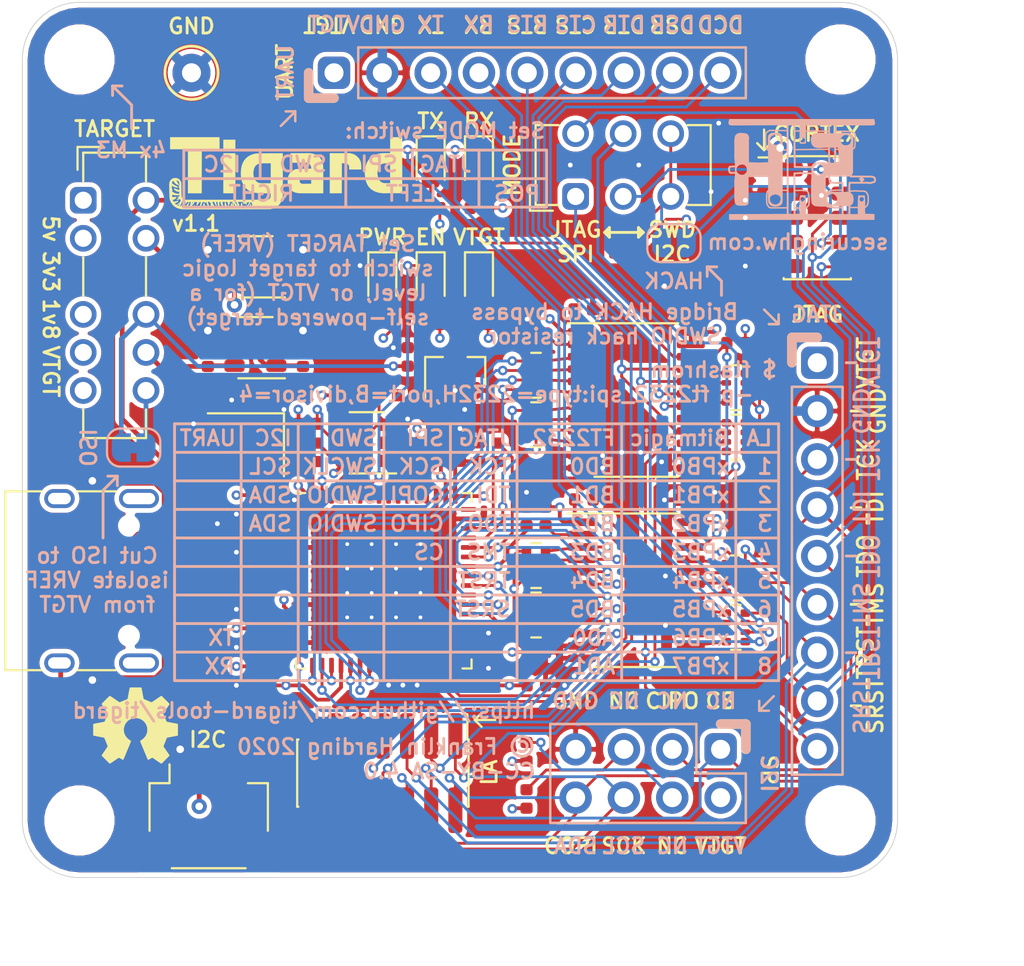
<source format=kicad_pcb>
(kicad_pcb (version 20171130) (host pcbnew 5.1.10-1.fc34)
  (title_block (title Tigard) (date 2020-10-27) (rev v1.1) (comment 1 "Copyright Franklin Harding 2020") (comment 2 "Licensed under CC-BY-SA 4.0"))
  (layers (0 F.Cu signal) (1 GND power) (2 PWR power) (31 B.Cu signal) (34 B.Paste user) (35 F.Paste user) (36 B.SilkS user) (37 F.SilkS user) (38 B.Mask user) (39 F.Mask user) (44 Edge.Cuts user))
  (net 0 "")
  (net 1 GND)
  (net 2 +5V)
  (net 3 +1V8)
  (net 4 +3V3)
  (net 5 /VPHY)
  (net 6 /VPLL)
  (net 7 "Net-(C23-Pad1)")
  (net 8 "Net-(C24-Pad1)")
  (net 9 "Net-(D1-Pad2)")
  (net 10 "Net-(D2-Pad1)")
  (net 11 "Net-(D2-Pad2)")
  (net 12 "Net-(D3-Pad2)")
  (net 13 /RXLED)
  (net 14 /TXLED)
  (net 15 "Net-(D4-Pad2)")
  (net 16 /~ENABLE)
  (net 17 "Net-(D5-Pad2)")
  (net 18 /CLK)
  (net 19 /DI)
  (net 20 /USB_DP)
  (net 21 "Net-(J1-PadB5)")
  (net 22 /USB_DN)
  (net 23 "Net-(J1-PadA5)")
  (net 24 /CS)
  (net 25 /UART_TX)
  (net 26 /~UART_RTS)
  (net 27 /~UART_CTS)
  (net 28 /~UART_DTR)
  (net 29 /~UART_DSR)
  (net 30 /~UART_DCD)
  (net 31 "Net-(J4-Pad4)")
  (net 32 "Net-(J4-Pad5)")
  (net 33 "Net-(R6-Pad2)")
  (net 34 "Net-(R7-Pad2)")
  (net 35 /EECS)
  (net 36 "Net-(R13-Pad2)")
  (net 37 /EECLK)
  (net 38 /EEDATA)
  (net 39 "Net-(R18-Pad2)")
  (net 40 "Net-(R19-Pad1)")
  (net 41 /BD0)
  (net 42 /AD4)
  (net 43 /AD0)
  (net 44 /AD2)
  (net 45 /BD3)
  (net 46 /BD1)
  (net 47 /BD4)
  (net 48 /BD5)
  (net 49 "Net-(RN3-Pad1)")
  (net 50 "Net-(RN3-Pad3)")
  (net 51 "Net-(RN3-Pad2)")
  (net 52 "Net-(RN3-Pad4)")
  (net 53 "Net-(RN4-Pad4)")
  (net 54 "Net-(RN4-Pad2)")
  (net 55 "Net-(RN4-Pad3)")
  (net 56 "Net-(RN4-Pad1)")
  (net 57 /AD1)
  (net 58 /AD5)
  (net 59 /AD3)
  (net 60 /AD6)
  (net 61 "Net-(RN5-Pad7)")
  (net 62 "Net-(RN5-Pad8)")
  (net 63 "Net-(RN5-Pad6)")
  (net 64 "Net-(RN5-Pad5)")
  (net 65 "Net-(RN6-Pad5)")
  (net 66 "Net-(RN6-Pad6)")
  (net 67 "Net-(RN6-Pad8)")
  (net 68 "Net-(RN6-Pad7)")
  (net 69 /BD2)
  (net 70 "Net-(RN8-Pad4)")
  (net 71 "Net-(RN8-Pad3)")
  (net 72 "Net-(C25-Pad2)")
  (net 73 /VBUS)
  (net 74 /CORTEX_PIN2)
  (net 75 /SWDIO)
  (net 76 /xPB5)
  (net 77 /xPB4)
  (net 78 /CIPO)
  (net 79 /COPI)
  (net 80 VREF)
  (net 81 VTARGET)
  (net 82 /ICE_CDONE)
  (net 83 /BD7)
  (net 84 /BD6)
  (net 85 VREG)
  (net 86 "Net-(J1-PadB8)")
  (net 87 "Net-(J1-PadA8)")
  (net 88 "Net-(J5-Pad7)")
  (net 89 "Net-(J6-Pad14)")
  (net 90 "Net-(J6-Pad13)")
  (net 91 "Net-(J6-Pad12)")
  (net 92 "Net-(J6-Pad11)")
  (net 93 "Net-(RN6-Pad3)")
  (net 94 "Net-(RN6-Pad4)")
  (net 95 "Net-(SW1-Pad5)")
  (net 96 "Net-(SW1-Pad4)")
  (net 97 "Net-(SW1-Pad3)")
  (net 98 "Net-(SW1-Pad2)")
  (net 99 "Net-(SW1-Pad1)")
  (net 100 "Net-(U1-Pad4)")
  (net 101 "Net-(U2-Pad4)")
  (net 102 "Net-(U3-Pad24)")
  (net 103 "Net-(U3-Pad26)")
  (net 104 "Net-(U3-Pad27)")
  (net 105 "Net-(U3-Pad28)")
  (net 106 "Net-(U3-Pad32)")
  (net 107 "Net-(U3-Pad33)")
  (net 108 "Net-(U3-Pad34)")
  (net 109 "Net-(U3-Pad36)")
  (net 110 "Net-(U3-Pad48)")
  (net 111 "Net-(U3-Pad52)")
  (net 112 "Net-(U3-Pad53)")
  (net 113 "Net-(U3-Pad54)")
  (net 114 "Net-(U3-Pad55)")
  (net 115 "Net-(U3-Pad57)")
  (net 116 "Net-(U3-Pad58)")
  (net 117 "Net-(U3-Pad59)")
  (module Fiducial:Fiducial_0.5mm_Mask1mm (layer F.Cu) (at 69.53 33.53)
    (fp_text reference FID3 hide)
    (fp_text value Fiducial)
    (pad "" smd circle (at 0 0) (size 0.5 0.5) (layers F.Cu F.Mask) (clearance 0.25))
  )
  (module Fiducial:Fiducial_0.5mm_Mask1mm (layer F.Cu) (at 31.81 70.15)
    (fp_text reference FID2 hide)
    (fp_text value Fiducial)
    (pad "" smd circle (at 0 0) (size 0.5 0.5) (layers F.Cu F.Mask) (clearance 0.25))
  )
  (module Fiducial:Fiducial_0.5mm_Mask1mm (layer F.Cu) (at 31.57 35.85)
    (fp_text reference FID1 hide)
    (fp_text value Fiducial)
    (pad "" smd circle (at 0 0) (size 0.5 0.5) (layers F.Cu F.Mask) (clearance 0.25))
  )
  (module tigard:PinHeader_2x07_P1.27mm_Vertical_SMD (layer F.Cu) (at 48.95 70.51 270)
    (fp_text reference J6)
    (fp_text value LA (at -0.03 -5.59 270) (layer F.SilkS) (effects (font (size 0.8 0.8))))
    (pad 14 smd roundrect (at 1.95 3.81 270) (size 2.4 0.74) (layers F.Cu F.Paste F.Mask) (net 89 "Net-(J6-Pad14)"))
    (pad 13 smd roundrect (at -1.95 3.81 270) (size 2.4 0.74) (layers F.Cu F.Paste F.Mask) (net 90 "Net-(J6-Pad13)"))
    (pad 12 smd roundrect (at 1.95 2.54 270) (size 2.4 0.74) (layers F.Cu F.Paste F.Mask) (net 91 "Net-(J6-Pad12)"))
    (pad 11 smd roundrect (at -1.95 2.54 270) (size 2.4 0.74) (layers F.Cu F.Paste F.Mask) (net 92 "Net-(J6-Pad11)"))
    (pad 10 smd roundrect (at 1.95 1.27 270) (size 2.4 0.74) (layers F.Cu F.Paste F.Mask) (net 1 GND))
    (pad 9 smd roundrect (at -1.95 1.27 270) (size 2.4 0.74) (layers F.Cu F.Paste F.Mask) (net 1 GND))
    (pad 8 smd roundrect (at 1.95 0 270) (size 2.4 0.74) (layers F.Cu F.Paste F.Mask) (net 82 /ICE_CDONE))
    (pad 7 smd roundrect (at -1.95 0 270) (size 2.4 0.74) (layers F.Cu F.Paste F.Mask) (net 25 /UART_TX))
    (pad 6 smd roundrect (at 1.95 -1.27 270) (size 2.4 0.74) (layers F.Cu F.Paste F.Mask) (net 76 /xPB5))
    (pad 5 smd roundrect (at -1.95 -1.27 270) (size 2.4 0.74) (layers F.Cu F.Paste F.Mask) (net 77 /xPB4))
    (pad 4 smd roundrect (at 1.95 -2.54 270) (size 2.4 0.74) (layers F.Cu F.Paste F.Mask) (net 24 /CS))
    (pad 3 smd roundrect (at -1.95 -2.54 270) (size 2.4 0.74) (layers F.Cu F.Paste F.Mask) (net 19 /DI))
    (pad 2 smd roundrect (at 1.95 -3.81 270) (size 2.4 0.74) (layers F.Cu F.Paste F.Mask) (net 79 /COPI))
    (pad 1 smd roundrect (at -1.95 -3.81 270) (size 2.4 0.74) (layers F.Cu F.Paste F.Mask) (net 18 /CLK))
  )
  (module tigard:USB_C_Receptacle_HRO_TYPE-C-31-M-12 (layer F.Cu) (at 33 60.4 270)
    (fp_text reference J1)
    (fp_text value USB_C_Receptacle_USB2.0)
    (pad B1 smd rect (at 3.25 -4.045 270) (size 0.6 1.45) (layers F.Cu F.Paste F.Mask) (net 1 GND))
    (pad A9 smd rect (at 2.45 -4.045 270) (size 0.6 1.45) (layers F.Cu F.Paste F.Mask) (net 73 /VBUS))
    (pad B9 smd rect (at -2.45 -4.045 270) (size 0.6 1.45) (layers F.Cu F.Paste F.Mask) (net 73 /VBUS))
    (pad B12 smd rect (at -3.25 -4.045 270) (size 0.6 1.45) (layers F.Cu F.Paste F.Mask) (net 1 GND))
    (pad A1 smd rect (at -3.25 -4.045 270) (size 0.6 1.45) (layers F.Cu F.Paste F.Mask) (net 1 GND))
    (pad A4 smd rect (at -2.45 -4.045 270) (size 0.6 1.45) (layers F.Cu F.Paste F.Mask) (net 73 /VBUS))
    (pad B4 smd rect (at 2.45 -4.045 270) (size 0.6 1.45) (layers F.Cu F.Paste F.Mask) (net 73 /VBUS))
    (pad A12 smd rect (at 3.25 -4.045 270) (size 0.6 1.45) (layers F.Cu F.Paste F.Mask) (net 1 GND))
    (pad B8 smd rect (at -1.75 -4.045 270) (size 0.3 1.45) (layers F.Cu F.Paste F.Mask) (net 86 "Net-(J1-PadB8)"))
    (pad A5 smd rect (at -1.25 -4.045 270) (size 0.3 1.45) (layers F.Cu F.Paste F.Mask) (net 23 "Net-(J1-PadA5)"))
    (pad B7 smd rect (at -0.75 -4.045 270) (size 0.3 1.45) (layers F.Cu F.Paste F.Mask) (net 22 /USB_DN))
    (pad A7 smd rect (at 0.25 -4.045 270) (size 0.3 1.45) (layers F.Cu F.Paste F.Mask) (net 22 /USB_DN))
    (pad B6 smd rect (at 0.75 -4.045 270) (size 0.3 1.45) (layers F.Cu F.Paste F.Mask) (net 20 /USB_DP))
    (pad A8 smd rect (at 1.25 -4.045 270) (size 0.3 1.45) (layers F.Cu F.Paste F.Mask) (net 87 "Net-(J1-PadA8)"))
    (pad B5 smd rect (at 1.75 -4.045 270) (size 0.3 1.45) (layers F.Cu F.Paste F.Mask) (net 21 "Net-(J1-PadB5)"))
    (pad A6 smd rect (at -0.25 -4.045 270) (size 0.3 1.45) (layers F.Cu F.Paste F.Mask) (net 20 /USB_DP))
    (pad S1 thru_hole oval (at 4.32 -3.13 270) (size 1 2.1) (drill oval 0.6 1.7) (layers *.Cu *.Mask) (net 72 "Net-(C25-Pad2)"))
    (pad S1 thru_hole oval (at -4.32 -3.13 270) (size 1 2.1) (drill oval 0.6 1.7) (layers *.Cu *.Mask) (net 72 "Net-(C25-Pad2)"))
    (pad "" np_thru_hole circle (at -2.89 -2.6 270) (size 0.65 0.65) (drill 0.65) (layers *.Cu *.Mask))
    (pad S1 thru_hole oval (at -4.32 1.05 270) (size 1 1.6) (drill oval 0.6 1.2) (layers *.Cu *.Mask) (net 72 "Net-(C25-Pad2)"))
    (pad "" np_thru_hole circle (at 2.89 -2.6 270) (size 0.65 0.65) (drill 0.65) (layers *.Cu *.Mask))
    (pad S1 thru_hole oval (at 4.32 1.05 270) (size 1 1.6) (drill oval 0.6 1.2) (layers *.Cu *.Mask) (net 72 "Net-(C25-Pad2)"))
  )
  (module tigard:PinHeader_1x09_P2.54mm_Vertical (layer F.Cu) (at 71.78 48.94)
    (fp_text reference J2)
    (fp_text value JTAG (at 0 -2.54) (layer F.SilkS) (effects (font (size 0.8 0.8))))
    (pad 1 thru_hole roundrect (at 0 0) (size 1.7 1.7) (drill 1) (layers *.Cu *.Mask) (net 81 VTARGET))
    (pad 2 thru_hole oval (at 0 2.54) (size 1.7 1.7) (drill 1) (layers *.Cu *.Mask) (net 1 GND))
    (pad 3 thru_hole oval (at 0 5.08) (size 1.7 1.7) (drill 1) (layers *.Cu *.Mask) (net 18 /CLK))
    (pad 4 thru_hole oval (at 0 7.62) (size 1.7 1.7) (drill 1) (layers *.Cu *.Mask) (net 79 /COPI))
    (pad 5 thru_hole oval (at 0 10.16) (size 1.7 1.7) (drill 1) (layers *.Cu *.Mask) (net 78 /CIPO))
    (pad 6 thru_hole oval (at 0 12.7) (size 1.7 1.7) (drill 1) (layers *.Cu *.Mask) (net 24 /CS))
    (pad 7 thru_hole oval (at 0 15.24) (size 1.7 1.7) (drill 1) (layers *.Cu *.Mask) (net 77 /xPB4))
    (pad 8 thru_hole oval (at 0 17.78) (size 1.7 1.7) (drill 1) (layers *.Cu *.Mask) (net 76 /xPB5))
    (pad 9 thru_hole oval (at 0 20.32) (size 1.7 1.7) (drill 1) (layers *.Cu *.Mask) (net 82 /ICE_CDONE))
  )
  (module tigard:Tigard_Logo (layer F.Cu) (at 43.84 38.9832)
    (fp_text reference G*** hide)
    (fp_text value LOGO hide)
  )
  (module Package_SO:TSSOP-24_4.4x7.8mm_P0.65mm (layer F.Cu) (at 62.27 50.9)
    (fp_text reference U6)
    (fp_text value SN74LVC8T245)
    (pad 24 smd roundrect (at 2.8625 -3.575) (size 1.475 0.4) (layers F.Cu F.Paste F.Mask) (net 80 VREF))
    (pad 23 smd roundrect (at 2.8625 -2.925) (size 1.475 0.4) (layers F.Cu F.Paste F.Mask) (net 80 VREF))
    (pad 22 smd roundrect (at 2.8625 -2.275) (size 1.475 0.4) (layers F.Cu F.Paste F.Mask) (net 16 /~ENABLE))
    (pad 21 smd roundrect (at 2.8625 -1.625) (size 1.475 0.4) (layers F.Cu F.Paste F.Mask) (net 82 /ICE_CDONE))
    (pad 20 smd roundrect (at 2.8625 -0.975) (size 1.475 0.4) (layers F.Cu F.Paste F.Mask) (net 27 /~UART_CTS))
    (pad 19 smd roundrect (at 2.8625 -0.325) (size 1.475 0.4) (layers F.Cu F.Paste F.Mask) (net 29 /~UART_DSR))
    (pad 18 smd roundrect (at 2.8625 0.325) (size 1.475 0.4) (layers F.Cu F.Paste F.Mask) (net 30 /~UART_DCD))
    (pad 17 smd roundrect (at 2.8625 0.975) (size 1.475 0.4) (layers F.Cu F.Paste F.Mask) (net 19 /DI))
    (pad 16 smd roundrect (at 2.8625 1.625) (size 1.475 0.4) (layers F.Cu F.Paste F.Mask) (net 82 /ICE_CDONE))
    (pad 15 smd roundrect (at 2.8625 2.275) (size 1.475 0.4) (layers F.Cu F.Paste F.Mask) (net 71 "Net-(RN8-Pad3)"))
    (pad 14 smd roundrect (at 2.8625 2.925) (size 1.475 0.4) (layers F.Cu F.Paste F.Mask) (net 70 "Net-(RN8-Pad4)"))
    (pad 13 smd roundrect (at 2.8625 3.575) (size 1.475 0.4) (layers F.Cu F.Paste F.Mask) (net 1 GND))
    (pad 12 smd roundrect (at -2.8625 3.575) (size 1.475 0.4) (layers F.Cu F.Paste F.Mask) (net 1 GND))
    (pad 11 smd roundrect (at -2.8625 2.925) (size 1.475 0.4) (layers F.Cu F.Paste F.Mask) (net 1 GND))
    (pad 10 smd roundrect (at -2.8625 2.275) (size 1.475 0.4) (layers F.Cu F.Paste F.Mask) (net 65 "Net-(RN6-Pad5)"))
    (pad 9 smd roundrect (at -2.8625 1.625) (size 1.475 0.4) (layers F.Cu F.Paste F.Mask) (net 66 "Net-(RN6-Pad6)"))
    (pad 8 smd roundrect (at -2.8625 0.975) (size 1.475 0.4) (layers F.Cu F.Paste F.Mask) (net 68 "Net-(RN6-Pad7)"))
    (pad 7 smd roundrect (at -2.8625 0.325) (size 1.475 0.4) (layers F.Cu F.Paste F.Mask) (net 67 "Net-(RN6-Pad8)"))
    (pad 6 smd roundrect (at -2.8625 -0.325) (size 1.475 0.4) (layers F.Cu F.Paste F.Mask) (net 64 "Net-(RN5-Pad5)"))
    (pad 5 smd roundrect (at -2.8625 -0.975) (size 1.475 0.4) (layers F.Cu F.Paste F.Mask) (net 63 "Net-(RN5-Pad6)"))
    (pad 4 smd roundrect (at -2.8625 -1.625) (size 1.475 0.4) (layers F.Cu F.Paste F.Mask) (net 61 "Net-(RN5-Pad7)"))
    (pad 3 smd roundrect (at -2.8625 -2.275) (size 1.475 0.4) (layers F.Cu F.Paste F.Mask) (net 62 "Net-(RN5-Pad8)"))
    (pad 2 smd roundrect (at -2.8625 -2.925) (size 1.475 0.4) (layers F.Cu F.Paste F.Mask) (net 40 "Net-(R19-Pad1)"))
    (pad 1 smd roundrect (at -2.8625 -3.575) (size 1.475 0.4) (layers F.Cu F.Paste F.Mask) (net 4 +3V3))
  )
  (module Connector_JST:JST_SH_SM04B-SRSS-TB_1x04-1MP_P1.00mm_Horizontal (layer F.Cu) (at 39.795 72.825)
    (fp_text reference J7 hide)
    (fp_text value I2C (at -0.045 -4.075) (layer F.SilkS) (effects (font (size 0.8 0.8))))
    (pad MP smd roundrect (at 2.8 1.875) (size 1.2 1.8) (layers F.Cu F.Paste F.Mask) (roundrect_rratio 0.208333) (net 1 GND))
    (pad MP smd roundrect (at -2.8 1.875) (size 1.2 1.8) (layers F.Cu F.Paste F.Mask) (roundrect_rratio 0.208333) (net 1 GND))
    (pad 4 smd roundrect (at 1.5 -2) (size 0.6 1.55) (layers F.Cu F.Paste F.Mask) (net 18 /CLK))
    (pad 3 smd roundrect (at 0.5 -2) (size 0.6 1.55) (layers F.Cu F.Paste F.Mask) (net 79 /COPI))
    (pad 2 smd roundrect (at -0.5 -2) (size 0.6 1.55) (layers F.Cu F.Paste F.Mask) (net 81 VTARGET))
    (pad 1 smd roundrect (at -1.5 -2) (size 0.6 1.55) (layers F.Cu F.Paste F.Mask) (net 1 GND))
  )
  (module TestPoint:TestPoint_Keystone_5000-5004_Miniature (layer F.Cu) (at 38.89 33.7 180)
    (fp_text reference TP1)
    (fp_text value GND (at 0 2.45) (layer F.SilkS) (effects (font (size 0.8 0.8))))
    (pad 1 thru_hole circle (at 0 0 180) (size 2 2) (drill 1) (layers *.Cu *.Mask) (net 1 GND))
  )
  (module tigard:SW_CuK_JS202011CQN_DPDT_Straight (layer F.Cu) (at 59.08 40.2)
    (fp_text reference SW2)
    (fp_text value MODE (at -3.33 -1.65 90) (layer F.SilkS) (effects (font (size 0.8 0.8))))
    (pad 3 thru_hole circle (at 5 0) (size 1.4 1.4) (drill 0.9) (layers *.Cu *.Mask) (net 75 /SWDIO))
    (pad 2 thru_hole circle (at 2.5 0) (size 1.4 1.4) (drill 0.9) (layers *.Cu *.Mask) (net 74 /CORTEX_PIN2))
    (pad 1 thru_hole roundrect (at 0 0) (size 1.4 1.4) (drill 0.9) (layers *.Cu *.Mask) (net 24 /CS))
    (pad 6 thru_hole circle (at 5 -3.3) (size 1.4 1.4) (drill 0.9) (layers *.Cu *.Mask) (net 75 /SWDIO))
    (pad 5 thru_hole circle (at 2.5 -3.3) (size 1.4 1.4) (drill 0.9) (layers *.Cu *.Mask) (net 19 /DI))
    (pad 4 thru_hole circle (at 0 -3.3 90) (size 1.4 1.4) (drill 0.9) (layers *.Cu *.Mask) (net 78 /CIPO))
  )
  (module tigard:PinHeader_2x04_P2.54mm_Vertical (layer F.Cu) (at 66.7 69.26 270)
    (fp_text reference J4)
    (fp_text value SPI (at 1.27 -2.55 270 unlocked) (layer F.SilkS) (effects (font (size 0.8 0.8))))
    (pad 1 thru_hole roundrect (at 0 0 270) (size 1.7 1.7) (drill 1) (layers *.Cu *.Mask) (net 24 /CS))
    (pad 2 thru_hole oval (at 2.54 0 270) (size 1.7 1.7) (drill 1) (layers *.Cu *.Mask) (net 81 VTARGET))
    (pad 3 thru_hole oval (at 0 2.54 270) (size 1.7 1.7) (drill 1) (layers *.Cu *.Mask) (net 78 /CIPO))
    (pad 4 thru_hole oval (at 2.54 2.54 270) (size 1.7 1.7) (drill 1) (layers *.Cu *.Mask) (net 31 "Net-(J4-Pad4)"))
    (pad 5 thru_hole oval (at 0 5.08 270) (size 1.7 1.7) (drill 1) (layers *.Cu *.Mask) (net 32 "Net-(J4-Pad5)"))
    (pad 6 thru_hole oval (at 2.54 5.08 270) (size 1.7 1.7) (drill 1) (layers *.Cu *.Mask) (net 18 /CLK))
    (pad 7 thru_hole oval (at 0 7.62 270) (size 1.7 1.7) (drill 1) (layers *.Cu *.Mask) (net 1 GND))
    (pad 8 thru_hole oval (at 2.54 7.62 270) (size 1.7 1.7) (drill 1) (layers *.Cu *.Mask) (net 79 /COPI))
  )
  (module tigard:PinHeader_2x05_P1.27mm_Vertical_SMD (layer F.Cu) (at 71.78 41.32)
    (fp_text reference J5 hide)
    (fp_text value CORTEX (at -0.03 -4.42) (layer F.SilkS) (effects (font (size 0.8 0.8))))
    (pad 10 smd roundrect (at 1.95 2.54) (size 2.4 0.74) (layers F.Cu F.Paste F.Mask) (net 76 /xPB5))
    (pad 9 smd roundrect (at -1.95 2.54) (size 2.4 0.74) (layers F.Cu F.Paste F.Mask) (net 1 GND))
    (pad 8 smd roundrect (at 1.95 1.27) (size 2.4 0.74) (layers F.Cu F.Paste F.Mask) (net 79 /COPI))
    (pad 7 smd roundrect (at -1.95 1.27) (size 2.4 0.74) (layers F.Cu F.Paste F.Mask) (net 88 "Net-(J5-Pad7)"))
    (pad 6 smd roundrect (at 1.95 0) (size 2.4 0.74) (layers F.Cu F.Paste F.Mask) (net 78 /CIPO))
    (pad 5 smd roundrect (at -1.95 0) (size 2.4 0.74) (layers F.Cu F.Paste F.Mask) (net 1 GND))
    (pad 4 smd roundrect (at 1.95 -1.27) (size 2.4 0.74) (layers F.Cu F.Paste F.Mask) (net 18 /CLK))
    (pad 3 smd roundrect (at -1.95 -1.27) (size 2.4 0.74) (layers F.Cu F.Paste F.Mask) (net 1 GND))
    (pad 2 smd roundrect (at 1.95 -2.54) (size 2.4 0.74) (layers F.Cu F.Paste F.Mask) (net 74 /CORTEX_PIN2))
    (pad 1 smd roundrect (at -1.95 -2.54) (size 2.4 0.74) (layers F.Cu F.Paste F.Mask) (net 81 VTARGET))
  )
  (module tigard:PinHeader_1x09_P2.54mm_Vertical (layer F.Cu) (at 46.38 33.7 90)
    (fp_text reference J3)
    (fp_text value UART (at 0.05 -2.59 90) (layer F.SilkS) (effects (font (size 0.8 0.8))))
    (pad 1 thru_hole roundrect (at 0 0 90) (size 1.7 1.7) (drill 1) (layers *.Cu *.Mask) (net 81 VTARGET))
    (pad 2 thru_hole oval (at 0 2.54 90) (size 1.7 1.7) (drill 1) (layers *.Cu *.Mask) (net 1 GND))
    (pad 3 thru_hole oval (at 0 5.08 90) (size 1.7 1.7) (drill 1) (layers *.Cu *.Mask) (net 25 /UART_TX))
    (pad 4 thru_hole oval (at 0 7.62 90) (size 1.7 1.7) (drill 1) (layers *.Cu *.Mask) (net 82 /ICE_CDONE))
    (pad 5 thru_hole oval (at 0 10.16 90) (size 1.7 1.7) (drill 1) (layers *.Cu *.Mask) (net 26 /~UART_RTS))
    (pad 6 thru_hole oval (at 0 12.7 90) (size 1.7 1.7) (drill 1) (layers *.Cu *.Mask) (net 27 /~UART_CTS))
    (pad 7 thru_hole oval (at 0 15.24 90) (size 1.7 1.7) (drill 1) (layers *.Cu *.Mask) (net 28 /~UART_DTR))
    (pad 8 thru_hole oval (at 0 17.78 90) (size 1.7 1.7) (drill 1) (layers *.Cu *.Mask) (net 29 /~UART_DSR))
    (pad 9 thru_hole oval (at 0 20.32 90) (size 1.7 1.7) (drill 1) (layers *.Cu *.Mask) (net 30 /~UART_DCD))
  )
  (module tigard:SW_ALPS_SSSS224100_DP4T (layer F.Cu) (at 33.2 40.4 270)
    (fp_text reference SW1)
    (fp_text value TARGET (at -3.75 -1.65 180) (layer F.SilkS) (effects (font (size 0.8 0.8))))
    (pad 5 thru_hole circle (at 10 0 270) (size 1.4 1.4) (drill 0.9) (layers *.Cu *.Mask) (net 95 "Net-(SW1-Pad5)"))
    (pad 4 thru_hole circle (at 8 0 270) (size 1.4 1.4) (drill 0.9) (layers *.Cu *.Mask) (net 96 "Net-(SW1-Pad4)"))
    (pad 3 thru_hole circle (at 6 0 270) (size 1.4 1.4) (drill 0.9) (layers *.Cu *.Mask) (net 97 "Net-(SW1-Pad3)"))
    (pad 2 thru_hole circle (at 2 0 270) (size 1.4 1.4) (drill 0.9) (layers *.Cu *.Mask) (net 98 "Net-(SW1-Pad2)"))
    (pad 1 thru_hole roundrect (at 0 0 270) (size 1.4 1.4) (drill 0.9) (layers *.Cu *.Mask) (net 99 "Net-(SW1-Pad1)"))
    (pad 10 thru_hole circle (at 10 -3.3 270) (size 1.4 1.4) (drill 0.9) (layers *.Cu *.Mask) (net 81 VTARGET))
    (pad 9 thru_hole circle (at 8 -3.3 270) (size 1.4 1.4) (drill 0.9) (layers *.Cu *.Mask) (net 3 +1V8))
    (pad 8 thru_hole circle (at 6 -3.3 270) (size 1.4 1.4) (drill 0.9) (layers *.Cu *.Mask) (net 80 VREF))
    (pad 7 thru_hole circle (at 2 -3.3 270) (size 1.4 1.4) (drill 0.9) (layers *.Cu *.Mask) (net 4 +3V3))
    (pad 6 thru_hole circle (at 0 -3.3 270) (size 1.4 1.4) (drill 0.9) (layers *.Cu *.Mask) (net 2 +5V))
  )
  (module Package_SO:TSSOP-24_4.4x7.8mm_P0.65mm (layer F.Cu) (at 62.27 60.9)
    (fp_text reference U5)
    (fp_text value SN74LVC8T245)
    (pad 1 smd roundrect (at -2.8625 -3.575) (size 1.475 0.4) (layers F.Cu F.Paste F.Mask) (net 4 +3V3))
    (pad 2 smd roundrect (at -2.8625 -2.925) (size 1.475 0.4) (layers F.Cu F.Paste F.Mask) (net 39 "Net-(R18-Pad2)"))
    (pad 3 smd roundrect (at -2.8625 -2.275) (size 1.475 0.4) (layers F.Cu F.Paste F.Mask) (net 41 /BD0))
    (pad 4 smd roundrect (at -2.8625 -1.625) (size 1.475 0.4) (layers F.Cu F.Paste F.Mask) (net 46 /BD1))
    (pad 5 smd roundrect (at -2.8625 -0.975) (size 1.475 0.4) (layers F.Cu F.Paste F.Mask) (net 45 /BD3))
    (pad 6 smd roundrect (at -2.8625 -0.325) (size 1.475 0.4) (layers F.Cu F.Paste F.Mask) (net 47 /BD4))
    (pad 7 smd roundrect (at -2.8625 0.325) (size 1.475 0.4) (layers F.Cu F.Paste F.Mask) (net 48 /BD5))
    (pad 8 smd roundrect (at -2.8625 0.975) (size 1.475 0.4) (layers F.Cu F.Paste F.Mask) (net 42 /AD4))
    (pad 9 smd roundrect (at -2.8625 1.625) (size 1.475 0.4) (layers F.Cu F.Paste F.Mask) (net 44 /AD2))
    (pad 10 smd roundrect (at -2.8625 2.275) (size 1.475 0.4) (layers F.Cu F.Paste F.Mask) (net 43 /AD0))
    (pad 11 smd roundrect (at -2.8625 2.925) (size 1.475 0.4) (layers F.Cu F.Paste F.Mask) (net 1 GND))
    (pad 12 smd roundrect (at -2.8625 3.575) (size 1.475 0.4) (layers F.Cu F.Paste F.Mask) (net 1 GND))
    (pad 13 smd roundrect (at 2.8625 3.575) (size 1.475 0.4) (layers F.Cu F.Paste F.Mask) (net 1 GND))
    (pad 14 smd roundrect (at 2.8625 2.925) (size 1.475 0.4) (layers F.Cu F.Paste F.Mask) (net 53 "Net-(RN4-Pad4)"))
    (pad 15 smd roundrect (at 2.8625 2.275) (size 1.475 0.4) (layers F.Cu F.Paste F.Mask) (net 55 "Net-(RN4-Pad3)"))
    (pad 16 smd roundrect (at 2.8625 1.625) (size 1.475 0.4) (layers F.Cu F.Paste F.Mask) (net 54 "Net-(RN4-Pad2)"))
    (pad 17 smd roundrect (at 2.8625 0.975) (size 1.475 0.4) (layers F.Cu F.Paste F.Mask) (net 56 "Net-(RN4-Pad1)"))
    (pad 18 smd roundrect (at 2.8625 0.325) (size 1.475 0.4) (layers F.Cu F.Paste F.Mask) (net 52 "Net-(RN3-Pad4)"))
    (pad 19 smd roundrect (at 2.8625 -0.325) (size 1.475 0.4) (layers F.Cu F.Paste F.Mask) (net 50 "Net-(RN3-Pad3)"))
    (pad 20 smd roundrect (at 2.8625 -0.975) (size 1.475 0.4) (layers F.Cu F.Paste F.Mask) (net 51 "Net-(RN3-Pad2)"))
    (pad 21 smd roundrect (at 2.8625 -1.625) (size 1.475 0.4) (layers F.Cu F.Paste F.Mask) (net 49 "Net-(RN3-Pad1)"))
    (pad 22 smd roundrect (at 2.8625 -2.275) (size 1.475 0.4) (layers F.Cu F.Paste F.Mask) (net 16 /~ENABLE))
    (pad 23 smd roundrect (at 2.8625 -2.925) (size 1.475 0.4) (layers F.Cu F.Paste F.Mask) (net 80 VREF))
    (pad 24 smd roundrect (at 2.8625 -3.575) (size 1.475 0.4) (layers F.Cu F.Paste F.Mask) (net 80 VREF))
  )
  (module tigard:R_Array_Convex_4x0402_RoundRect (layer F.Cu) (at 57 62.2)
    (fp_text reference RN2)
    (fp_text value 100k)
    (pad 5 smd roundrect (at 0.5 0.75) (size 0.5 0.4) (layers F.Cu F.Paste F.Mask) (net 43 /AD0))
    (pad 6 smd roundrect (at 0.5 0.25) (size 0.5 0.3) (layers F.Cu F.Paste F.Mask) (net 44 /AD2))
    (pad 8 smd roundrect (at 0.5 -0.75) (size 0.5 0.4) (layers F.Cu F.Paste F.Mask) (net 48 /BD5))
    (pad 7 smd roundrect (at 0.5 -0.25) (size 0.5 0.3) (layers F.Cu F.Paste F.Mask) (net 42 /AD4))
    (pad 4 smd roundrect (at -0.5 0.75) (size 0.5 0.4) (layers F.Cu F.Paste F.Mask) (net 4 +3V3))
    (pad 2 smd roundrect (at -0.5 -0.25) (size 0.5 0.3) (layers F.Cu F.Paste F.Mask) (net 4 +3V3))
    (pad 3 smd roundrect (at -0.5 0.25) (size 0.5 0.3) (layers F.Cu F.Paste F.Mask) (net 4 +3V3))
    (pad 1 smd roundrect (at -0.5 -0.75) (size 0.5 0.4) (layers F.Cu F.Paste F.Mask) (net 4 +3V3))
  )
  (module Capacitor_SMD:C_0402_1005Metric (layer F.Cu) (at 56.5 57.015 90)
    (fp_text reference C16)
    (fp_text value 100n)
    (pad 1 smd roundrect (at -0.485 0 90) (size 0.59 0.64) (layers F.Cu F.Paste F.Mask) (net 4 +3V3))
    (pad 2 smd roundrect (at 0.485 0 90) (size 0.59 0.64) (layers F.Cu F.Paste F.Mask) (net 1 GND))
  )
  (module Capacitor_SMD:C_0402_1005Metric (layer F.Cu) (at 44.75 48.65 90)
    (fp_text reference C1)
    (fp_text value 2u2)
    (pad 1 smd roundrect (at -0.485 0 90) (size 0.59 0.64) (layers F.Cu F.Paste F.Mask) (net 2 +5V))
    (pad 2 smd roundrect (at 0.485 0 90) (size 0.59 0.64) (layers F.Cu F.Paste F.Mask) (net 1 GND))
  )
  (module Capacitor_SMD:C_0402_1005Metric (layer F.Cu) (at 39.75 48.65 90)
    (fp_text reference C2)
    (fp_text value 2u2)
    (pad 2 smd roundrect (at 0.485 0 90) (size 0.59 0.64) (layers F.Cu F.Paste F.Mask) (net 1 GND))
    (pad 1 smd roundrect (at -0.485 0 90) (size 0.59 0.64) (layers F.Cu F.Paste F.Mask) (net 3 +1V8))
  )
  (module Capacitor_SMD:C_0402_1005Metric (layer F.Cu) (at 44.75 44.4 90)
    (fp_text reference C3)
    (fp_text value 2u2)
    (pad 1 smd roundrect (at -0.485 0 90) (size 0.59 0.64) (layers F.Cu F.Paste F.Mask) (net 2 +5V))
    (pad 2 smd roundrect (at 0.485 0 90) (size 0.59 0.64) (layers F.Cu F.Paste F.Mask) (net 1 GND))
  )
  (module Capacitor_SMD:C_0402_1005Metric (layer F.Cu) (at 39.75 44.385 90)
    (fp_text reference C4)
    (fp_text value 2u2)
    (pad 1 smd roundrect (at -0.485 0 90) (size 0.59 0.64) (layers F.Cu F.Paste F.Mask) (net 4 +3V3))
    (pad 2 smd roundrect (at 0.485 0 90) (size 0.59 0.64) (layers F.Cu F.Paste F.Mask) (net 1 GND))
  )
  (module Capacitor_SMD:C_0402_1005Metric (layer F.Cu) (at 42.515 57.9 180)
    (fp_text reference C5)
    (fp_text value 100n)
    (pad 1 smd roundrect (at -0.485 0 180) (size 0.59 0.64) (layers F.Cu F.Paste F.Mask) (net 5 /VPHY))
    (pad 2 smd roundrect (at 0.485 0 180) (size 0.59 0.64) (layers F.Cu F.Paste F.Mask) (net 1 GND))
  )
  (module Capacitor_SMD:C_0402_1005Metric (layer F.Cu) (at 42.515 56.9 180)
    (fp_text reference C6)
    (fp_text value 2u2)
    (pad 2 smd roundrect (at 0.485 0 180) (size 0.59 0.64) (layers F.Cu F.Paste F.Mask) (net 1 GND))
    (pad 1 smd roundrect (at -0.485 0 180) (size 0.59 0.64) (layers F.Cu F.Paste F.Mask) (net 5 /VPHY))
  )
  (module Capacitor_SMD:C_0402_1005Metric (layer F.Cu) (at 42.515 61.9 180)
    (fp_text reference C7)
    (fp_text value 2u2)
    (pad 2 smd roundrect (at 0.485 0 180) (size 0.59 0.64) (layers F.Cu F.Paste F.Mask) (net 1 GND))
    (pad 1 smd roundrect (at -0.485 0 180) (size 0.59 0.64) (layers F.Cu F.Paste F.Mask) (net 6 /VPLL))
  )
  (module Capacitor_SMD:C_0402_1005Metric (layer F.Cu) (at 42.515 60.9 180)
    (fp_text reference C8)
    (fp_text value 100n)
    (pad 2 smd roundrect (at 0.485 0 180) (size 0.59 0.64) (layers F.Cu F.Paste F.Mask) (net 1 GND))
    (pad 1 smd roundrect (at -0.485 0 180) (size 0.59 0.64) (layers F.Cu F.Paste F.Mask) (net 6 /VPLL))
  )
  (module Capacitor_SMD:C_0402_1005Metric (layer F.Cu) (at 54 53.635 90)
    (fp_text reference C9)
    (fp_text value 2u2)
    (pad 2 smd roundrect (at 0.485 0 90) (size 0.59 0.64) (layers F.Cu F.Paste F.Mask) (net 1 GND))
    (pad 1 smd roundrect (at -0.485 0 90) (size 0.59 0.64) (layers F.Cu F.Paste F.Mask) (net 85 VREG))
  )
  (module Capacitor_SMD:C_0402_1005Metric (layer F.Cu) (at 53 53.635 90)
    (fp_text reference C10)
    (fp_text value 2u2)
    (pad 1 smd roundrect (at -0.485 0 90) (size 0.59 0.64) (layers F.Cu F.Paste F.Mask) (net 85 VREG))
    (pad 2 smd roundrect (at 0.485 0 90) (size 0.59 0.64) (layers F.Cu F.Paste F.Mask) (net 1 GND))
  )
  (module Capacitor_SMD:C_0402_1005Metric (layer F.Cu) (at 42.515 63.9 180)
    (fp_text reference C11)
    (fp_text value 100n)
    (pad 1 smd roundrect (at -0.485 0 180) (size 0.59 0.64) (layers F.Cu F.Paste F.Mask) (net 85 VREG))
    (pad 2 smd roundrect (at 0.485 0 180) (size 0.59 0.64) (layers F.Cu F.Paste F.Mask) (net 1 GND))
  )
  (module Capacitor_SMD:C_0402_1005Metric (layer F.Cu) (at 57.015 64.15)
    (fp_text reference C12)
    (fp_text value 100n)
    (pad 1 smd roundrect (at -0.485 0) (size 0.59 0.64) (layers F.Cu F.Paste F.Mask) (net 85 VREG))
    (pad 2 smd roundrect (at 0.485 0) (size 0.59 0.64) (layers F.Cu F.Paste F.Mask) (net 1 GND))
  )
  (module Capacitor_SMD:C_0402_1005Metric (layer F.Cu) (at 44.5 53.65 90)
    (fp_text reference C13)
    (fp_text value 100n)
    (pad 2 smd roundrect (at 0.485 0 90) (size 0.59 0.64) (layers F.Cu F.Paste F.Mask) (net 1 GND))
    (pad 1 smd roundrect (at -0.485 0 90) (size 0.59 0.64) (layers F.Cu F.Paste F.Mask) (net 85 VREG))
  )
  (module Capacitor_SMD:C_0402_1005Metric (layer F.Cu) (at 42.515 65.9 180)
    (fp_text reference C14)
    (fp_text value 100n)
    (pad 2 smd roundrect (at 0.485 0 180) (size 0.59 0.64) (layers F.Cu F.Paste F.Mask) (net 1 GND))
    (pad 1 smd roundrect (at -0.485 0 180) (size 0.59 0.64) (layers F.Cu F.Paste F.Mask) (net 4 +3V3))
  )
  (module Capacitor_SMD:C_0402_1005Metric (layer F.Cu) (at 57.015 65.9)
    (fp_text reference C15)
    (fp_text value 100n)
    (pad 2 smd roundrect (at 0.485 0) (size 0.59 0.64) (layers F.Cu F.Paste F.Mask) (net 1 GND))
    (pad 1 smd roundrect (at -0.485 0) (size 0.59 0.64) (layers F.Cu F.Paste F.Mask) (net 4 +3V3))
  )
  (module Capacitor_SMD:C_0402_1005Metric (layer F.Cu) (at 52 53.635 90)
    (fp_text reference C17)
    (fp_text value 100n)
    (pad 2 smd roundrect (at 0.485 0 90) (size 0.59 0.64) (layers F.Cu F.Paste F.Mask) (net 1 GND))
    (pad 1 smd roundrect (at -0.485 0 90) (size 0.59 0.64) (layers F.Cu F.Paste F.Mask) (net 4 +3V3))
  )
  (module Capacitor_SMD:C_0402_1005Metric (layer F.Cu) (at 45.5 53.65 270)
    (fp_text reference C18)
    (fp_text value 100n)
    (pad 1 smd roundrect (at -0.485 0 270) (size 0.59 0.64) (layers F.Cu F.Paste F.Mask) (net 4 +3V3))
    (pad 2 smd roundrect (at 0.485 0 270) (size 0.59 0.64) (layers F.Cu F.Paste F.Mask) (net 1 GND))
  )
  (module Capacitor_SMD:C_0402_1005Metric (layer F.Cu) (at 59.485 46.135)
    (fp_text reference C19)
    (fp_text value 100n)
    (pad 2 smd roundrect (at 0.485 0) (size 0.59 0.64) (layers F.Cu F.Paste F.Mask) (net 1 GND))
    (pad 1 smd roundrect (at -0.485 0) (size 0.59 0.64) (layers F.Cu F.Paste F.Mask) (net 4 +3V3))
  )
  (module Capacitor_SMD:C_0402_1005Metric (layer F.Cu) (at 59.515 56.135)
    (fp_text reference C20)
    (fp_text value 100n)
    (pad 2 smd roundrect (at 0.485 0) (size 0.59 0.64) (layers F.Cu F.Paste F.Mask) (net 1 GND))
    (pad 1 smd roundrect (at -0.485 0) (size 0.59 0.64) (layers F.Cu F.Paste F.Mask) (net 4 +3V3))
  )
  (module Capacitor_SMD:C_0402_1005Metric (layer F.Cu) (at 65.015 46.135 180)
    (fp_text reference C21)
    (fp_text value 100n)
    (pad 1 smd roundrect (at -0.485 0 180) (size 0.59 0.64) (layers F.Cu F.Paste F.Mask) (net 80 VREF))
    (pad 2 smd roundrect (at 0.485 0 180) (size 0.59 0.64) (layers F.Cu F.Paste F.Mask) (net 1 GND))
  )
  (module Capacitor_SMD:C_0402_1005Metric (layer F.Cu) (at 64.985 56.15 180)
    (fp_text reference C22)
    (fp_text value 100n)
    (pad 2 smd roundrect (at 0.485 0 180) (size 0.59 0.64) (layers F.Cu F.Paste F.Mask) (net 1 GND))
    (pad 1 smd roundrect (at -0.485 0 180) (size 0.59 0.64) (layers F.Cu F.Paste F.Mask) (net 80 VREF))
  )
  (module Capacitor_SMD:C_0402_1005Metric (layer F.Cu) (at 42.235 50.9 180)
    (fp_text reference C23)
    (fp_text value 30pF)
    (pad 2 smd roundrect (at 0.485 0 180) (size 0.59 0.64) (layers F.Cu F.Paste F.Mask) (net 1 GND))
    (pad 1 smd roundrect (at -0.485 0 180) (size 0.59 0.64) (layers F.Cu F.Paste F.Mask) (net 7 "Net-(C23-Pad1)"))
  )
  (module Capacitor_SMD:C_0402_1005Metric (layer F.Cu) (at 39 53.635 90)
    (fp_text reference C24)
    (fp_text value 30pF)
    (pad 2 smd roundrect (at 0.485 0 90) (size 0.59 0.64) (layers F.Cu F.Paste F.Mask) (net 1 GND))
    (pad 1 smd roundrect (at -0.485 0 90) (size 0.59 0.64) (layers F.Cu F.Paste F.Mask) (net 8 "Net-(C24-Pad1)"))
  )
  (module LED_SMD:LED_0603_1608Metric (layer F.Cu) (at 48.92 44.622 270)
    (fp_text reference D1)
    (fp_text value YELLOW)
    (pad 1 smd roundrect (at -0.7875 0 270) (size 0.875 0.95) (layers F.Cu F.Paste F.Mask) (net 1 GND))
    (pad 2 smd roundrect (at 0.7875 0 270) (size 0.875 0.95) (layers F.Cu F.Paste F.Mask) (net 9 "Net-(D1-Pad2)"))
  )
  (module LED_SMD:LED_0603_1608Metric (layer F.Cu) (at 54 44.622 270)
    (fp_text reference D2)
    (fp_text value BLUE)
    (pad 2 smd roundrect (at 0.7875 0 270) (size 0.875 0.95) (layers F.Cu F.Paste F.Mask) (net 11 "Net-(D2-Pad2)"))
    (pad 1 smd roundrect (at -0.7875 0 270) (size 0.875 0.95) (layers F.Cu F.Paste F.Mask) (net 10 "Net-(D2-Pad1)"))
  )
  (module LED_SMD:LED_0603_1608Metric (layer F.Cu) (at 54 38.526 270)
    (fp_text reference D3)
    (fp_text value GREEN)
    (pad 1 smd roundrect (at -0.7875 0 270) (size 0.875 0.95) (layers F.Cu F.Paste F.Mask) (net 13 /RXLED))
    (pad 2 smd roundrect (at 0.7875 0 270) (size 0.875 0.95) (layers F.Cu F.Paste F.Mask) (net 12 "Net-(D3-Pad2)"))
  )
  (module LED_SMD:LED_0603_1608Metric (layer F.Cu) (at 51.46 38.526 270)
    (fp_text reference D4)
    (fp_text value YELLOW)
    (pad 2 smd roundrect (at 0.7875 0 270) (size 0.875 0.95) (layers F.Cu F.Paste F.Mask) (net 15 "Net-(D4-Pad2)"))
    (pad 1 smd roundrect (at -0.7875 0 270) (size 0.875 0.95) (layers F.Cu F.Paste F.Mask) (net 14 /TXLED))
  )
  (module LED_SMD:LED_0603_1608Metric (layer F.Cu) (at 51.46 44.622 270)
    (fp_text reference D5)
    (fp_text value GREEN)
    (pad 2 smd roundrect (at 0.7875 0 270) (size 0.875 0.95) (layers F.Cu F.Paste F.Mask) (net 17 "Net-(D5-Pad2)"))
    (pad 1 smd roundrect (at -0.7875 0 270) (size 0.875 0.95) (layers F.Cu F.Paste F.Mask) (net 16 /~ENABLE))
  )
  (module Inductor_SMD:L_0402_1005Metric (layer F.Cu) (at 42.515 55.9)
    (fp_text reference FB1)
    (fp_text value "600R, 0.5A")
    (pad 1 smd roundrect (at -0.485 0) (size 0.59 0.64) (layers F.Cu F.Paste F.Mask) (net 4 +3V3))
    (pad 2 smd roundrect (at 0.485 0) (size 0.59 0.64) (layers F.Cu F.Paste F.Mask) (net 5 /VPHY))
  )
  (module Inductor_SMD:L_0402_1005Metric (layer F.Cu) (at 42.515 62.9)
    (fp_text reference FB2)
    (fp_text value "600R, 0.5A")
    (pad 2 smd roundrect (at 0.485 0) (size 0.59 0.64) (layers F.Cu F.Paste F.Mask) (net 6 /VPLL))
    (pad 1 smd roundrect (at -0.485 0) (size 0.59 0.64) (layers F.Cu F.Paste F.Mask) (net 4 +3V3))
  )
  (module Jumper:SolderJumper-2_P1.3mm_Bridged_RoundedPad1.0x1.5mm (layer B.Cu) (at 35.85 53.4 180)
    (fp_text reference JP1)
    (fp_text value ISO (at 2.35 0 90) (layer B.SilkS) (effects (font (size 0.8 0.8)) (justify mirror)))
    (fp_poly (pts (xy 0.25 0.3) (xy -0.25 0.3) (xy -0.25 -0.3) (xy 0.25 -0.3)) (layer B.Cu) (width 0))
    (pad 1 smd custom (at -0.65 0 180) (size 1 0.5) (layers B.Cu B.Mask) (net 81 VTARGET) (options (clearance outline) (anchor rect)) (primitives (gr_circle (center 0 -0.25) (end 0.5 -0.25) (width 0)) (gr_circle (center 0 0.25) (end 0.5 0.25) (width 0)) (gr_poly (pts (xy 0 0.75) (xy 0.5 0.75) (xy 0.5 -0.75) (xy 0 -0.75)) (width 0))))
    (pad 2 smd custom (at 0.65 0 180) (size 1 0.5) (layers B.Cu B.Mask) (net 80 VREF) (options (clearance outline) (anchor rect)) (primitives (gr_circle (center 0 -0.25) (end 0.5 -0.25) (width 0)) (gr_circle (center 0 0.25) (end 0.5 0.25) (width 0)) (gr_poly (pts (xy 0 0.75) (xy -0.5 0.75) (xy -0.5 -0.75) (xy 0 -0.75)) (width 0))))
  )
  (module Resistor_SMD:R_0402_1005Metric (layer F.Cu) (at 39 58.4 270)
    (fp_text reference R1)
    (fp_text value 5k1)
    (pad 2 smd roundrect (at 0.485 0 270) (size 0.59 0.64) (layers F.Cu F.Paste F.Mask) (net 23 "Net-(J1-PadA5)"))
    (pad 1 smd roundrect (at -0.485 0 270) (size 0.59 0.64) (layers F.Cu F.Paste F.Mask) (net 1 GND))
  )
  (module Resistor_SMD:R_0402_1005Metric (layer F.Cu) (at 39 62.415 270)
    (fp_text reference R2 hide)
    (fp_text value 5k1)
    (pad 1 smd roundrect (at -0.485 0 270) (size 0.59 0.64) (layers F.Cu F.Paste F.Mask) (net 21 "Net-(J1-PadB5)"))
    (pad 2 smd roundrect (at 0.485 0 270) (size 0.59 0.64) (layers F.Cu F.Paste F.Mask) (net 1 GND))
  )
  (module Resistor_SMD:R_0402_1005Metric (layer F.Cu) (at 48.943 46.908 180)
    (fp_text reference R4)
    (fp_text value 330)
    (pad 2 smd roundrect (at 0.485 0 180) (size 0.59 0.64) (layers F.Cu F.Paste F.Mask) (net 9 "Net-(D1-Pad2)"))
    (pad 1 smd roundrect (at -0.485 0 180) (size 0.59 0.64) (layers F.Cu F.Paste F.Mask) (net 4 +3V3))
  )
  (module Resistor_SMD:R_0402_1005Metric (layer F.Cu) (at 54 46.908 180)
    (fp_text reference R5)
    (fp_text value 330)
    (pad 1 smd roundrect (at -0.485 0 180) (size 0.59 0.64) (layers F.Cu F.Paste F.Mask) (net 4 +3V3))
    (pad 2 smd roundrect (at 0.485 0 180) (size 0.59 0.64) (layers F.Cu F.Paste F.Mask) (net 11 "Net-(D2-Pad2)"))
  )
  (module Resistor_SMD:R_0402_1005Metric (layer F.Cu) (at 42.515 58.9)
    (fp_text reference R6)
    (fp_text value "12k, 1%")
    (pad 2 smd roundrect (at 0.485 0) (size 0.59 0.64) (layers F.Cu F.Paste F.Mask) (net 33 "Net-(R6-Pad2)"))
    (pad 1 smd roundrect (at -0.485 0) (size 0.59 0.64) (layers F.Cu F.Paste F.Mask) (net 1 GND))
  )
  (module Resistor_SMD:R_0402_1005Metric (layer F.Cu) (at 42.515 64.9)
    (fp_text reference R7)
    (fp_text value 10k)
    (pad 1 smd roundrect (at -0.485 0) (size 0.59 0.64) (layers F.Cu F.Paste F.Mask) (net 4 +3V3))
    (pad 2 smd roundrect (at 0.485 0) (size 0.59 0.64) (layers F.Cu F.Paste F.Mask) (net 34 "Net-(R7-Pad2)"))
  )
  (module Resistor_SMD:R_0402_1005Metric (layer F.Cu) (at 54.023 40.812)
    (fp_text reference R8)
    (fp_text value 330)
    (pad 2 smd roundrect (at 0.485 0) (size 0.59 0.64) (layers F.Cu F.Paste F.Mask) (net 4 +3V3))
    (pad 1 smd roundrect (at -0.485 0) (size 0.59 0.64) (layers F.Cu F.Paste F.Mask) (net 12 "Net-(D3-Pad2)"))
  )
  (module Resistor_SMD:R_0402_1005Metric (layer F.Cu) (at 51.46 40.812)
    (fp_text reference R9)
    (fp_text value 330)
    (pad 1 smd roundrect (at -0.485 0) (size 0.59 0.64) (layers F.Cu F.Paste F.Mask) (net 15 "Net-(D4-Pad2)"))
    (pad 2 smd roundrect (at 0.485 0) (size 0.59 0.64) (layers F.Cu F.Paste F.Mask) (net 4 +3V3))
  )
  (module Resistor_SMD:R_0402_1005Metric (layer F.Cu) (at 67.515 47.9 180)
    (fp_text reference R10)
    (fp_text value 10k)
    (pad 2 smd roundrect (at 0.485 0 180) (size 0.59 0.64) (layers F.Cu F.Paste F.Mask) (net 16 /~ENABLE))
    (pad 1 smd roundrect (at -0.485 0 180) (size 0.59 0.64) (layers F.Cu F.Paste F.Mask) (net 4 +3V3))
  )
  (module Resistor_SMD:R_0402_1005Metric (layer F.Cu) (at 51.46 46.908)
    (fp_text reference R11)
    (fp_text value 330)
    (pad 1 smd roundrect (at -0.485 0) (size 0.59 0.64) (layers F.Cu F.Paste F.Mask) (net 17 "Net-(D5-Pad2)"))
    (pad 2 smd roundrect (at 0.485 0) (size 0.59 0.64) (layers F.Cu F.Paste F.Mask) (net 4 +3V3))
  )
  (module Resistor_SMD:R_0402_1005Metric (layer F.Cu) (at 45 52.15)
    (fp_text reference R12)
    (fp_text value 10k)
    (pad 2 smd roundrect (at 0.485 0) (size 0.59 0.64) (layers F.Cu F.Paste F.Mask) (net 35 /EECS))
    (pad 1 smd roundrect (at -0.485 0) (size 0.59 0.64) (layers F.Cu F.Paste F.Mask) (net 4 +3V3))
  )
  (module Resistor_SMD:R_0402_1005Metric (layer F.Cu) (at 50.75 53.635 270)
    (fp_text reference R13)
    (fp_text value 10k)
    (pad 2 smd roundrect (at 0.485 0 270) (size 0.59 0.64) (layers F.Cu F.Paste F.Mask) (net 36 "Net-(R13-Pad2)"))
    (pad 1 smd roundrect (at -0.485 0 270) (size 0.59 0.64) (layers F.Cu F.Paste F.Mask) (net 4 +3V3))
  )
  (module Resistor_SMD:R_0402_1005Metric (layer F.Cu) (at 47.015 50.65)
    (fp_text reference R14)
    (fp_text value 10k)
    (pad 1 smd roundrect (at -0.485 0) (size 0.59 0.64) (layers F.Cu F.Paste F.Mask) (net 4 +3V3))
    (pad 2 smd roundrect (at 0.485 0) (size 0.59 0.64) (layers F.Cu F.Paste F.Mask) (net 37 /EECLK))
  )
  (module Resistor_SMD:R_0402_1005Metric (layer F.Cu) (at 49.235 50.65)
    (fp_text reference R15)
    (fp_text value 2.2k)
    (pad 1 smd roundrect (at -0.485 0) (size 0.59 0.64) (layers F.Cu F.Paste F.Mask) (net 38 /EEDATA))
    (pad 2 smd roundrect (at 0.485 0) (size 0.59 0.64) (layers F.Cu F.Paste F.Mask) (net 36 "Net-(R13-Pad2)"))
  )
  (module Resistor_SMD:R_0402_1005Metric (layer F.Cu) (at 61.62 43.15)
    (fp_text reference R16)
    (fp_text value 330)
    (pad 1 smd roundrect (at -0.485 0) (size 0.59 0.64) (layers F.Cu F.Paste F.Mask) (net 75 /SWDIO))
    (pad 2 smd roundrect (at 0.485 0) (size 0.59 0.64) (layers F.Cu F.Paste F.Mask) (net 79 /COPI))
  )
  (module Resistor_SMD:R_0402_1005Metric (layer F.Cu) (at 65.015 44.9 180)
    (fp_text reference R17)
    (fp_text value 1M)
    (pad 2 smd roundrect (at 0.485 0 180) (size 0.59 0.64) (layers F.Cu F.Paste F.Mask) (net 1 GND))
    (pad 1 smd roundrect (at -0.485 0 180) (size 0.59 0.64) (layers F.Cu F.Paste F.Mask) (net 80 VREF))
  )
  (module Resistor_SMD:R_0402_1005Metric (layer F.Cu) (at 57.5 57.015 270)
    (fp_text reference R18)
    (fp_text value 10k)
    (pad 1 smd roundrect (at -0.485 0 270) (size 0.59 0.64) (layers F.Cu F.Paste F.Mask) (net 4 +3V3))
    (pad 2 smd roundrect (at 0.485 0 270) (size 0.59 0.64) (layers F.Cu F.Paste F.Mask) (net 39 "Net-(R18-Pad2)"))
  )
  (module Resistor_SMD:R_0402_1005Metric (layer F.Cu) (at 57.015 47.4 180)
    (fp_text reference R19)
    (fp_text value 10k)
    (pad 1 smd roundrect (at -0.485 0 180) (size 0.59 0.64) (layers F.Cu F.Paste F.Mask) (net 40 "Net-(R19-Pad1)"))
    (pad 2 smd roundrect (at 0.485 0 180) (size 0.59 0.64) (layers F.Cu F.Paste F.Mask) (net 1 GND))
  )
  (module Resistor_SMD:R_0402_1005Metric (layer F.Cu) (at 56.5 71.87 270)
    (fp_text reference R20)
    (fp_text value 10k)
    (pad 1 smd roundrect (at -0.485 0 270) (size 0.59 0.64) (layers F.Cu F.Paste F.Mask) (net 32 "Net-(J4-Pad5)"))
    (pad 2 smd roundrect (at 0.485 0 270) (size 0.59 0.64) (layers F.Cu F.Paste F.Mask) (net 81 VTARGET))
  )
  (module Resistor_SMD:R_0402_1005Metric (layer F.Cu) (at 56.5 69.385 90)
    (fp_text reference R21)
    (fp_text value 10k)
    (pad 1 smd roundrect (at -0.485 0 90) (size 0.59 0.64) (layers F.Cu F.Paste F.Mask) (net 81 VTARGET))
    (pad 2 smd roundrect (at 0.485 0 90) (size 0.59 0.64) (layers F.Cu F.Paste F.Mask) (net 31 "Net-(J4-Pad4)"))
  )
  (module Package_DFN_QFN:QFN-64-1EP_9x9mm_P0.5mm_EP4.35x4.35mm_ThermalVias (layer F.Cu) (at 49 60.4)
    (fp_text reference U3)
    (fp_text value FT2232HQ)
    (pad 1 smd roundrect (at -4.45 -3.75) (size 0.8 0.25) (layers F.Cu F.Paste F.Mask) (net 1 GND))
    (pad 2 smd roundrect (at -4.45 -3.25) (size 0.8 0.25) (layers F.Cu F.Paste F.Mask) (net 7 "Net-(C23-Pad1)"))
    (pad 3 smd roundrect (at -4.45 -2.75) (size 0.8 0.25) (layers F.Cu F.Paste F.Mask) (net 8 "Net-(C24-Pad1)"))
    (pad 4 smd roundrect (at -4.45 -2.25) (size 0.8 0.25) (layers F.Cu F.Paste F.Mask) (net 5 /VPHY))
    (pad 5 smd roundrect (at -4.45 -1.75) (size 0.8 0.25) (layers F.Cu F.Paste F.Mask) (net 1 GND))
    (pad 6 smd roundrect (at -4.45 -1.25) (size 0.8 0.25) (layers F.Cu F.Paste F.Mask) (net 33 "Net-(R6-Pad2)"))
    (pad 7 smd roundrect (at -4.45 -0.75) (size 0.8 0.25) (layers F.Cu F.Paste F.Mask) (net 22 /USB_DN))
    (pad 8 smd roundrect (at -4.45 -0.25) (size 0.8 0.25) (layers F.Cu F.Paste F.Mask) (net 20 /USB_DP))
    (pad 9 smd roundrect (at -4.45 0.25) (size 0.8 0.25) (layers F.Cu F.Paste F.Mask) (net 6 /VPLL))
    (pad 10 smd roundrect (at -4.45 0.75) (size 0.8 0.25) (layers F.Cu F.Paste F.Mask) (net 1 GND))
    (pad 11 smd roundrect (at -4.45 1.25) (size 0.8 0.25) (layers F.Cu F.Paste F.Mask) (net 1 GND))
    (pad 12 smd roundrect (at -4.45 1.75) (size 0.8 0.25) (layers F.Cu F.Paste F.Mask) (net 85 VREG))
    (pad 13 smd roundrect (at -4.45 2.25) (size 0.8 0.25) (layers F.Cu F.Paste F.Mask) (net 1 GND))
    (pad 14 smd roundrect (at -4.45 2.75) (size 0.8 0.25) (layers F.Cu F.Paste F.Mask) (net 34 "Net-(R7-Pad2)"))
    (pad 15 smd roundrect (at -4.45 3.25) (size 0.8 0.25) (layers F.Cu F.Paste F.Mask) (net 1 GND))
    (pad 16 smd roundrect (at -4.45 3.75) (size 0.8 0.25) (layers F.Cu F.Paste F.Mask) (net 43 /AD0))
    (pad 17 smd roundrect (at -3.75 4.45) (size 0.25 0.8) (layers F.Cu F.Paste F.Mask) (net 57 /AD1))
    (pad 18 smd roundrect (at -3.25 4.45) (size 0.25 0.8) (layers F.Cu F.Paste F.Mask) (net 44 /AD2))
    (pad 19 smd roundrect (at -2.75 4.45) (size 0.25 0.8) (layers F.Cu F.Paste F.Mask) (net 59 /AD3))
    (pad 20 smd roundrect (at -2.25 4.45) (size 0.25 0.8) (layers F.Cu F.Paste F.Mask) (net 4 +3V3))
    (pad 21 smd roundrect (at -1.75 4.45) (size 0.25 0.8) (layers F.Cu F.Paste F.Mask) (net 42 /AD4))
    (pad 22 smd roundrect (at -1.25 4.45) (size 0.25 0.8) (layers F.Cu F.Paste F.Mask) (net 58 /AD5))
    (pad 23 smd roundrect (at -0.75 4.45) (size 0.25 0.8) (layers F.Cu F.Paste F.Mask) (net 60 /AD6))
    (pad 24 smd roundrect (at -0.25 4.45) (size 0.25 0.8) (layers F.Cu F.Paste F.Mask) (net 102 "Net-(U3-Pad24)"))
    (pad 25 smd roundrect (at 0.25 4.45) (size 0.25 0.8) (layers F.Cu F.Paste F.Mask) (net 1 GND))
    (pad 26 smd roundrect (at 0.75 4.45) (size 0.25 0.8) (layers F.Cu F.Paste F.Mask) (net 103 "Net-(U3-Pad26)"))
    (pad 27 smd roundrect (at 1.25 4.45) (size 0.25 0.8) (layers F.Cu F.Paste F.Mask) (net 104 "Net-(U3-Pad27)"))
    (pad 28 smd roundrect (at 1.75 4.45) (size 0.25 0.8) (layers F.Cu F.Paste F.Mask) (net 105 "Net-(U3-Pad28)"))
    (pad 29 smd roundrect (at 2.25 4.45) (size 0.25 0.8) (layers F.Cu F.Paste F.Mask) (net 13 /RXLED))
    (pad 30 smd roundrect (at 2.75 4.45) (size 0.25 0.8) (layers F.Cu F.Paste F.Mask) (net 14 /TXLED))
    (pad 31 smd roundrect (at 3.25 4.45) (size 0.25 0.8) (layers F.Cu F.Paste F.Mask) (net 4 +3V3))
    (pad 32 smd roundrect (at 3.75 4.45) (size 0.25 0.8) (layers F.Cu F.Paste F.Mask) (net 106 "Net-(U3-Pad32)"))
    (pad 33 smd roundrect (at 4.45 3.75) (size 0.8 0.25) (layers F.Cu F.Paste F.Mask) (net 107 "Net-(U3-Pad33)"))
    (pad 34 smd roundrect (at 4.45 3.25) (size 0.8 0.25) (layers F.Cu F.Paste F.Mask) (net 108 "Net-(U3-Pad34)"))
    (pad 35 smd roundrect (at 4.45 2.75) (size 0.8 0.25) (layers F.Cu F.Paste F.Mask) (net 1 GND))
    (pad 36 smd roundrect (at 4.45 2.25) (size 0.8 0.25) (layers F.Cu F.Paste F.Mask) (net 109 "Net-(U3-Pad36)"))
    (pad 37 smd roundrect (at 4.45 1.75) (size 0.8 0.25) (layers F.Cu F.Paste F.Mask) (net 85 VREG))
    (pad 38 smd roundrect (at 4.45 1.25) (size 0.8 0.25) (layers F.Cu F.Paste F.Mask) (net 41 /BD0))
    (pad 39 smd roundrect (at 4.45 0.75) (size 0.8 0.25) (layers F.Cu F.Paste F.Mask) (net 46 /BD1))
    (pad 40 smd roundrect (at 4.45 0.25) (size 0.8 0.25) (layers F.Cu F.Paste F.Mask) (net 69 /BD2))
    (pad 41 smd roundrect (at 4.45 -0.25) (size 0.8 0.25) (layers F.Cu F.Paste F.Mask) (net 45 /BD3))
    (pad 42 smd roundrect (at 4.45 -0.75) (size 0.8 0.25) (layers F.Cu F.Paste F.Mask) (net 4 +3V3))
    (pad 43 smd roundrect (at 4.45 -1.25) (size 0.8 0.25) (layers F.Cu F.Paste F.Mask) (net 47 /BD4))
    (pad 44 smd roundrect (at 4.45 -1.75) (size 0.8 0.25) (layers F.Cu F.Paste F.Mask) (net 48 /BD5))
    (pad 45 smd roundrect (at 4.45 -2.25) (size 0.8 0.25) (layers F.Cu F.Paste F.Mask) (net 84 /BD6))
    (pad 46 smd roundrect (at 4.45 -2.75) (size 0.8 0.25) (layers F.Cu F.Paste F.Mask) (net 83 /BD7))
    (pad 47 smd roundrect (at 4.45 -3.25) (size 0.8 0.25) (layers F.Cu F.Paste F.Mask) (net 1 GND))
    (pad 48 smd roundrect (at 4.45 -3.75) (size 0.8 0.25) (layers F.Cu F.Paste F.Mask) (net 110 "Net-(U3-Pad48)"))
    (pad 49 smd roundrect (at 3.75 -4.45) (size 0.25 0.8) (layers F.Cu F.Paste F.Mask) (net 85 VREG))
    (pad 50 smd roundrect (at 3.25 -4.45) (size 0.25 0.8) (layers F.Cu F.Paste F.Mask) (net 4 +3V3))
    (pad 51 smd roundrect (at 2.75 -4.45) (size 0.25 0.8) (layers F.Cu F.Paste F.Mask) (net 1 GND))
    (pad 52 smd roundrect (at 2.25 -4.45) (size 0.25 0.8) (layers F.Cu F.Paste F.Mask) (net 111 "Net-(U3-Pad52)"))
    (pad 53 smd roundrect (at 1.75 -4.45) (size 0.25 0.8) (layers F.Cu F.Paste F.Mask) (net 112 "Net-(U3-Pad53)"))
    (pad 54 smd roundrect (at 1.25 -4.45) (size 0.25 0.8) (layers F.Cu F.Paste F.Mask) (net 113 "Net-(U3-Pad54)"))
    (pad 55 smd roundrect (at 0.75 -4.45) (size 0.25 0.8) (layers F.Cu F.Paste F.Mask) (net 114 "Net-(U3-Pad55)"))
    (pad 56 smd roundrect (at 0.25 -4.45) (size 0.25 0.8) (layers F.Cu F.Paste F.Mask) (net 4 +3V3))
    (pad 57 smd roundrect (at -0.25 -4.45) (size 0.25 0.8) (layers F.Cu F.Paste F.Mask) (net 115 "Net-(U3-Pad57)"))
    (pad 58 smd roundrect (at -0.75 -4.45) (size 0.25 0.8) (layers F.Cu F.Paste F.Mask) (net 116 "Net-(U3-Pad58)"))
    (pad 59 smd roundrect (at -1.25 -4.45) (size 0.25 0.8) (layers F.Cu F.Paste F.Mask) (net 117 "Net-(U3-Pad59)"))
    (pad 60 smd roundrect (at -1.75 -4.45) (size 0.25 0.8) (layers F.Cu F.Paste F.Mask) (net 16 /~ENABLE))
    (pad 61 smd roundrect (at -2.25 -4.45) (size 0.25 0.8) (layers F.Cu F.Paste F.Mask) (net 38 /EEDATA))
    (pad 62 smd roundrect (at -2.75 -4.45) (size 0.25 0.8) (layers F.Cu F.Paste F.Mask) (net 37 /EECLK))
    (pad 63 smd roundrect (at -3.25 -4.45) (size 0.25 0.8) (layers F.Cu F.Paste F.Mask) (net 35 /EECS))
    (pad 64 smd roundrect (at -3.75 -4.45) (size 0.25 0.8) (layers F.Cu F.Paste F.Mask) (net 85 VREG))
    (pad 65 smd rect (at 0 0) (size 4.35 4.35) (layers F.Cu F.Mask) (net 1 GND))
    (pad 65 thru_hole circle (at -1.925 -1.925) (size 0.5 0.5) (drill 0.2) (layers *.Cu) (net 1 GND))
    (pad 65 thru_hole circle (at -0.641667 -1.925) (size 0.5 0.5) (drill 0.2) (layers *.Cu) (net 1 GND))
    (pad 65 thru_hole circle (at 0.641667 -1.925) (size 0.5 0.5) (drill 0.2) (layers *.Cu) (net 1 GND))
    (pad 65 thru_hole circle (at 1.925 -1.925) (size 0.5 0.5) (drill 0.2) (layers *.Cu) (net 1 GND))
    (pad 65 thru_hole circle (at -1.925 -0.641667) (size 0.5 0.5) (drill 0.2) (layers *.Cu) (net 1 GND))
    (pad 65 thru_hole circle (at -0.641667 -0.641667) (size 0.5 0.5) (drill 0.2) (layers *.Cu) (net 1 GND))
    (pad 65 thru_hole circle (at 0.641667 -0.641667) (size 0.5 0.5) (drill 0.2) (layers *.Cu) (net 1 GND))
    (pad 65 thru_hole circle (at 1.925 -0.641667) (size 0.5 0.5) (drill 0.2) (layers *.Cu) (net 1 GND))
    (pad 65 thru_hole circle (at -1.925 0.641667) (size 0.5 0.5) (drill 0.2) (layers *.Cu) (net 1 GND))
    (pad 65 thru_hole circle (at -0.641667 0.641667) (size 0.5 0.5) (drill 0.2) (layers *.Cu) (net 1 GND))
    (pad 65 thru_hole circle (at 0.641667 0.641667) (size 0.5 0.5) (drill 0.2) (layers *.Cu) (net 1 GND))
    (pad 65 thru_hole circle (at 1.925 0.641667) (size 0.5 0.5) (drill 0.2) (layers *.Cu) (net 1 GND))
    (pad 65 thru_hole circle (at -1.925 1.925) (size 0.5 0.5) (drill 0.2) (layers *.Cu) (net 1 GND))
    (pad 65 thru_hole circle (at -0.641667 1.925) (size 0.5 0.5) (drill 0.2) (layers *.Cu) (net 1 GND))
    (pad 65 thru_hole circle (at 0.641667 1.925) (size 0.5 0.5) (drill 0.2) (layers *.Cu) (net 1 GND))
    (pad 65 thru_hole circle (at 1.925 1.925) (size 0.5 0.5) (drill 0.2) (layers *.Cu) (net 1 GND))
    (pad 65 smd rect (at 0 0) (size 4.35 4.35) (layers B.Cu) (net 1 GND))
  )
  (module tigard:R_Array_Convex_4x0402_RoundRect (layer F.Cu) (at 57 49.6)
    (fp_text reference RN5)
    (fp_text value 100)
    (pad 1 smd roundrect (at -0.5 -0.75) (size 0.5 0.4) (layers F.Cu F.Paste F.Mask) (net 57 /AD1))
    (pad 3 smd roundrect (at -0.5 0.25) (size 0.5 0.3) (layers F.Cu F.Paste F.Mask) (net 58 /AD5))
    (pad 2 smd roundrect (at -0.5 -0.25) (size 0.5 0.3) (layers F.Cu F.Paste F.Mask) (net 59 /AD3))
    (pad 4 smd roundrect (at -0.5 0.75) (size 0.5 0.4) (layers F.Cu F.Paste F.Mask) (net 60 /AD6))
    (pad 7 smd roundrect (at 0.5 -0.25) (size 0.5 0.3) (layers F.Cu F.Paste F.Mask) (net 61 "Net-(RN5-Pad7)"))
    (pad 8 smd roundrect (at 0.5 -0.75) (size 0.5 0.4) (layers F.Cu F.Paste F.Mask) (net 62 "Net-(RN5-Pad8)"))
    (pad 6 smd roundrect (at 0.5 0.25) (size 0.5 0.3) (layers F.Cu F.Paste F.Mask) (net 63 "Net-(RN5-Pad6)"))
    (pad 5 smd roundrect (at 0.5 0.75) (size 0.5 0.4) (layers F.Cu F.Paste F.Mask) (net 64 "Net-(RN5-Pad5)"))
  )
  (module tigard:R_Array_Convex_4x0402_RoundRect (layer F.Cu) (at 57 52.2)
    (fp_text reference RN6)
    (fp_text value 100)
    (pad 1 smd roundrect (at -0.5 -0.75) (size 0.5 0.4) (layers F.Cu F.Paste F.Mask) (net 69 /BD2))
    (pad 3 smd roundrect (at -0.5 0.25) (size 0.5 0.3) (layers F.Cu F.Paste F.Mask) (net 93 "Net-(RN6-Pad3)"))
    (pad 2 smd roundrect (at -0.5 -0.25) (size 0.5 0.3) (layers F.Cu F.Paste F.Mask) (net 84 /BD6))
    (pad 4 smd roundrect (at -0.5 0.75) (size 0.5 0.4) (layers F.Cu F.Paste F.Mask) (net 94 "Net-(RN6-Pad4)"))
    (pad 7 smd roundrect (at 0.5 -0.25) (size 0.5 0.3) (layers F.Cu F.Paste F.Mask) (net 68 "Net-(RN6-Pad7)"))
    (pad 8 smd roundrect (at 0.5 -0.75) (size 0.5 0.4) (layers F.Cu F.Paste F.Mask) (net 67 "Net-(RN6-Pad8)"))
    (pad 6 smd roundrect (at 0.5 0.25) (size 0.5 0.3) (layers F.Cu F.Paste F.Mask) (net 66 "Net-(RN6-Pad6)"))
    (pad 5 smd roundrect (at 0.5 0.75) (size 0.5 0.4) (layers F.Cu F.Paste F.Mask) (net 65 "Net-(RN6-Pad5)"))
  )
  (module tigard:R_Array_Convex_4x0402_RoundRect (layer F.Cu) (at 67.5 50.25)
    (fp_text reference RN7)
    (fp_text value 100k)
    (pad 1 smd roundrect (at -0.5 -0.75) (size 0.5 0.4) (layers F.Cu F.Paste F.Mask) (net 82 /ICE_CDONE))
    (pad 3 smd roundrect (at -0.5 0.25) (size 0.5 0.3) (layers F.Cu F.Paste F.Mask) (net 29 /~UART_DSR))
    (pad 2 smd roundrect (at -0.5 -0.25) (size 0.5 0.3) (layers F.Cu F.Paste F.Mask) (net 27 /~UART_CTS))
    (pad 4 smd roundrect (at -0.5 0.75) (size 0.5 0.4) (layers F.Cu F.Paste F.Mask) (net 30 /~UART_DCD))
    (pad 7 smd roundrect (at 0.5 -0.25) (size 0.5 0.3) (layers F.Cu F.Paste F.Mask) (net 80 VREF))
    (pad 8 smd roundrect (at 0.5 -0.75) (size 0.5 0.4) (layers F.Cu F.Paste F.Mask) (net 80 VREF))
    (pad 6 smd roundrect (at 0.5 0.25) (size 0.5 0.3) (layers F.Cu F.Paste F.Mask) (net 80 VREF))
    (pad 5 smd roundrect (at 0.5 0.75) (size 0.5 0.4) (layers F.Cu F.Paste F.Mask) (net 80 VREF))
  )
  (module tigard:R_Array_Convex_4x0402_RoundRect (layer F.Cu) (at 67.5 52.85)
    (fp_text reference RN8)
    (fp_text value 100k)
    (pad 1 smd roundrect (at -0.5 -0.75) (size 0.5 0.4) (layers F.Cu F.Paste F.Mask) (net 19 /DI))
    (pad 3 smd roundrect (at -0.5 0.25) (size 0.5 0.3) (layers F.Cu F.Paste F.Mask) (net 71 "Net-(RN8-Pad3)"))
    (pad 2 smd roundrect (at -0.5 -0.25) (size 0.5 0.3) (layers F.Cu F.Paste F.Mask) (net 82 /ICE_CDONE))
    (pad 4 smd roundrect (at -0.5 0.75) (size 0.5 0.4) (layers F.Cu F.Paste F.Mask) (net 70 "Net-(RN8-Pad4)"))
    (pad 7 smd roundrect (at 0.5 -0.25) (size 0.5 0.3) (layers F.Cu F.Paste F.Mask) (net 80 VREF))
    (pad 8 smd roundrect (at 0.5 -0.75) (size 0.5 0.4) (layers F.Cu F.Paste F.Mask) (net 80 VREF))
    (pad 6 smd roundrect (at 0.5 0.25) (size 0.5 0.3) (layers F.Cu F.Paste F.Mask) (net 80 VREF))
    (pad 5 smd roundrect (at 0.5 0.75) (size 0.5 0.4) (layers F.Cu F.Paste F.Mask) (net 80 VREF))
  )
  (module tigard:R_Array_Convex_4x0402_RoundRect (layer F.Cu) (at 57 59.6)
    (fp_text reference RN1)
    (fp_text value 100k)
    (pad 5 smd roundrect (at 0.5 0.75) (size 0.5 0.4) (layers F.Cu F.Paste F.Mask) (net 47 /BD4))
    (pad 6 smd roundrect (at 0.5 0.25) (size 0.5 0.3) (layers F.Cu F.Paste F.Mask) (net 45 /BD3))
    (pad 8 smd roundrect (at 0.5 -0.75) (size 0.5 0.4) (layers F.Cu F.Paste F.Mask) (net 41 /BD0))
    (pad 7 smd roundrect (at 0.5 -0.25) (size 0.5 0.3) (layers F.Cu F.Paste F.Mask) (net 46 /BD1))
    (pad 4 smd roundrect (at -0.5 0.75) (size 0.5 0.4) (layers F.Cu F.Paste F.Mask) (net 4 +3V3))
    (pad 2 smd roundrect (at -0.5 -0.25) (size 0.5 0.3) (layers F.Cu F.Paste F.Mask) (net 4 +3V3))
    (pad 3 smd roundrect (at -0.5 0.25) (size 0.5 0.3) (layers F.Cu F.Paste F.Mask) (net 4 +3V3))
    (pad 1 smd roundrect (at -0.5 -0.75) (size 0.5 0.4) (layers F.Cu F.Paste F.Mask) (net 4 +3V3))
  )
  (module tigard:R_Array_Convex_4x0402_RoundRect (layer F.Cu) (at 67.5 60.25)
    (fp_text reference RN3)
    (fp_text value 100)
    (pad 1 smd roundrect (at -0.5 -0.75) (size 0.5 0.4) (layers F.Cu F.Paste F.Mask) (net 49 "Net-(RN3-Pad1)"))
    (pad 3 smd roundrect (at -0.5 0.25) (size 0.5 0.3) (layers F.Cu F.Paste F.Mask) (net 50 "Net-(RN3-Pad3)"))
    (pad 2 smd roundrect (at -0.5 -0.25) (size 0.5 0.3) (layers F.Cu F.Paste F.Mask) (net 51 "Net-(RN3-Pad2)"))
    (pad 4 smd roundrect (at -0.5 0.75) (size 0.5 0.4) (layers F.Cu F.Paste F.Mask) (net 52 "Net-(RN3-Pad4)"))
    (pad 7 smd roundrect (at 0.5 -0.25) (size 0.5 0.3) (layers F.Cu F.Paste F.Mask) (net 79 /COPI))
    (pad 8 smd roundrect (at 0.5 -0.75) (size 0.5 0.4) (layers F.Cu F.Paste F.Mask) (net 18 /CLK))
    (pad 6 smd roundrect (at 0.5 0.25) (size 0.5 0.3) (layers F.Cu F.Paste F.Mask) (net 24 /CS))
    (pad 5 smd roundrect (at 0.5 0.75) (size 0.5 0.4) (layers F.Cu F.Paste F.Mask) (net 77 /xPB4))
  )
  (module tigard:R_Array_Convex_4x0402_RoundRect (layer F.Cu) (at 67.5 62.85)
    (fp_text reference RN4)
    (fp_text value 100)
    (pad 5 smd roundrect (at 0.5 0.75) (size 0.5 0.4) (layers F.Cu F.Paste F.Mask) (net 25 /UART_TX))
    (pad 6 smd roundrect (at 0.5 0.25) (size 0.5 0.3) (layers F.Cu F.Paste F.Mask) (net 26 /~UART_RTS))
    (pad 8 smd roundrect (at 0.5 -0.75) (size 0.5 0.4) (layers F.Cu F.Paste F.Mask) (net 76 /xPB5))
    (pad 7 smd roundrect (at 0.5 -0.25) (size 0.5 0.3) (layers F.Cu F.Paste F.Mask) (net 28 /~UART_DTR))
    (pad 4 smd roundrect (at -0.5 0.75) (size 0.5 0.4) (layers F.Cu F.Paste F.Mask) (net 53 "Net-(RN4-Pad4)"))
    (pad 2 smd roundrect (at -0.5 -0.25) (size 0.5 0.3) (layers F.Cu F.Paste F.Mask) (net 54 "Net-(RN4-Pad2)"))
    (pad 3 smd roundrect (at -0.5 0.25) (size 0.5 0.3) (layers F.Cu F.Paste F.Mask) (net 55 "Net-(RN4-Pad3)"))
    (pad 1 smd roundrect (at -0.5 -0.75) (size 0.5 0.4) (layers F.Cu F.Paste F.Mask) (net 56 "Net-(RN4-Pad1)"))
  )
  (module tigard:SOT-23_RoundRect (layer F.Cu) (at 52.75 49.4 90)
    (fp_text reference Q1)
    (fp_text value BSH103)
    (pad 3 smd roundrect (at 1 0 90) (size 0.9 0.8) (layers F.Cu F.Paste F.Mask) (net 10 "Net-(D2-Pad1)"))
    (pad 2 smd roundrect (at -1 0.95 90) (size 0.9 0.8) (layers F.Cu F.Paste F.Mask) (net 1 GND))
    (pad 1 smd roundrect (at -1 -0.95 90) (size 0.9 0.8) (layers F.Cu F.Paste F.Mask) (net 80 VREF))
  )
  (module tigard:SOT-23-5_RoundRect (layer F.Cu) (at 42.25 48.15 180)
    (fp_text reference U1)
    (fp_text value AP7365-18)
    (pad 1 smd roundrect (at -1.1 -0.95 180) (size 1.06 0.65) (layers F.Cu F.Paste F.Mask) (net 2 +5V))
    (pad 2 smd roundrect (at -1.1 0 180) (size 1.06 0.65) (layers F.Cu F.Paste F.Mask) (net 1 GND))
    (pad 3 smd roundrect (at -1.1 0.95 180) (size 1.06 0.65) (layers F.Cu F.Paste F.Mask) (net 2 +5V))
    (pad 4 smd roundrect (at 1.1 0.95 180) (size 1.06 0.65) (layers F.Cu F.Paste F.Mask) (net 100 "Net-(U1-Pad4)"))
    (pad 5 smd roundrect (at 1.1 -0.95 180) (size 1.06 0.65) (layers F.Cu F.Paste F.Mask) (net 3 +1V8))
  )
  (module tigard:SOT-23-5_RoundRect (layer F.Cu) (at 42.25 43.9 180)
    (fp_text reference U2)
    (fp_text value AP7365-33)
    (pad 5 smd roundrect (at 1.1 -0.95 180) (size 1.06 0.65) (layers F.Cu F.Paste F.Mask) (net 4 +3V3))
    (pad 4 smd roundrect (at 1.1 0.95 180) (size 1.06 0.65) (layers F.Cu F.Paste F.Mask) (net 101 "Net-(U2-Pad4)"))
    (pad 3 smd roundrect (at -1.1 0.95 180) (size 1.06 0.65) (layers F.Cu F.Paste F.Mask) (net 2 +5V))
    (pad 2 smd roundrect (at -1.1 0 180) (size 1.06 0.65) (layers F.Cu F.Paste F.Mask) (net 1 GND))
    (pad 1 smd roundrect (at -1.1 -0.95 180) (size 1.06 0.65) (layers F.Cu F.Paste F.Mask) (net 2 +5V))
  )
  (module tigard:SOT-23-6_RoundRect (layer F.Cu) (at 48.1 53.15 180)
    (fp_text reference U4)
    (fp_text value 93LC46BT-I/OT)
    (pad 1 smd roundrect (at -1.1 -0.95 180) (size 1.06 0.65) (layers F.Cu F.Paste F.Mask) (net 36 "Net-(R13-Pad2)"))
    (pad 2 smd roundrect (at -1.1 0 180) (size 1.06 0.65) (layers F.Cu F.Paste F.Mask) (net 1 GND))
    (pad 3 smd roundrect (at -1.1 0.95 180) (size 1.06 0.65) (layers F.Cu F.Paste F.Mask) (net 38 /EEDATA))
    (pad 4 smd roundrect (at 1.1 0.95 180) (size 1.06 0.65) (layers F.Cu F.Paste F.Mask) (net 37 /EECLK))
    (pad 6 smd roundrect (at 1.1 -0.95 180) (size 1.06 0.65) (layers F.Cu F.Paste F.Mask) (net 4 +3V3))
    (pad 5 smd roundrect (at 1.1 0 180) (size 1.06 0.65) (layers F.Cu F.Paste F.Mask) (net 35 /EECS))
  )
  (module tigard:Crystal_SMD_3225-4Pin_3.2x2.5mm_RoundRect (layer F.Cu) (at 41.75 53.25 180)
    (fp_text reference Y1)
    (fp_text value 12MHz)
    (pad 1 smd roundrect (at -1.1 0.85 180) (size 1.4 1.2) (layers F.Cu F.Paste F.Mask) (net 7 "Net-(C23-Pad1)"))
    (pad 2 smd roundrect (at 1.1 0.85 180) (size 1.4 1.2) (layers F.Cu F.Paste F.Mask) (net 1 GND))
    (pad 3 smd roundrect (at 1.1 -0.85 180) (size 1.4 1.2) (layers F.Cu F.Paste F.Mask) (net 8 "Net-(C24-Pad1)"))
    (pad 4 smd roundrect (at -1.1 -0.85 180) (size 1.4 1.2) (layers F.Cu F.Paste F.Mask) (net 1 GND))
  )
  (module Capacitor_SMD:C_0402_1005Metric (layer F.Cu) (at 32.515 68.15 180)
    (fp_text reference C25)
    (fp_text value NF)
    (pad 1 smd roundrect (at -0.485 0 180) (size 0.59 0.64) (layers F.Cu F.Paste F.Mask) (net 1 GND))
    (pad 2 smd roundrect (at 0.485 0 180) (size 0.59 0.64) (layers F.Cu F.Paste F.Mask) (net 72 "Net-(C25-Pad2)"))
  )
  (module Capacitor_SMD:C_0402_1005Metric (layer F.Cu) (at 40.25 56.15 270)
    (fp_text reference C26)
    (fp_text value 100n)
    (pad 2 smd roundrect (at 0.485 0 270) (size 0.59 0.64) (layers F.Cu F.Paste F.Mask) (net 1 GND))
    (pad 1 smd roundrect (at -0.485 0 270) (size 0.59 0.64) (layers F.Cu F.Paste F.Mask) (net 2 +5V))
  )
  (module Inductor_SMD:L_0402_1005Metric (layer F.Cu) (at 39 56.135 270)
    (fp_text reference FB3)
    (fp_text value "600R, 0.5A")
    (pad 1 smd roundrect (at -0.485 0 270) (size 0.59 0.64) (layers F.Cu F.Paste F.Mask) (net 2 +5V))
    (pad 2 smd roundrect (at 0.485 0 270) (size 0.59 0.64) (layers F.Cu F.Paste F.Mask) (net 73 /VBUS))
  )
  (module Resistor_SMD:R_0402_1005Metric (layer F.Cu) (at 32.5 66.9 180)
    (fp_text reference R3)
    (fp_text value 1M)
    (pad 1 smd roundrect (at -0.485 0 180) (size 0.59 0.64) (layers F.Cu F.Paste F.Mask) (net 1 GND))
    (pad 2 smd roundrect (at 0.485 0 180) (size 0.59 0.64) (layers F.Cu F.Paste F.Mask) (net 72 "Net-(C25-Pad2)"))
  )
  (module Resistor_SMD:R_0402_1005Metric (layer F.Cu) (at 50.25 48.635 270)
    (fp_text reference R24 hide)
    (fp_text value 10k)
    (pad 2 smd roundrect (at 0.485 0 270) (size 0.59 0.64) (layers F.Cu F.Paste F.Mask) (net 80 VREF))
    (pad 1 smd roundrect (at -0.485 0 270) (size 0.59 0.64) (layers F.Cu F.Paste F.Mask) (net 1 GND))
  )
  (module Jumper:SolderJumper-2_P1.3mm_Open_RoundedPad1.0x1.5mm (layer B.Cu) (at 64.25 42.65 180)
    (fp_text reference JP2)
    (fp_text value HACK (at 0 -2) (layer B.SilkS) (effects (font (size 0.8 0.8)) (justify mirror)))
    (pad 1 smd custom (at -0.65 0 180) (size 1 0.5) (layers B.Cu B.Mask) (net 79 /COPI) (options (clearance outline) (anchor rect)) (primitives (gr_circle (center 0 -0.25) (end 0.5 -0.25) (width 0)) (gr_circle (center 0 0.25) (end 0.5 0.25) (width 0)) (gr_poly (pts (xy 0 0.75) (xy 0.5 0.75) (xy 0.5 -0.75) (xy 0 -0.75)) (width 0))))
    (pad 2 smd custom (at 0.65 0 180) (size 1 0.5) (layers B.Cu B.Mask) (net 75 /SWDIO) (options (clearance outline) (anchor rect)) (primitives (gr_circle (center 0 -0.25) (end 0.5 -0.25) (width 0)) (gr_circle (center 0 0.25) (end 0.5 0.25) (width 0)) (gr_poly (pts (xy 0 0.75) (xy -0.5 0.75) (xy -0.5 -0.75) (xy 0 -0.75)) (width 0))))
  )
  (module tigard:OSHW-Symbol_4.4x4mm_SilkScreen (layer F.Cu) (at 35.95 68.01)
    (fp_text reference LOGO1 hide)
    (fp_text value Logo_Open_Hardware_Small hide)
  )
  (module tigard:Securing_Hardware_Logo (layer B.Cu) (at 71.018 38.78 180)
    (fp_text reference LOGO2)
    (fp_text value Logo_SH)
  )
  (module MountingHole:MountingHole_3.2mm_M3_ISO7380 (layer F.Cu) (at 33 33)
    (fp_text reference H1 hide)
    (fp_text value MountingHole)
    (pad 1 np_thru_hole circle (at 0 0) (size 3.2 3.2) (drill 3.2) (layers *.Cu *.Mask))
  )
  (module MountingHole:MountingHole_3.2mm_M3_ISO7380 (layer F.Cu) (at 73 33)
    (fp_text reference H2 hide)
    (fp_text value MountingHole)
    (pad 1 np_thru_hole circle (at 0 0) (size 3.2 3.2) (drill 3.2) (layers *.Cu *.Mask))
  )
  (module MountingHole:MountingHole_3.2mm_M3_ISO7380 (layer F.Cu) (at 33 73)
    (fp_text reference H3 hide)
    (fp_text value MountingHole)
    (pad 1 np_thru_hole circle (at 0 0) (size 3.2 3.2) (drill 3.2) (layers *.Cu *.Mask))
  )
  (module MountingHole:MountingHole_3.2mm_M3_ISO7380 (layer F.Cu) (at 73 73)
    (fp_text reference H4 hide)
    (fp_text value MountingHole)
    (pad 1 np_thru_hole circle (at 0 0) (size 3.2 3.2) (drill 3.2) (layers *.Cu *.Mask))
  )
  (module Resistor_SMD:R_0402_1005Metric (layer F.Cu) (at 55 53.65 270)
    (fp_text reference R22)
    (fp_text value 2k2)
    (pad 1 smd roundrect (at -0.485 0 270) (size 0.59 0.64) (layers F.Cu F.Paste F.Mask) (net 48 /BD5))
    (pad 2 smd roundrect (at 0.485 0 270) (size 0.59 0.64) (layers F.Cu F.Paste F.Mask) (net 83 /BD7))
  )
  (gr_text "Set MODE switch:" (at 52.222 36.748) (layer B.SilkS) (effects (font (size 0.8 0.8)) (justify mirror)))
  (gr_line (start 38.484 40.764) (end 39.5 40.764) (layer B.SilkS) (width 0.15))
  (gr_line (start 40 39.264) (end 38.984 39.264) (layer B.SilkS) (width 0.15))
  (gr_line (start 38.984 37.764) (end 40 37.764) (layer B.SilkS) (width 0.15))
  (gr_text RIGHT (at 42.57 40.05) (layer B.SilkS) (effects (font (size 0.8 0.8)) (justify mirror)))
  (gr_text LEFT (at 50.444 40.05) (layer B.SilkS) (effects (font (size 0.8 0.8)) (justify mirror)))
  (gr_line (start 42.5 40.764) (end 39.5 40.764) (layer B.SilkS) (width 0.15))
  (gr_line (start 47 40.764) (end 42.5 40.764) (layer B.SilkS) (width 0.15))
  (gr_line (start 50.5 40.764) (end 47 40.764) (layer B.SilkS) (width 0.15))
  (gr_line (start 54 40.764) (end 50.5 40.764) (layer B.SilkS) (width 0.15))
  (gr_line (start 54 39.264) (end 57.556 39.264) (layer B.SilkS) (width 0.15))
  (gr_line (start 57.556 40.764) (end 57.556 37.764) (layer B.SilkS) (width 0.15))
  (gr_line (start 54 40.764) (end 57.556 40.764) (layer B.SilkS) (width 0.15))
  (gr_line (start 54 37.764) (end 57.556 37.764) (layer B.SilkS) (width 0.15))
  (gr_text POS (at 57.302 40.05) (layer B.SilkS) (effects (font (size 0.8 0.8)) (justify left mirror)))
  (gr_line (start 54 39.264) (end 54 40.764) (layer B.SilkS) (width 0.15))
  (gr_line (start 47 39.264) (end 47.5 39.264) (layer B.SilkS) (width 0.15))
  (gr_line (start 38.984 39.264) (end 38.484 39.264) (layer B.SilkS) (width 0.15))
  (gr_line (start 47 39.264) (end 47 40.764) (layer B.SilkS) (width 0.15))
  (gr_line (start 51 39.264) (end 51.5 39.264) (layer B.SilkS) (width 0.15))
  (gr_line (start 47.5 39.264) (end 50.5 39.264) (layer B.SilkS) (width 0.15))
  (gr_line (start 38.484 39.264) (end 38.484 40.764) (layer B.SilkS) (width 0.15))
  (gr_line (start 40 39.264) (end 42.5 39.264) (layer B.SilkS) (width 0.15))
  (gr_line (start 51.5 39.264) (end 54 39.264) (layer B.SilkS) (width 0.15))
  (gr_line (start 51 39.264) (end 50.5 39.264) (layer B.SilkS) (width 0.15))
  (gr_line (start 44 39.264) (end 47 39.264) (layer B.SilkS) (width 0.15))
  (gr_line (start 44 39.264) (end 42.5 39.264) (layer B.SilkS) (width 0.15))
  (gr_text JTAG (at 52.25 38.514) (layer B.SilkS) (effects (font (size 0.8 0.8)) (justify mirror)))
  (gr_line (start 54 37.764) (end 54 39.264) (layer B.SilkS) (width 0.15))
  (gr_line (start 54 37.764) (end 51.5 37.764) (layer B.SilkS) (width 0.15))
  (gr_line (start 50.5 37.764) (end 50.5 39.264) (layer B.SilkS) (width 0.15))
  (gr_text SPI (at 48.75 38.5) (layer B.SilkS) (effects (font (size 0.8 0.8)) (justify mirror)))
  (gr_line (start 50.5 37.764) (end 47.5 37.764) (layer B.SilkS) (width 0.15))
  (gr_line (start 47 37.764) (end 47 39.264) (layer B.SilkS) (width 0.15))
  (gr_text SWD (at 44.75 38.5) (layer B.SilkS) (effects (font (size 0.8 0.8)) (justify mirror)))
  (gr_line (start 47 37.764) (end 44 37.764) (layer B.SilkS) (width 0.15))
  (gr_line (start 42.5 37.764) (end 42.5 39.264) (layer B.SilkS) (width 0.15))
  (gr_text I2C (at 40.5 38.514) (layer B.SilkS) (effects (font (size 0.8 0.8)) (justify mirror)))
  (gr_line (start 42.5 37.764) (end 40 37.764) (layer B.SilkS) (width 0.15))
  (gr_line (start 38.484 37.764) (end 38.484 39.264) (layer B.SilkS) (width 0.15))
  (gr_line (start 51.5 37.764) (end 51 37.764) (layer B.SilkS) (width 0.15))
  (gr_line (start 44 37.764) (end 42.5 37.764) (layer B.SilkS) (width 0.15))
  (gr_line (start 51 37.764) (end 50.5 37.764) (layer B.SilkS) (width 0.15))
  (gr_line (start 47.5 37.764) (end 47 37.764) (layer B.SilkS) (width 0.15))
  (gr_line (start 38.484 37.764) (end 38.984 37.764) (layer B.SilkS) (width 0.15))
  (gr_line (start 30 73) (end 30 33) (layer Edge.Cuts) (width 0.05))
  (gr_line (start 73 76) (end 33 76) (layer Edge.Cuts) (width 0.05))
  (gr_line (start 76 33) (end 76 73) (layer Edge.Cuts) (width 0.05))
  (gr_line (start 33 30) (end 73 30) (layer Edge.Cuts) (width 0.05))
  (gr_arc (start 33 33) (end 33 30) (angle -90) (layer Edge.Cuts) (width 0.05))
  (gr_arc (start 73 33) (end 76 33) (angle -90) (layer Edge.Cuts) (width 0.05))
  (gr_arc (start 73 73) (end 73 76) (angle -90) (layer Edge.Cuts) (width 0.05))
  (gr_arc (start 33 73) (end 30 73) (angle -90) (layer Edge.Cuts) (width 0.05))
  (gr_line (start 66.746 44.65) (end 66.746 45.4) (layer B.SilkS) (width 0.15))
  (gr_line (start 65.996 43.9) (end 65.996 44.4) (layer B.SilkS) (width 0.15))
  (gr_line (start 65.996 43.9) (end 66.496 43.9) (layer B.SilkS) (width 0.15))
  (gr_line (start 66.746 44.65) (end 65.996 43.9) (layer B.SilkS) (width 0.15))
  (gr_text securinghw.com (at 70.764 42.59) (layer B.SilkS) (effects (font (size 0.8 0.8)) (justify mirror)))
  (gr_line (start 34.742 34.392) (end 34.742 34.892) (layer B.SilkS) (width 0.15))
  (gr_line (start 34.742 34.392) (end 35.242 34.392) (layer B.SilkS) (width 0.15))
  (gr_line (start 35.742 35.392) (end 34.742 34.392) (layer B.SilkS) (width 0.15))
  (gr_line (start 35.742 35.392) (end 35.742 36.642) (layer B.SilkS) (width 0.15))
  (gr_line (start 34.992 54.9) (end 34.492 54.9) (layer B.SilkS) (width 0.15))
  (gr_line (start 34.992 54.9) (end 34.992 55.4) (layer B.SilkS) (width 0.15))
  (gr_line (start 34.242 55.65) (end 34.992 54.9) (layer B.SilkS) (width 0.15))
  (gr_line (start 34.242 58.15) (end 34.242 55.65) (layer B.SilkS) (width 0.15))
  (gr_text https://github.com/tigard-tools/tigard (at 57.048 67.228) (layer B.SilkS) (effects (font (size 0.8 0.8)) (justify left mirror)))
  (gr_text "© Franklin Harding 2020\nCC-BY-SA 4.0" (at 57.048 69.768) (layer B.SilkS) (effects (font (size 0.8 0.8)) (justify left mirror)))
  (gr_text "Set TARGET (VREF)\nswitch to target logic\nlevel, or VTGT (for a\nself-powered target)" (at 44.998 44.622) (layer B.SilkS) (effects (font (size 0.8 0.8)) (justify mirror)))
  (gr_line (start 62 65.65) (end 61.5 65.65) (layer B.SilkS) (width 0.15))
  (gr_line (start 61.5 64.15) (end 62 64.15) (layer B.SilkS) (width 0.15))
  (gr_line (start 62 62.65) (end 61.5 62.65) (layer B.SilkS) (width 0.15))
  (gr_line (start 62 61.15) (end 61.5 61.15) (layer B.SilkS) (width 0.15))
  (gr_line (start 62 59.65) (end 61.5 59.65) (layer B.SilkS) (width 0.15))
  (gr_line (start 62 58.15) (end 61.5 58.15) (layer B.SilkS) (width 0.15))
  (gr_line (start 68 65.65) (end 67.5 65.65) (layer B.SilkS) (width 0.15))
  (gr_line (start 68 64.15) (end 67.5 64.15) (layer B.SilkS) (width 0.15))
  (gr_line (start 68 62.65) (end 67.5 62.65) (layer B.SilkS) (width 0.15))
  (gr_line (start 68 61.15) (end 67.5 61.15) (layer B.SilkS) (width 0.15))
  (gr_line (start 68 59.65) (end 67.5 59.65) (layer B.SilkS) (width 0.15))
  (gr_line (start 68 58.15) (end 67.5 58.15) (layer B.SilkS) (width 0.15))
  (gr_line (start 61.5 56.65) (end 62 56.65) (layer B.SilkS) (width 0.15))
  (gr_line (start 62 55.15) (end 61.5 55.15) (layer B.SilkS) (width 0.15))
  (gr_line (start 68 56.65) (end 67.5 56.65) (layer B.SilkS) (width 0.15))
  (gr_line (start 68 55.15) (end 67.5 55.15) (layer B.SilkS) (width 0.15))
  (gr_line (start 68 53.65) (end 67.5 53.65) (layer B.SilkS) (width 0.15))
  (gr_line (start 61.5 53.65) (end 62 53.65) (layer B.SilkS) (width 0.15))
  (gr_line (start 62 52.15) (end 61.5 52.15) (layer B.SilkS) (width 0.15))
  (gr_line (start 68 52.15) (end 67.5 52.15) (layer B.SilkS) (width 0.15))
  (gr_text RX (at 41.25 64.9) (layer B.SilkS) (effects (font (size 0.8 0.8)) (justify left mirror)))
  (gr_text TX (at 41.25 63.4) (layer B.SilkS) (effects (font (size 0.8 0.8)) (justify left mirror)))
  (gr_text SDA (at 44.25 55.9) (layer B.SilkS) (effects (font (size 0.8 0.8)) (justify left mirror)))
  (gr_text SDA (at 44.25 57.4) (layer B.SilkS) (effects (font (size 0.8 0.8)) (justify left mirror)))
  (gr_text SWDIO (at 48.75 57.4) (layer B.SilkS) (effects (font (size 0.8 0.8)) (justify left mirror)))
  (gr_line (start 48.75 55.15) (end 49 55.15) (layer B.SilkS) (width 0.15))
  (gr_text SWDIO (at 48.75 55.9) (layer B.SilkS) (effects (font (size 0.8 0.8)) (justify left mirror)))
  (gr_line (start 41.5 65.65) (end 42 65.65) (layer B.SilkS) (width 0.15))
  (gr_line (start 42 64.15) (end 41.5 64.15) (layer B.SilkS) (width 0.15))
  (gr_line (start 41.5 62.65) (end 42 62.65) (layer B.SilkS) (width 0.15))
  (gr_line (start 42 61.15) (end 41.5 61.15) (layer B.SilkS) (width 0.15))
  (gr_line (start 41.5 59.65) (end 42 59.65) (layer B.SilkS) (width 0.15))
  (gr_line (start 42 58.15) (end 41.5 58.15) (layer B.SilkS) (width 0.15))
  (gr_line (start 42 56.65) (end 41.5 56.65) (layer B.SilkS) (width 0.15))
  (gr_line (start 41.5 55.15) (end 42 55.15) (layer B.SilkS) (width 0.15))
  (gr_line (start 42 53.65) (end 41.5 53.65) (layer B.SilkS) (width 0.15))
  (gr_line (start 41.5 52.15) (end 42 52.15) (layer B.SilkS) (width 0.15))
  (gr_line (start 49.5 65.65) (end 49 65.65) (layer B.SilkS) (width 0.15))
  (gr_line (start 49.5 64.15) (end 49 64.15) (layer B.SilkS) (width 0.15))
  (gr_line (start 49.5 62.65) (end 49 62.65) (layer B.SilkS) (width 0.15))
  (gr_line (start 49.5 61.15) (end 49 61.15) (layer B.SilkS) (width 0.15))
  (gr_line (start 49.5 59.65) (end 49 59.65) (layer B.SilkS) (width 0.15))
  (gr_line (start 49.5 58.15) (end 49 58.15) (layer B.SilkS) (width 0.15))
  (gr_line (start 49 56.65) (end 49.5 56.65) (layer B.SilkS) (width 0.15))
  (gr_line (start 49.5 55.15) (end 49 55.15) (layer B.SilkS) (width 0.15))
  (gr_line (start 49 53.65) (end 49.5 53.65) (layer B.SilkS) (width 0.15))
  (gr_line (start 49.5 52.15) (end 49 52.15) (layer B.SilkS) (width 0.15))
  (gr_text CS (at 52.25 58.9) (layer B.SilkS) (effects (font (size 0.8 0.8)) (justify left mirror)))
  (gr_text CIPO (at 52.25 57.4) (layer B.SilkS) (effects (font (size 0.8 0.8)) (justify left mirror)))
  (gr_text COPI (at 52.25 55.9) (layer B.SilkS) (effects (font (size 0.8 0.8)) (justify left mirror)))
  (gr_line (start 53 65.65) (end 52.5 65.65) (layer B.SilkS) (width 0.15))
  (gr_line (start 53 64.15) (end 52.5 64.15) (layer B.SilkS) (width 0.15))
  (gr_line (start 53 62.65) (end 52.5 62.65) (layer B.SilkS) (width 0.15))
  (gr_line (start 53 61.15) (end 52.5 61.15) (layer B.SilkS) (width 0.15))
  (gr_line (start 53 59.65) (end 52.5 59.65) (layer B.SilkS) (width 0.15))
  (gr_line (start 53 58.15) (end 52.5 58.15) (layer B.SilkS) (width 0.15))
  (gr_line (start 53 56.65) (end 52.5 56.65) (layer B.SilkS) (width 0.15))
  (gr_line (start 53 55.15) (end 52.5 55.15) (layer B.SilkS) (width 0.15))
  (gr_line (start 53 53.65) (end 52.5 53.65) (layer B.SilkS) (width 0.15))
  (gr_line (start 53 52.15) (end 52.5 52.15) (layer B.SilkS) (width 0.15))
  (gr_text SRST (at 55.75 61.9) (layer B.SilkS) (effects (font (size 0.8 0.8)) (justify left mirror)))
  (gr_text TRST (at 55.75 60.4) (layer B.SilkS) (effects (font (size 0.8 0.8)) (justify left mirror)))
  (gr_text TMS (at 55.75 58.9) (layer B.SilkS) (effects (font (size 0.8 0.8)) (justify left mirror)))
  (gr_text TDO (at 55.75 57.4) (layer B.SilkS) (effects (font (size 0.8 0.8)) (justify left mirror)))
  (gr_text TDI (at 55.75 55.9) (layer B.SilkS) (effects (font (size 0.8 0.8)) (justify left mirror)))
  (gr_text AD1 (at 61.25 64.9) (layer B.SilkS) (effects (font (size 0.8 0.8)) (justify left mirror)))
  (gr_text AD0 (at 61.25 63.4) (layer B.SilkS) (effects (font (size 0.8 0.8)) (justify left mirror)))
  (gr_text BD5 (at 61.25 61.9) (layer B.SilkS) (effects (font (size 0.8 0.8)) (justify left mirror)))
  (gr_text BD4 (at 61.25 60.4) (layer B.SilkS) (effects (font (size 0.8 0.8)) (justify left mirror)))
  (gr_text BD3 (at 61.25 58.9) (layer B.SilkS) (effects (font (size 0.8 0.8)) (justify left mirror)))
  (gr_text BD2 (at 61.25 57.4) (layer B.SilkS) (effects (font (size 0.8 0.8)) (justify left mirror)))
  (gr_text BD1 (at 61.25 55.9) (layer B.SilkS) (effects (font (size 0.8 0.8)) (justify left mirror)))
  (gr_text xPB7 (at 67.25 64.9) (layer B.SilkS) (effects (font (size 0.8 0.8)) (justify left mirror)))
  (gr_text xPB6 (at 67.25 63.4) (layer B.SilkS) (effects (font (size 0.8 0.8)) (justify left mirror)))
  (gr_text xPB5 (at 67.25 61.9) (layer B.SilkS) (effects (font (size 0.8 0.8)) (justify left mirror)))
  (gr_text xPB4 (at 67.25 60.4) (layer B.SilkS) (effects (font (size 0.8 0.8)) (justify left mirror)))
  (gr_text xPB3 (at 67.25 58.9) (layer B.SilkS) (effects (font (size 0.8 0.8)) (justify left mirror)))
  (gr_text xPB2 (at 67.25 57.4) (layer B.SilkS) (effects (font (size 0.8 0.8)) (justify left mirror)))
  (gr_text xPB1 (at 67.25 55.9) (layer B.SilkS) (effects (font (size 0.8 0.8)) (justify left mirror)))
  (gr_line (start 38 65.65) (end 38 64.15) (layer B.SilkS) (width 0.15))
  (gr_line (start 41.5 65.65) (end 38 65.65) (layer B.SilkS) (width 0.15))
  (gr_line (start 41.5 65.65) (end 41.5 64.15) (layer B.SilkS) (width 0.15))
  (gr_line (start 44.5 65.65) (end 42 65.65) (layer B.SilkS) (width 0.15))
  (gr_line (start 38 64.15) (end 38 62.65) (layer B.SilkS) (width 0.15))
  (gr_line (start 41.5 64.15) (end 38 64.15) (layer B.SilkS) (width 0.15))
  (gr_line (start 41.5 64.15) (end 41.5 62.65) (layer B.SilkS) (width 0.15))
  (gr_line (start 44.5 64.15) (end 42 64.15) (layer B.SilkS) (width 0.15))
  (gr_line (start 38 62.65) (end 38 61.15) (layer B.SilkS) (width 0.15))
  (gr_line (start 41.5 62.65) (end 38 62.65) (layer B.SilkS) (width 0.15))
  (gr_line (start 41.5 62.65) (end 41.5 61.15) (layer B.SilkS) (width 0.15))
  (gr_line (start 44.5 62.65) (end 42 62.65) (layer B.SilkS) (width 0.15))
  (gr_line (start 38 61.15) (end 38 59.65) (layer B.SilkS) (width 0.15))
  (gr_line (start 41.5 61.15) (end 38 61.15) (layer B.SilkS) (width 0.15))
  (gr_line (start 41.5 61.15) (end 41.5 59.65) (layer B.SilkS) (width 0.15))
  (gr_line (start 44.5 61.15) (end 42 61.15) (layer B.SilkS) (width 0.15))
  (gr_line (start 38 59.65) (end 38 58.15) (layer B.SilkS) (width 0.15))
  (gr_line (start 41.5 59.65) (end 38 59.65) (layer B.SilkS) (width 0.15))
  (gr_line (start 41.5 59.65) (end 41.5 58.15) (layer B.SilkS) (width 0.15))
  (gr_line (start 44.5 59.65) (end 42 59.65) (layer B.SilkS) (width 0.15))
  (gr_line (start 38 58.15) (end 38 56.65) (layer B.SilkS) (width 0.15))
  (gr_line (start 41.5 58.15) (end 38 58.15) (layer B.SilkS) (width 0.15))
  (gr_line (start 41.5 58.15) (end 41.5 56.65) (layer B.SilkS) (width 0.15))
  (gr_line (start 44.5 58.15) (end 42 58.15) (layer B.SilkS) (width 0.15))
  (gr_line (start 38 56.65) (end 38 55.15) (layer B.SilkS) (width 0.15))
  (gr_line (start 41.5 56.65) (end 38 56.65) (layer B.SilkS) (width 0.15))
  (gr_line (start 41.5 56.65) (end 41.5 55.15) (layer B.SilkS) (width 0.15))
  (gr_line (start 44.5 56.65) (end 42 56.65) (layer B.SilkS) (width 0.15))
  (gr_line (start 44.5 65.65) (end 44.5 64.15) (layer B.SilkS) (width 0.15))
  (gr_line (start 49 65.65) (end 44.5 65.65) (layer B.SilkS) (width 0.15))
  (gr_line (start 44.5 64.15) (end 44.5 62.65) (layer B.SilkS) (width 0.15))
  (gr_line (start 49 64.15) (end 44.5 64.15) (layer B.SilkS) (width 0.15))
  (gr_line (start 44.5 62.65) (end 44.5 61.15) (layer B.SilkS) (width 0.15))
  (gr_line (start 49 62.65) (end 44.5 62.65) (layer B.SilkS) (width 0.15))
  (gr_line (start 44.5 61.15) (end 44.5 59.65) (layer B.SilkS) (width 0.15))
  (gr_line (start 49 61.15) (end 44.5 61.15) (layer B.SilkS) (width 0.15))
  (gr_line (start 44.5 59.65) (end 44.5 58.15) (layer B.SilkS) (width 0.15))
  (gr_line (start 49 59.65) (end 44.5 59.65) (layer B.SilkS) (width 0.15))
  (gr_line (start 44.5 56.65) (end 44.5 58.15) (layer B.SilkS) (width 0.15))
  (gr_line (start 49 58.15) (end 44.5 58.15) (layer B.SilkS) (width 0.15))
  (gr_line (start 44.5 56.65) (end 44.5 55.15) (layer B.SilkS) (width 0.15))
  (gr_line (start 49 56.65) (end 44.5 56.65) (layer B.SilkS) (width 0.15))
  (gr_line (start 49 65.65) (end 49 64.15) (layer B.SilkS) (width 0.15))
  (gr_line (start 52.5 65.65) (end 49.5 65.65) (layer B.SilkS) (width 0.15))
  (gr_line (start 49 64.15) (end 49 62.65) (layer B.SilkS) (width 0.15))
  (gr_line (start 52.5 64.15) (end 49.5 64.15) (layer B.SilkS) (width 0.15))
  (gr_line (start 49 62.65) (end 49 61.15) (layer B.SilkS) (width 0.15))
  (gr_line (start 52.5 62.65) (end 49.5 62.65) (layer B.SilkS) (width 0.15))
  (gr_line (start 49 61.15) (end 49 59.65) (layer B.SilkS) (width 0.15))
  (gr_line (start 52.5 61.15) (end 49.5 61.15) (layer B.SilkS) (width 0.15))
  (gr_line (start 49 59.65) (end 49 58.15) (layer B.SilkS) (width 0.15))
  (gr_line (start 52.5 59.65) (end 49.5 59.65) (layer B.SilkS) (width 0.15))
  (gr_line (start 49 58.15) (end 49 56.65) (layer B.SilkS) (width 0.15))
  (gr_line (start 52.5 58.15) (end 49.5 58.15) (layer B.SilkS) (width 0.15))
  (gr_line (start 49 56.65) (end 49 55.15) (layer B.SilkS) (width 0.15))
  (gr_line (start 52.5 56.65) (end 49.5 56.65) (layer B.SilkS) (width 0.15))
  (gr_line (start 52.5 65.65) (end 52.5 64.15) (layer B.SilkS) (width 0.15))
  (gr_line (start 56 65.65) (end 53 65.65) (layer B.SilkS) (width 0.15))
  (gr_line (start 52.5 64.15) (end 52.5 62.65) (layer B.SilkS) (width 0.15))
  (gr_line (start 56 64.15) (end 53 64.15) (layer B.SilkS) (width 0.15))
  (gr_line (start 52.5 61.15) (end 52.5 62.65) (layer B.SilkS) (width 0.15))
  (gr_line (start 56 62.65) (end 53 62.65) (layer B.SilkS) (width 0.15))
  (gr_line (start 52.5 61.15) (end 52.5 59.65) (layer B.SilkS) (width 0.15))
  (gr_line (start 56 61.15) (end 53 61.15) (layer B.SilkS) (width 0.15))
  (gr_line (start 52.5 59.65) (end 52.5 58.15) (layer B.SilkS) (width 0.15))
  (gr_line (start 56 59.65) (end 53 59.65) (layer B.SilkS) (width 0.15))
  (gr_line (start 52.5 58.15) (end 52.5 56.65) (layer B.SilkS) (width 0.15))
  (gr_line (start 56 58.15) (end 53 58.15) (layer B.SilkS) (width 0.15))
  (gr_line (start 52.5 56.65) (end 52.5 55.15) (layer B.SilkS) (width 0.15))
  (gr_line (start 56 56.65) (end 53 56.65) (layer B.SilkS) (width 0.15))
  (gr_line (start 56 65.65) (end 56 64.15) (layer B.SilkS) (width 0.15))
  (gr_line (start 61.5 65.65) (end 56 65.65) (layer B.SilkS) (width 0.15))
  (gr_line (start 56 64.15) (end 56 62.65) (layer B.SilkS) (width 0.15))
  (gr_line (start 61.5 64.15) (end 56 64.15) (layer B.SilkS) (width 0.15))
  (gr_line (start 56 62.65) (end 56 61.15) (layer B.SilkS) (width 0.15))
  (gr_line (start 61.5 62.65) (end 56 62.65) (layer B.SilkS) (width 0.15))
  (gr_line (start 56 61.15) (end 56 59.65) (layer B.SilkS) (width 0.15))
  (gr_line (start 61.5 61.15) (end 56 61.15) (layer B.SilkS) (width 0.15))
  (gr_line (start 56 59.65) (end 56 58.15) (layer B.SilkS) (width 0.15))
  (gr_line (start 61.5 59.65) (end 56 59.65) (layer B.SilkS) (width 0.15))
  (gr_line (start 56 58.15) (end 56 56.65) (layer B.SilkS) (width 0.15))
  (gr_line (start 61.5 58.15) (end 56 58.15) (layer B.SilkS) (width 0.15))
  (gr_line (start 56 56.65) (end 56 55.15) (layer B.SilkS) (width 0.15))
  (gr_line (start 61.5 56.65) (end 56 56.65) (layer B.SilkS) (width 0.15))
  (gr_line (start 67.5 56.65) (end 62 56.65) (layer B.SilkS) (width 0.15))
  (gr_line (start 67.5 58.15) (end 62 58.15) (layer B.SilkS) (width 0.15))
  (gr_line (start 67.5 59.65) (end 62 59.65) (layer B.SilkS) (width 0.15))
  (gr_line (start 67.5 61.15) (end 62 61.15) (layer B.SilkS) (width 0.15))
  (gr_line (start 67.5 62.65) (end 62 62.65) (layer B.SilkS) (width 0.15))
  (gr_line (start 67.5 64.15) (end 62 64.15) (layer B.SilkS) (width 0.15))
  (gr_line (start 62 65.65) (end 67.5 65.65) (layer B.SilkS) (width 0.15))
  (gr_line (start 61.5 55.15) (end 61.5 65.65) (layer B.SilkS) (width 0.15))
  (gr_text SCL (at 44.25 54.4) (layer B.SilkS) (effects (font (size 0.8 0.8)) (justify left mirror)))
  (gr_line (start 38 55.15) (end 38 53.65) (layer B.SilkS) (width 0.15))
  (gr_line (start 41.5 55.15) (end 38 55.15) (layer B.SilkS) (width 0.15))
  (gr_line (start 42 55.15) (end 44.5 55.15) (layer B.SilkS) (width 0.15))
  (gr_line (start 41.5 53.65) (end 41.5 55.15) (layer B.SilkS) (width 0.15))
  (gr_line (start 44.5 55.15) (end 44.5 53.65) (layer B.SilkS) (width 0.15))
  (gr_line (start 48.75 55.15) (end 44.5 55.15) (layer B.SilkS) (width 0.15))
  (gr_line (start 49.5 55.15) (end 52.5 55.15) (layer B.SilkS) (width 0.15))
  (gr_line (start 49 53.65) (end 49 55.15) (layer B.SilkS) (width 0.15))
  (gr_line (start 52.5 55.15) (end 52.5 53.65) (layer B.SilkS) (width 0.15))
  (gr_line (start 56 55.15) (end 53 55.15) (layer B.SilkS) (width 0.15))
  (gr_line (start 46 53.65) (end 44.5 53.65) (layer B.SilkS) (width 0.15))
  (gr_line (start 46 52.15) (end 44.5 52.15) (layer B.SilkS) (width 0.15))
  (gr_text SWCLK (at 48.75 54.4) (layer B.SilkS) (effects (font (size 0.8 0.8)) (justify left mirror)))
  (gr_line (start 53 53.65) (end 53.5 53.65) (layer B.SilkS) (width 0.15))
  (gr_line (start 53.5 52.15) (end 53 52.15) (layer B.SilkS) (width 0.15))
  (gr_text SCK (at 52.25 54.4) (layer B.SilkS) (effects (font (size 0.8 0.8)) (justify left mirror)))
  (gr_text TCK (at 55.75 54.4) (layer B.SilkS) (effects (font (size 0.8 0.8)) (justify left mirror)))
  (gr_line (start 56 55.15) (end 61.5 55.15) (layer B.SilkS) (width 0.15))
  (gr_line (start 56 53.65) (end 56 55.15) (layer B.SilkS) (width 0.15))
  (gr_text BD0 (at 61.25 54.4) (layer B.SilkS) (effects (font (size 0.8 0.8)) (justify left mirror)))
  (gr_line (start 61.5 55.15) (end 61.5 53.65) (layer B.SilkS) (width 0.15))
  (gr_line (start 67.5 55.15) (end 62 55.15) (layer B.SilkS) (width 0.15))
  (gr_text xPB0 (at 67.25 54.4) (layer B.SilkS) (effects (font (size 0.8 0.8)) (justify left mirror)))
  (gr_line (start 69.75 55.15) (end 68 55.15) (layer B.SilkS) (width 0.15))
  (gr_line (start 69.75 56.65) (end 68 56.65) (layer B.SilkS) (width 0.15))
  (gr_line (start 69.75 58.15) (end 68 58.15) (layer B.SilkS) (width 0.15))
  (gr_line (start 69.75 59.65) (end 68 59.65) (layer B.SilkS) (width 0.15))
  (gr_line (start 69.75 61.15) (end 68 61.15) (layer B.SilkS) (width 0.15))
  (gr_line (start 69.75 62.65) (end 68 62.65) (layer B.SilkS) (width 0.15))
  (gr_line (start 69.75 64.15) (end 68 64.15) (layer B.SilkS) (width 0.15))
  (gr_line (start 68 65.65) (end 69.75 65.65) (layer B.SilkS) (width 0.15))
  (gr_line (start 67.5 53.65) (end 67.5 65.65) (layer B.SilkS) (width 0.15))
  (gr_line (start 69.75 53.65) (end 69.75 65.65) (layer B.SilkS) (width 0.15))
  (gr_text 8 (at 69.5 64.9) (layer B.SilkS) (effects (font (size 0.8 0.8)) (justify left mirror)))
  (gr_text 7 (at 69.5 63.4) (layer B.SilkS) (effects (font (size 0.8 0.8)) (justify left mirror)))
  (gr_text 6 (at 69.5 61.9) (layer B.SilkS) (effects (font (size 0.8 0.8)) (justify left mirror)))
  (gr_text 5 (at 69.5 60.4) (layer B.SilkS) (effects (font (size 0.8 0.8)) (justify left mirror)))
  (gr_text 4 (at 69.5 58.9) (layer B.SilkS) (effects (font (size 0.8 0.8)) (justify left mirror)))
  (gr_text 3 (at 69.5 57.4) (layer B.SilkS) (effects (font (size 0.8 0.8)) (justify left mirror)))
  (gr_text 2 (at 69.5 55.9) (layer B.SilkS) (effects (font (size 0.8 0.8)) (justify left mirror)))
  (gr_text 1 (at 69.5 54.4) (layer B.SilkS) (effects (font (size 0.8 0.8)) (justify left mirror)))
  (gr_line (start 38 53.65) (end 41.5 53.65) (layer B.SilkS) (width 0.15))
  (gr_line (start 38 52.15) (end 38 53.65) (layer B.SilkS) (width 0.15))
  (gr_line (start 38.25 52.15) (end 38 52.15) (layer B.SilkS) (width 0.15))
  (gr_line (start 41.5 52.15) (end 38.25 52.15) (layer B.SilkS) (width 0.15))
  (gr_text UART (at 39.75 52.9) (layer B.SilkS) (effects (font (size 0.8 0.8)) (justify mirror)))
  (gr_line (start 42 53.65) (end 44.5 53.65) (layer B.SilkS) (width 0.15))
  (gr_line (start 41.5 52.15) (end 41.5 53.65) (layer B.SilkS) (width 0.15))
  (gr_line (start 44.5 52.15) (end 42 52.15) (layer B.SilkS) (width 0.15))
  (gr_text I2C (at 44.25 52.9) (layer B.SilkS) (effects (font (size 0.8 0.8)) (justify left mirror)))
  (gr_line (start 46 53.65) (end 49 53.65) (layer B.SilkS) (width 0.15))
  (gr_line (start 44.5 52.15) (end 44.5 53.65) (layer B.SilkS) (width 0.15))
  (gr_line (start 49 52.15) (end 46 52.15) (layer B.SilkS) (width 0.15))
  (gr_text SWD (at 48.75 52.9) (layer B.SilkS) (effects (font (size 0.8 0.8)) (justify left mirror)))
  (gr_line (start 49.5 53.65) (end 52.5 53.65) (layer B.SilkS) (width 0.15))
  (gr_line (start 49 52.15) (end 49 53.65) (layer B.SilkS) (width 0.15))
  (gr_line (start 52.5 52.15) (end 49.5 52.15) (layer B.SilkS) (width 0.15))
  (gr_text SPI (at 52.25 52.9) (layer B.SilkS) (effects (font (size 0.8 0.8)) (justify left mirror)))
  (gr_line (start 53.5 53.65) (end 56 53.65) (layer B.SilkS) (width 0.15))
  (gr_line (start 52.5 52.15) (end 52.5 53.65) (layer B.SilkS) (width 0.15))
  (gr_line (start 56 52.15) (end 53.5 52.15) (layer B.SilkS) (width 0.15))
  (gr_line (start 56 53.65) (end 61.5 53.65) (layer B.SilkS) (width 0.15))
  (gr_line (start 56 52.15) (end 56 53.65) (layer B.SilkS) (width 0.15))
  (gr_line (start 61.5 52.15) (end 56 52.15) (layer B.SilkS) (width 0.15))
  (gr_line (start 62 53.65) (end 67.5 53.65) (layer B.SilkS) (width 0.15))
  (gr_line (start 61.5 52.15) (end 61.5 53.65) (layer B.SilkS) (width 0.15))
  (gr_line (start 67.5 52.15) (end 62 52.15) (layer B.SilkS) (width 0.15))
  (gr_line (start 68 52.15) (end 69.75 52.15) (layer B.SilkS) (width 0.15))
  (gr_line (start 67.5 53.65) (end 67.5 52.15) (layer B.SilkS) (width 0.15))
  (gr_line (start 69.75 53.65) (end 68 53.65) (layer B.SilkS) (width 0.15))
  (gr_line (start 69.75 52.15) (end 69.75 53.65) (layer B.SilkS) (width 0.15))
  (gr_text JTAG (at 55.75 52.9) (layer B.SilkS) (effects (font (size 0.8 0.8)) (justify left mirror)))
  (gr_text FT2232 (at 61.25 52.9) (layer B.SilkS) (effects (font (size 0.8 0.8)) (justify left mirror)))
  (gr_text Bitmagic (at 67.25 52.9) (layer B.SilkS) (effects (font (size 0.8 0.8)) (justify left mirror)))
  (gr_text LA (at 69.5 52.9) (layer B.SilkS) (effects (font (size 0.8 0.8)) (justify left mirror)))
  (gr_text "4x M3" (at 35.712 37.764) (layer B.SilkS) (effects (font (size 0.8 0.8)) (justify mirror)))
  (gr_text "$ flashrom\n  -p ft2232_spi:type=2232H,port=B,divisor=4" (at 69.748 49.956) (layer B.SilkS) (effects (font (size 0.8 0.8)) (justify left mirror)))
  (gr_text "Bridge HACK to bypass\nSWDIO hack resistor" (at 60.604 46.908) (layer B.SilkS) (effects (font (size 0.8 0.8)) (justify mirror)))
  (gr_text "Cut ISO to\nisolate VREF\nfrom VTGT" (at 33.934 60.37) (layer B.SilkS) (effects (font (size 0.8 0.8)) (justify mirror)))
  (gr_line (start 60.858 42.344) (end 60.604 42.09) (layer F.SilkS) (width 0.15))
  (gr_line (start 60.858 41.836) (end 60.858 42.344) (layer F.SilkS) (width 0.15))
  (gr_line (start 60.604 42.09) (end 60.858 41.836) (layer F.SilkS) (width 0.15))
  (gr_line (start 62.382 42.344) (end 62.636 42.09) (layer F.SilkS) (width 0.15))
  (gr_line (start 62.382 41.836) (end 62.382 42.344) (layer F.SilkS) (width 0.15))
  (gr_line (start 62.636 42.09) (end 62.382 41.836) (layer F.SilkS) (width 0.15))
  (gr_line (start 60.604 42.09) (end 62.636 42.09) (layer F.SilkS) (width 0.15))
  (gr_text TX (at 51.46 36.24) (layer F.SilkS) (effects (font (size 0.8 0.8))))
  (gr_text RX (at 54 36.24) (layer F.SilkS) (effects (font (size 0.8 0.8))))
  (gr_text v1.1 (at 40.4872 41.6248) (layer F.SilkS) (effects (font (size 0.8 0.8)) (justify right)))
  (gr_text JTAG (at 71.78 46.4) (layer B.SilkS) (effects (font (size 0.8 0.8)) (justify mirror)))
  (gr_text UART (at 43.84 33.7 90) (layer B.SilkS) (effects (font (size 0.8 0.8)) (justify mirror)))
  (gr_text DCD (at 66.7 31.16) (layer B.SilkS) (effects (font (size 0.8 0.8)) (justify mirror)))
  (gr_text DSR (at 64.16 31.16) (layer B.SilkS) (effects (font (size 0.8 0.8)) (justify mirror)))
  (gr_text DTR (at 61.62 31.16) (layer B.SilkS) (effects (font (size 0.8 0.8)) (justify mirror)))
  (gr_text CTS (at 59.08 31.16) (layer B.SilkS) (effects (font (size 0.8 0.8)) (justify mirror)))
  (gr_text RTS (at 56.54 31.16) (layer B.SilkS) (effects (font (size 0.8 0.8)) (justify mirror)))
  (gr_text RX (at 54 31.16) (layer B.SilkS) (effects (font (size 0.8 0.8)) (justify mirror)))
  (gr_text TX (at 51.46 31.16) (layer B.SilkS) (effects (font (size 0.8 0.8)) (justify mirror)))
  (gr_text GND (at 48.92 31.16) (layer B.SilkS) (effects (font (size 0.8 0.8)) (justify mirror)))
  (gr_text VTGT (at 46.38 31.16) (layer B.SilkS) (effects (font (size 0.8 0.8)) (justify mirror)))
  (gr_line (start 73.304 48.94) (end 73.812 48.94) (layer B.SilkS) (width 0.15))
  (gr_line (start 73.304 54.02) (end 73.812 54.02) (layer B.SilkS) (width 0.15))
  (gr_text TDI (at 74.066 56.56 270) (layer B.SilkS) (effects (font (size 0.8 0.8)) (justify mirror)))
  (gr_text SRST (at 74.066 66.974 270) (layer B.SilkS) (effects (font (size 0.8 0.8)) (justify mirror)))
  (gr_text TDO (at 74.574 59.1 270) (layer B.SilkS) (effects (font (size 0.8 0.8)) (justify mirror)))
  (gr_text TCK (at 74.574 54.02 270) (layer B.SilkS) (effects (font (size 0.8 0.8)) (justify mirror)))
  (gr_text TMS (at 74.066 61.64 270) (layer B.SilkS) (effects (font (size 0.8 0.8)) (justify mirror)))
  (gr_text GND (at 74.066 51.48 270) (layer B.SilkS) (effects (font (size 0.8 0.8)) (justify mirror)))
  (gr_line (start 73.304 59.1) (end 73.812 59.1) (layer B.SilkS) (width 0.15))
  (gr_text VTGT (at 74.574 48.94 270) (layer B.SilkS) (effects (font (size 0.8 0.8)) (justify mirror)))
  (gr_line (start 73.304 64.18) (end 73.812 64.18) (layer B.SilkS) (width 0.15))
  (gr_text TRST (at 74.574 64.18 270) (layer B.SilkS) (effects (font (size 0.8 0.8)) (justify mirror)))
  (gr_line (start 74.066 51.48) (end 73.558 51.48) (layer F.SilkS) (width 0.15))
  (gr_line (start 74.066 56.56) (end 73.558 56.56) (layer F.SilkS) (width 0.15))
  (gr_line (start 74.066 61.64) (end 73.558 61.64) (layer F.SilkS) (width 0.15))
  (gr_line (start 74.066 66.974) (end 73.558 66.974) (layer F.SilkS) (width 0.15))
  (gr_text VTGT (at 66.7 74.34) (layer B.SilkS) (effects (font (size 0.8 0.8)) (justify mirror)))
  (gr_text NC (at 64.16 74.34) (layer B.SilkS) (effects (font (size 0.8 0.8)) (justify mirror)))
  (gr_text SCL (at 61.62 74.34) (layer B.SilkS) (effects (font (size 0.8 0.8)) (justify mirror)))
  (gr_text NC (at 64.16 66.72) (layer B.SilkS) (effects (font (size 0.8 0.8)) (justify mirror)))
  (gr_text GND (at 59.08 66.72) (layer B.SilkS) (effects (font (size 0.8 0.8)) (justify mirror)))
  (gr_text NC (at 61.62 66.72) (layer B.SilkS) (effects (font (size 0.8 0.8)) (justify mirror)))
  (gr_text SDA (at 59.08 74.34) (layer B.SilkS) (effects (font (size 0.8 0.8)) (justify mirror)))
  (gr_text NC (at 66.7 66.72) (layer B.SilkS) (effects (font (size 0.8 0.8)) (justify mirror)))
  (gr_text I2C (at 69.24 70.53 270) (layer B.SilkS) (effects (font (size 0.8 0.8)) (justify mirror)))
  (gr_text VTGT (at 66.7 74.34) (layer F.SilkS) (effects (font (size 0.8 0.8))))
  (gr_text COPI (at 58.826 74.34) (layer F.SilkS) (effects (font (size 0.8 0.8))))
  (gr_text GND (at 59.08 66.72) (layer F.SilkS) (effects (font (size 0.8 0.8))))
  (gr_text NC (at 61.62 66.72) (layer F.SilkS) (effects (font (size 0.8 0.8))))
  (gr_text CS (at 66.7 66.72) (layer F.SilkS) (effects (font (size 0.8 0.8))))
  (gr_text NC (at 64.16 74.34) (layer F.SilkS) (effects (font (size 0.8 0.8))))
  (gr_text SCK (at 61.62 74.34) (layer F.SilkS) (effects (font (size 0.8 0.8))))
  (gr_text CIPO (at 64.16 66.72) (layer F.SilkS) (effects (font (size 0.8 0.8))))
  (gr_text VTGT (at 31.5 49.4 270) (layer F.SilkS) (effects (font (size 0.8 0.8))))
  (gr_text 1v8 (at 31.5 46.65 270) (layer F.SilkS) (effects (font (size 0.8 0.8))))
  (gr_text 3v3 (at 31.5 44.15 270) (layer F.SilkS) (effects (font (size 0.8 0.8))))
  (gr_text 5v (at 31.5 41.9 270) (layer F.SilkS) (effects (font (size 0.8 0.8))))
  (gr_text DCD (at 66.7 31.16 180) (layer F.SilkS) (effects (font (size 0.8 0.8))))
  (gr_text DSR (at 64.16 31.16 180) (layer F.SilkS) (effects (font (size 0.8 0.8))))
  (gr_text DTR (at 61.62 31.16 180) (layer F.SilkS) (effects (font (size 0.8 0.8))))
  (gr_text CTS (at 59.08 31.16 180) (layer F.SilkS) (effects (font (size 0.8 0.8))))
  (gr_text RTS (at 56.54 31.16 180) (layer F.SilkS) (effects (font (size 0.8 0.8))))
  (gr_text VTGT (at 46.126 31.16 180) (layer F.SilkS) (effects (font (size 0.8 0.8))))
  (gr_text RX (at 54 31.16 180) (layer F.SilkS) (effects (font (size 0.8 0.8))))
  (gr_text TX (at 51.46 31.16 180) (layer F.SilkS) (effects (font (size 0.8 0.8))))
  (gr_text GND (at 48.92 31.16 180) (layer F.SilkS) (effects (font (size 0.8 0.8))))
  (gr_text GND (at 74.955 51.48 90) (layer F.SilkS) (effects (font (size 0.8 0.8))))
  (gr_text VTGT (at 74.32 48.94 90) (layer F.SilkS) (effects (font (size 0.8 0.8))))
  (gr_text TRST (at 74.32 64.18 90) (layer F.SilkS) (effects (font (size 0.8 0.8))))
  (gr_text TDI (at 74.828 56.56 90) (layer F.SilkS) (effects (font (size 0.8 0.8))))
  (gr_text TMS (at 74.828 61.64 90) (layer F.SilkS) (effects (font (size 0.8 0.8))))
  (gr_text TCK (at 74.32 54.02 90) (layer F.SilkS) (effects (font (size 0.8 0.8))))
  (gr_text TDO (at 74.32 59.1 90) (layer F.SilkS) (effects (font (size 0.8 0.8))))
  (gr_text SRST (at 74.828 66.974 90) (layer F.SilkS) (effects (font (size 0.8 0.8))))
  (gr_text "SWD\nI2C" (at 64.16 42.59) (layer F.SilkS) (effects (font (size 0.8 0.8))))
  (gr_text "JTAG\nSPI" (at 59.08 42.59) (layer F.SilkS) (effects (font (size 0.8 0.8))))
  (gr_text PWR (at 48.92 42.336) (layer F.SilkS) (effects (font (size 0.8 0.8))))
  (gr_text VTGT (at 54 42.336) (layer F.SilkS) (effects (font (size 0.8 0.8))))
  (gr_text EN (at 51.46 42.336) (layer F.SilkS) (effects (font (size 0.8 0.8))))
  (via (at 41.25 61.9) (size 0.5) (drill 0.25) (layers F.Cu B.Cu) (net 1))
  (segment (start 42.03 61.9) (end 41.25 61.9) (width 0.2) (layer F.Cu) (net 1))
  (via (at 43.75 51.4) (size 0.5) (drill 0.25) (layers F.Cu B.Cu) (net 1))
  (segment (start 43.96999 51.61999) (end 43.75 51.4) (width 0.2) (layer F.Cu) (net 1))
  (segment (start 43.96999 52.63499) (end 43.96999 51.61999) (width 0.2) (layer F.Cu) (net 1))
  (segment (start 44.5 53.165) (end 43.96999 52.63499) (width 0.2) (layer F.Cu) (net 1))
  (segment (start 45.47 54.135) (end 44.5 53.165) (width 0.2) (layer F.Cu) (net 1))
  (segment (start 45.5 54.135) (end 45.47 54.135) (width 0.2) (layer F.Cu) (net 1))
  (via (at 44.29502 56.15) (size 0.5) (drill 0.25) (layers F.Cu B.Cu) (net 1))
  (segment (start 44.55 56.40498) (end 44.29502 56.15) (width 0.2) (layer F.Cu) (net 1))
  (segment (start 44.55 56.65) (end 44.55 56.40498) (width 0.2) (layer F.Cu) (net 1))
  (segment (start 37.022806 55.15) (end 33.68 55.15) (width 0.5) (layer F.Cu) (net 1))
  (segment (start 37.58001 55.707204) (end 37.022806 55.15) (width 0.5) (layer F.Cu) (net 1))
  (segment (start 37.58001 56.61499) (end 37.58001 55.707204) (width 0.5) (layer F.Cu) (net 1))
  (segment (start 37.045 57.15) (end 37.58001 56.61499) (width 0.5) (layer F.Cu) (net 1))
  (segment (start 37.052796 65.62001) (end 33.68 65.62001) (width 0.5) (layer F.Cu) (net 1))
  (segment (start 37.58001 65.092796) (end 37.052796 65.62001) (width 0.5) (layer F.Cu) (net 1))
  (segment (start 37.58001 64.18501) (end 37.58001 65.092796) (width 0.5) (layer F.Cu) (net 1))
  (segment (start 37.045 63.65) (end 37.58001 64.18501) (width 0.5) (layer F.Cu) (net 1))
  (via (at 41 50.9) (size 0.5) (drill 0.25) (layers F.Cu B.Cu) (net 1))
  (segment (start 41.75 50.9) (end 41 50.9) (width 0.15) (layer F.Cu) (net 1))
  (via (at 39 52.15) (size 0.5) (drill 0.25) (layers F.Cu B.Cu) (net 1))
  (segment (start 39 53.15) (end 39 52.15) (width 0.15) (layer F.Cu) (net 1))
  (segment (start 40.25 56.635) (end 40.25 57.4) (width 0.2) (layer F.Cu) (net 1))
  (via (at 40.25 57.4) (size 0.5) (drill 0.25) (layers F.Cu B.Cu) (net 1))
  (segment (start 40.65 52.4) (end 42.85 54.1) (width 0.25) (layer F.Cu) (net 1))
  (via (at 50.25 51.9) (size 0.5) (drill 0.25) (layers F.Cu B.Cu) (net 1))
  (segment (start 50.25 52.263378) (end 50.25 51.9) (width 0.2) (layer F.Cu) (net 1))
  (segment (start 49.363378 53.15) (end 50.25 52.263378) (width 0.2) (layer F.Cu) (net 1))
  (segment (start 49.2 53.15) (end 49.363378 53.15) (width 0.2) (layer F.Cu) (net 1))
  (segment (start 53.7 50.4) (end 52.75 50.4) (width 0.15) (layer F.Cu) (net 1))
  (via (at 52.75 50.4) (size 0.5) (drill 0.25) (layers F.Cu B.Cu) (net 1))
  (segment (start 65.1325 64.475) (end 66.5 64.475) (width 0.2) (layer F.Cu) (net 1))
  (via (at 66.5 64.475) (size 0.5) (drill 0.25) (layers F.Cu B.Cu) (net 1))
  (segment (start 59.4075 54.475) (end 60.5 54.475) (width 0.2) (layer F.Cu) (net 1))
  (via (at 60.5 54.475) (size 0.5) (drill 0.25) (layers F.Cu B.Cu) (net 1))
  (segment (start 59.4075 53.825) (end 60.5 53.825) (width 0.2) (layer F.Cu) (net 1))
  (via (at 60.5 53.825) (size 0.5) (drill 0.25) (layers F.Cu B.Cu) (net 1))
  (segment (start 56.53 47.4) (end 56.53 46.65) (width 0.2) (layer F.Cu) (net 1))
  (via (at 56.53 46.65) (size 0.5) (drill 0.25) (layers F.Cu B.Cu) (net 1))
  (segment (start 64.53 44.9) (end 63.75 44.9) (width 0.2) (layer F.Cu) (net 1))
  (via (at 63.75 44.9) (size 0.5) (drill 0.25) (layers F.Cu B.Cu) (net 1))
  (segment (start 69.83 41.32) (end 68 41.32) (width 0.2) (layer F.Cu) (net 1))
  (via (at 68 41.32) (size 0.5) (drill 0.25) (layers F.Cu B.Cu) (net 1))
  (segment (start 69.83 43.86) (end 68 43.86) (width 0.2) (layer F.Cu) (net 1))
  (via (at 68 43.86) (size 0.5) (drill 0.25) (layers F.Cu B.Cu) (net 1))
  (via (at 68 40.4) (size 0.5) (drill 0.25) (layers F.Cu B.Cu) (net 1))
  (segment (start 68.35 40.05) (end 68 40.4) (width 0.2) (layer F.Cu) (net 1))
  (segment (start 69.83 40.05) (end 68.35 40.05) (width 0.2) (layer F.Cu) (net 1))
  (segment (start 48.92 43.8345) (end 47.75 43.8345) (width 0.2) (layer F.Cu) (net 1))
  (via (at 47.75 43.8345) (size 0.5) (drill 0.25) (layers F.Cu B.Cu) (net 1))
  (via (at 53.25 51.4) (size 0.5) (drill 0.25) (layers F.Cu B.Cu) (net 1))
  (segment (start 53.7 50.95) (end 53.25 51.4) (width 0.2) (layer F.Cu) (net 1))
  (segment (start 53.7 50.4) (end 53.7 50.95) (width 0.2) (layer F.Cu) (net 1))
  (via (at 54.5 65) (size 0.5) (drill 0.25) (layers F.Cu B.Cu) (net 1))
  (via (at 59 65.4) (size 0.5) (drill 0.25) (layers F.Cu B.Cu) (net 1))
  (segment (start 59.4075 64.9925) (end 59 65.4) (width 0.2) (layer F.Cu) (net 1))
  (segment (start 59.4075 64.475) (end 59.4075 64.9925) (width 0.2) (layer F.Cu) (net 1))
  (segment (start 59.4075 63.825) (end 59.4075 64.475) (width 0.2) (layer F.Cu) (net 1))
  (via (at 53 52.4) (size 0.5) (drill 0.25) (layers F.Cu B.Cu) (net 1))
  (segment (start 53 53.15) (end 53 52.4) (width 0.2) (layer F.Cu) (net 1))
  (segment (start 42.03 63.9) (end 41.25 63.9) (width 0.2) (layer F.Cu) (net 1))
  (via (at 41.25 63.9) (size 0.5) (drill 0.25) (layers F.Cu B.Cu) (net 1))
  (segment (start 42.03 56.9) (end 41.25 56.9) (width 0.2) (layer F.Cu) (net 1))
  (via (at 41.25 56.9) (size 0.5) (drill 0.25) (layers F.Cu B.Cu) (net 1))
  (segment (start 42.03 58.9) (end 41.25 58.9) (width 0.2) (layer F.Cu) (net 1))
  (via (at 41.25 58.9) (size 0.5) (drill 0.25) (layers F.Cu B.Cu) (net 1))
  (via (at 33.68 55.15) (size 0.8) (drill 0.4) (layers F.Cu B.Cu) (net 1))
  (via (at 33.68 65.62001) (size 0.8) (drill 0.4) (layers F.Cu B.Cu) (net 1))
  (via (at 56.5 55.75) (size 0.5) (drill 0.25) (layers F.Cu B.Cu) (net 1))
  (segment (start 56.5 56.53) (end 56.5 55.75) (width 0.2) (layer F.Cu) (net 1))
  (segment (start 65.1325 54.475) (end 63.75 54.475) (width 0.2) (layer F.Cu) (net 1))
  (segment (start 64.5 56.15) (end 63.75 56.15) (width 0.2) (layer F.Cu) (net 1))
  (via (at 63.75 56.15) (size 0.5) (drill 0.25) (layers F.Cu B.Cu) (net 1))
  (segment (start 38.295 70.825) (end 38.295 69.26) (width 0.25) (layer F.Cu) (net 1))
  (via (at 38.295 69.26) (size 0.8) (drill 0.4) (layers F.Cu B.Cu) (net 1))
  (via (at 49.25 65.885) (size 0.5) (drill 0.25) (layers F.Cu B.Cu) (net 1))
  (via (at 50 65.885) (size 0.5) (drill 0.25) (layers F.Cu B.Cu) (net 1))
  (via (at 50.75 65.885) (size 0.5) (drill 0.25) (layers F.Cu B.Cu) (net 1))
  (segment (start 53.45 63.15) (end 54.25 63.15) (width 0.2) (layer F.Cu) (net 1))
  (segment (start 54.25 63.15) (end 54.5 63.15) (width 0.2) (layer F.Cu) (net 1))
  (via (at 54.5 63.15) (size 0.5) (drill 0.25) (layers F.Cu B.Cu) (net 1))
  (segment (start 50.25 48.15) (end 49.5 48.15) (width 0.2) (layer F.Cu) (net 1))
  (via (at 49.5 48.15) (size 0.5) (drill 0.25) (layers F.Cu B.Cu) (net 1))
  (segment (start 42.03 65.9) (end 41.25 65.9) (width 0.2) (layer F.Cu) (net 1))
  (via (at 41.25 65.9) (size 0.5) (drill 0.25) (layers F.Cu B.Cu) (net 1))
  (segment (start 57.5 65.9) (end 58.5 65.9) (width 0.2) (layer F.Cu) (net 1))
  (via (at 58.5 65.9) (size 0.5) (drill 0.25) (layers F.Cu B.Cu) (net 1))
  (via (at 39.75 47.25) (size 0.8) (drill 0.4) (layers F.Cu B.Cu) (net 1))
  (via (at 44.75 47.25) (size 0.8) (drill 0.4) (layers F.Cu B.Cu) (net 1))
  (via (at 39.75 43) (size 0.8) (drill 0.4) (layers F.Cu B.Cu) (net 1))
  (via (at 44.75 43) (size 0.8) (drill 0.4) (layers F.Cu B.Cu) (net 1))
  (via (at 63.8 62.75) (size 0.5) (drill 0.25) (layers F.Cu B.Cu) (net 1))
  (via (at 63.8 60.15) (size 0.5) (drill 0.25) (layers F.Cu B.Cu) (net 1))
  (via (at 58.8 38.55) (size 0.5) (drill 0.25) (layers F.Cu B.Cu) (net 1))
  (via (at 62.4 38.55) (size 0.5) (drill 0.25) (layers F.Cu B.Cu) (net 1))
  (via (at 66.6 36.35) (size 0.5) (drill 0.25) (layers F.Cu B.Cu) (net 1))
  (via (at 66.2 39.95) (size 0.5) (drill 0.25) (layers F.Cu B.Cu) (net 1))
  (via (at 66.4 55.75) (size 0.5) (drill 0.25) (layers F.Cu B.Cu) (net 1))
  (via (at 63.6 54.15) (size 0.5) (drill 0.25) (layers F.Cu B.Cu) (net 1))
  (via (at 61.5 53.65) (size 0.5) (drill 0.25) (layers F.Cu B.Cu) (net 1))
  (via (at 62.5 53.65) (size 0.5) (drill 0.25) (layers F.Cu B.Cu) (net 1))
  (segment (start 42.82 42.95) (end 42.5 43.27) (width 0.25) (layer F.Cu) (net 2))
  (segment (start 43.35 42.95) (end 42.82 42.95) (width 0.25) (layer F.Cu) (net 2))
  (segment (start 42.82 44.85) (end 43.35 44.85) (width 0.25) (layer F.Cu) (net 2))
  (segment (start 42.5 44.53) (end 42.82 44.85) (width 0.25) (layer F.Cu) (net 2))
  (segment (start 42.5 43.27) (end 42.5 44.53) (width 0.25) (layer F.Cu) (net 2))
  (segment (start 43.35 44.85) (end 43.35 47.2) (width 0.25) (layer F.Cu) (net 2))
  (segment (start 42.82 47.2) (end 42.5 47.52) (width 0.25) (layer F.Cu) (net 2))
  (segment (start 43.35 47.2) (end 42.82 47.2) (width 0.25) (layer F.Cu) (net 2))
  (segment (start 42.82 49.1) (end 43.35 49.1) (width 0.25) (layer F.Cu) (net 2))
  (segment (start 42.5 48.78) (end 42.82 49.1) (width 0.25) (layer F.Cu) (net 2))
  (segment (start 42.5 47.52) (end 42.5 48.78) (width 0.25) (layer F.Cu) (net 2))
  (segment (start 44.715 49.1) (end 44.75 49.135) (width 0.25) (layer F.Cu) (net 2))
  (segment (start 43.35 49.1) (end 44.715 49.1) (width 0.25) (layer F.Cu) (net 2))
  (segment (start 44.715 44.85) (end 44.75 44.885) (width 0.25) (layer F.Cu) (net 2))
  (segment (start 43.35 44.85) (end 44.715 44.85) (width 0.25) (layer F.Cu) (net 2))
  (segment (start 40.235 55.65) (end 40.25 55.665) (width 0.25) (layer F.Cu) (net 2))
  (segment (start 39 55.65) (end 40.235 55.65) (width 0.25) (layer F.Cu) (net 2))
  (segment (start 40.8 40.4) (end 43.35 42.95) (width 0.25) (layer F.Cu) (net 2))
  (segment (start 36.5 40.4) (end 40.8 40.4) (width 0.25) (layer F.Cu) (net 2))
  (segment (start 39 55.65) (end 35.25 51.9) (width 0.25) (layer F.Cu) (net 2))
  (segment (start 35.25 51.9) (end 35.25 41.65) (width 0.25) (layer F.Cu) (net 2))
  (segment (start 35.25 41.65) (end 36.5 40.4) (width 0.25) (layer F.Cu) (net 2))
  (segment (start 39.785 49.1) (end 39.75 49.135) (width 0.25) (layer F.Cu) (net 3))
  (segment (start 41.15 49.1) (end 39.785 49.1) (width 0.25) (layer F.Cu) (net 3))
  (segment (start 37.235 49.135) (end 36.5 48.4) (width 0.25) (layer F.Cu) (net 3))
  (segment (start 39.75 49.135) (end 37.235 49.135) (width 0.25) (layer F.Cu) (net 3))
  (via (at 41.25 62.9) (size 0.5) (drill 0.25) (layers F.Cu B.Cu) (net 4))
  (segment (start 42.03 62.9) (end 41.25 62.9) (width 0.2) (layer F.Cu) (net 4))
  (via (at 41.25 64.9) (size 0.5) (drill 0.25) (layers F.Cu B.Cu) (net 4))
  (segment (start 42.03 64.9) (end 41.25 64.9) (width 0.2) (layer F.Cu) (net 4))
  (via (at 41.25 55.9) (size 0.5) (drill 0.25) (layers F.Cu B.Cu) (net 4))
  (segment (start 42.03 55.9) (end 41.25 55.9) (width 0.2) (layer F.Cu) (net 4))
  (via (at 50.75 52.4) (size 0.5) (drill 0.25) (layers F.Cu B.Cu) (net 4))
  (segment (start 50.75 53.15) (end 50.75 52.4) (width 0.15) (layer F.Cu) (net 4))
  (segment (start 47 54.128248) (end 46.364124 54.764124) (width 0.2) (layer F.Cu) (net 4))
  (via (at 46.364124 54.764124) (size 0.5) (drill 0.25) (layers F.Cu B.Cu) (net 4))
  (segment (start 47 54.1) (end 47 54.128248) (width 0.2) (layer F.Cu) (net 4))
  (segment (start 44.515 52.18) (end 45.5 53.165) (width 0.2) (layer F.Cu) (net 4))
  (segment (start 44.515 52.15) (end 44.515 52.18) (width 0.2) (layer F.Cu) (net 4))
  (segment (start 46.435 54.1) (end 47 54.1) (width 0.2) (layer F.Cu) (net 4))
  (segment (start 45.5 53.165) (end 46.435 54.1) (width 0.2) (layer F.Cu) (net 4))
  (via (at 44.5 51.4) (size 0.5) (drill 0.25) (layers F.Cu B.Cu) (net 4))
  (segment (start 44.515 51.415) (end 44.5 51.4) (width 0.2) (layer F.Cu) (net 4))
  (segment (start 44.515 52.15) (end 44.515 51.415) (width 0.2) (layer F.Cu) (net 4))
  (segment (start 39.77 44.85) (end 39.75 44.87) (width 0.25) (layer F.Cu) (net 4))
  (segment (start 41.15 44.85) (end 39.77 44.85) (width 0.25) (layer F.Cu) (net 4))
  (segment (start 39.75 44.87) (end 38.97 44.87) (width 0.25) (layer F.Cu) (net 4))
  (segment (start 38.97 44.87) (end 36.5 42.4) (width 0.25) (layer F.Cu) (net 4))
  (segment (start 54.485 46.908) (end 54.485 47.65) (width 0.15) (layer F.Cu) (net 4))
  (via (at 54.5 47.65) (size 0.5) (drill 0.25) (layers F.Cu B.Cu) (net 4))
  (segment (start 54.485 47.65) (end 54.5 47.65) (width 0.15) (layer F.Cu) (net 4))
  (segment (start 51.945 46.908) (end 51.945 47.65) (width 0.15) (layer F.Cu) (net 4))
  (via (at 51.945 47.65) (size 0.5) (drill 0.25) (layers F.Cu B.Cu) (net 4))
  (segment (start 49.25 55.55) (end 49.9 54.9) (width 0.2) (layer F.Cu) (net 4))
  (segment (start 49.25 55.95) (end 49.25 55.55) (width 0.2) (layer F.Cu) (net 4))
  (segment (start 51.22 54.9) (end 52 54.12) (width 0.2) (layer F.Cu) (net 4))
  (segment (start 49.9 54.9) (end 51.22 54.9) (width 0.2) (layer F.Cu) (net 4))
  (via (at 52 54.9) (size 0.5) (drill 0.25) (layers F.Cu B.Cu) (net 4))
  (segment (start 52.25 55.15) (end 52 54.9) (width 0.2) (layer F.Cu) (net 4))
  (segment (start 52.25 55.95) (end 52.25 55.15) (width 0.2) (layer F.Cu) (net 4))
  (segment (start 52 54.12) (end 52 54.9) (width 0.2) (layer F.Cu) (net 4))
  (segment (start 68 47.9) (end 68 47.15) (width 0.15) (layer F.Cu) (net 4))
  (via (at 68 47.15) (size 0.5) (drill 0.25) (layers F.Cu B.Cu) (net 4))
  (via (at 48.97499 47.65) (size 0.5) (drill 0.25) (layers F.Cu B.Cu) (net 4))
  (segment (start 49.428 47.19699) (end 48.97499 47.65) (width 0.15) (layer F.Cu) (net 4))
  (segment (start 49.428 46.908) (end 49.428 47.19699) (width 0.15) (layer F.Cu) (net 4))
  (segment (start 56.5 62.95) (end 56.3 62.95) (width 0.15) (layer F.Cu) (net 4))
  (via (at 55.84263 60.824212) (size 0.5) (drill 0.25) (layers F.Cu B.Cu) (net 4))
  (segment (start 56.3 62.95) (end 55.84263 62.49263) (width 0.15) (layer F.Cu) (net 4))
  (segment (start 56.23526 62.45) (end 55.84263 62.05737) (width 0.15) (layer F.Cu) (net 4))
  (segment (start 56.5 62.45) (end 56.23526 62.45) (width 0.15) (layer F.Cu) (net 4))
  (segment (start 55.84263 62.49263) (end 55.84263 62.05737) (width 0.15) (layer F.Cu) (net 4))
  (segment (start 56.23526 61.95) (end 55.84263 61.55737) (width 0.15) (layer F.Cu) (net 4))
  (segment (start 56.5 61.95) (end 56.23526 61.95) (width 0.15) (layer F.Cu) (net 4))
  (segment (start 55.84263 62.05737) (end 55.84263 61.55737) (width 0.15) (layer F.Cu) (net 4))
  (segment (start 56.23526 61.45) (end 55.84263 61.05737) (width 0.15) (layer F.Cu) (net 4))
  (segment (start 56.5 61.45) (end 56.23526 61.45) (width 0.15) (layer F.Cu) (net 4))
  (segment (start 55.84263 61.05737) (end 55.84263 60.824212) (width 0.15) (layer F.Cu) (net 4))
  (segment (start 55.84263 61.55737) (end 55.84263 61.05737) (width 0.15) (layer F.Cu) (net 4))
  (segment (start 56.5 58.85) (end 56.05 58.85) (width 0.15) (layer F.Cu) (net 4))
  (segment (start 56.05 58.85) (end 55.84263 59.05737) (width 0.15) (layer F.Cu) (net 4))
  (segment (start 56.23526 59.35) (end 55.84263 59.74263) (width 0.15) (layer F.Cu) (net 4))
  (segment (start 56.5 59.35) (end 56.23526 59.35) (width 0.15) (layer F.Cu) (net 4))
  (segment (start 55.84263 59.05737) (end 55.84263 59.74263) (width 0.15) (layer F.Cu) (net 4))
  (segment (start 56.23526 59.85) (end 55.84263 60.24263) (width 0.15) (layer F.Cu) (net 4))
  (segment (start 56.5 59.85) (end 56.23526 59.85) (width 0.15) (layer F.Cu) (net 4))
  (segment (start 55.84263 60.24263) (end 55.84263 60.824212) (width 0.15) (layer F.Cu) (net 4))
  (segment (start 55.84263 59.74263) (end 55.84263 60.24263) (width 0.15) (layer F.Cu) (net 4))
  (segment (start 56.316842 60.35) (end 55.84263 60.824212) (width 0.15) (layer F.Cu) (net 4))
  (segment (start 56.5 60.35) (end 56.316842 60.35) (width 0.15) (layer F.Cu) (net 4))
  (via (at 41.15 45.9) (size 0.8) (drill 0.4) (layers F.Cu B.Cu) (net 4))
  (segment (start 41.15 44.85) (end 41.15 45.9) (width 0.25) (layer F.Cu) (net 4))
  (segment (start 51.945 40.812) (end 51.945 41.65) (width 0.15) (layer F.Cu) (net 4))
  (via (at 51.945 41.65) (size 0.5) (drill 0.25) (layers F.Cu B.Cu) (net 4))
  (segment (start 54.508 40.812) (end 55.25 40.812) (width 0.15) (layer F.Cu) (net 4))
  (via (at 55.25 40.812) (size 0.5) (drill 0.25) (layers F.Cu B.Cu) (net 4))
  (segment (start 59.03 56.9475) (end 59.4075 57.325) (width 0.2) (layer F.Cu) (net 4))
  (segment (start 52.9 65.9) (end 55.6 65.9) (width 0.2) (layer F.Cu) (net 4))
  (segment (start 52.25 65.25) (end 52.9 65.9) (width 0.2) (layer F.Cu) (net 4))
  (segment (start 52.25 64.85) (end 52.25 65.25) (width 0.2) (layer F.Cu) (net 4))
  (segment (start 56.5 57.5) (end 56.53 57.5) (width 0.2) (layer F.Cu) (net 4))
  (segment (start 57.5 56.53) (end 58.25 56.53) (width 0.2) (layer F.Cu) (net 4))
  (via (at 58.25 56.53) (size 0.5) (drill 0.25) (layers F.Cu B.Cu) (net 4))
  (segment (start 59.03 55.9) (end 58.88 55.9) (width 0.2) (layer F.Cu) (net 4))
  (segment (start 53.45 59.65) (end 55 59.65) (width 0.2) (layer F.Cu) (net 4))
  (via (at 55 59.65) (size 0.5) (drill 0.25) (layers F.Cu B.Cu) (net 4))
  (segment (start 56.5 57.5) (end 56.5 57.75) (width 0.2) (layer F.Cu) (net 4))
  (segment (start 55.500001 59.149999) (end 55 59.65) (width 0.2) (layer F.Cu) (net 4))
  (segment (start 55.500001 58.749999) (end 55.500001 59.149999) (width 0.2) (layer F.Cu) (net 4))
  (segment (start 56.5 57.75) (end 55.500001 58.749999) (width 0.2) (layer F.Cu) (net 4))
  (segment (start 46.53 50.65) (end 45.75 50.65) (width 0.2) (layer F.Cu) (net 4))
  (via (at 45.75 50.65) (size 0.5) (drill 0.25) (layers F.Cu B.Cu) (net 4))
  (via (at 57.72499 46.635) (size 0.5) (drill 0.25) (layers F.Cu B.Cu) (net 4))
  (segment (start 58.41499 47.325) (end 57.72499 46.635) (width 0.2) (layer F.Cu) (net 4))
  (segment (start 59.4075 47.325) (end 58.41499 47.325) (width 0.2) (layer F.Cu) (net 4))
  (segment (start 59.4075 46.5425) (end 59 46.135) (width 0.2) (layer F.Cu) (net 4))
  (segment (start 59.4075 47.325) (end 59.4075 46.5425) (width 0.2) (layer F.Cu) (net 4))
  (segment (start 59.03 56.9475) (end 59.03 56.135) (width 0.2) (layer F.Cu) (net 4))
  (segment (start 59.4075 57.325) (end 58.44 57.325) (width 0.2) (layer F.Cu) (net 4))
  (segment (start 58.25 57.135) (end 58.25 56.53) (width 0.2) (layer F.Cu) (net 4))
  (segment (start 58.44 57.325) (end 58.25 57.135) (width 0.2) (layer F.Cu) (net 4))
  (segment (start 55.6 65.9) (end 56.53 65.9) (width 0.2) (layer F.Cu) (net 4))
  (via (at 55.6 65.9) (size 0.5) (drill 0.25) (layers F.Cu B.Cu) (net 4))
  (segment (start 46.75 64.85) (end 46.75 66) (width 0.2) (layer F.Cu) (net 4))
  (segment (start 46.099999 66.650001) (end 45.500001 66.650001) (width 0.2) (layer F.Cu) (net 4))
  (segment (start 46.75 66) (end 46.099999 66.650001) (width 0.2) (layer F.Cu) (net 4))
  (segment (start 44.75 65.9) (end 43.85 65.9) (width 0.2) (layer F.Cu) (net 4))
  (segment (start 45.500001 66.650001) (end 44.75 65.9) (width 0.2) (layer F.Cu) (net 4))
  (segment (start 43.85 65.9) (end 43 65.9) (width 0.2) (layer F.Cu) (net 4))
  (via (at 43.85 65.9) (size 0.5) (drill 0.25) (layers F.Cu B.Cu) (net 4))
  (segment (start 43.25 58.15) (end 44.55 58.15) (width 0.2) (layer F.Cu) (net 5))
  (segment (start 43 57.9) (end 43.25 58.15) (width 0.2) (layer F.Cu) (net 5))
  (segment (start 43 56.9) (end 43 57.9) (width 0.2) (layer F.Cu) (net 5))
  (segment (start 43 55.9) (end 43 56.9) (width 0.2) (layer F.Cu) (net 5))
  (segment (start 43 62.9) (end 43 61.9) (width 0.2) (layer F.Cu) (net 6))
  (segment (start 43 61.9) (end 43 60.9) (width 0.2) (layer F.Cu) (net 6))
  (segment (start 43.25 60.65) (end 44.55 60.65) (width 0.2) (layer F.Cu) (net 6))
  (segment (start 43 60.9) (end 43.25 60.65) (width 0.2) (layer F.Cu) (net 6))
  (segment (start 42.85 52.5) (end 42.85 52.4) (width 0.15) (layer F.Cu) (net 7))
  (segment (start 43.82002 53.47002) (end 42.85 52.5) (width 0.15) (layer F.Cu) (net 7))
  (segment (start 43.82002 56.82002) (end 43.82002 53.47002) (width 0.15) (layer F.Cu) (net 7))
  (segment (start 44.15 57.15) (end 43.82002 56.82002) (width 0.15) (layer F.Cu) (net 7))
  (segment (start 44.55 57.15) (end 44.15 57.15) (width 0.15) (layer F.Cu) (net 7))
  (segment (start 42.85 51.03) (end 42.72 50.9) (width 0.15) (layer F.Cu) (net 7))
  (segment (start 42.85 52.4) (end 42.85 51.03) (width 0.15) (layer F.Cu) (net 7))
  (segment (start 43.52001 57.02001) (end 43.52001 55.42001) (width 0.15) (layer F.Cu) (net 8))
  (segment (start 44.15 57.65) (end 43.52001 57.02001) (width 0.15) (layer F.Cu) (net 8))
  (segment (start 44.55 57.65) (end 44.15 57.65) (width 0.15) (layer F.Cu) (net 8))
  (segment (start 43.52001 55.42001) (end 43.25 55.15) (width 0.15) (layer F.Cu) (net 8))
  (segment (start 41.7 55.15) (end 40.65 54.1) (width 0.15) (layer F.Cu) (net 8))
  (segment (start 43.25 55.15) (end 41.7 55.15) (width 0.15) (layer F.Cu) (net 8))
  (segment (start 39.02 54.1) (end 39 54.12) (width 0.15) (layer F.Cu) (net 8))
  (segment (start 40.65 54.1) (end 39.02 54.1) (width 0.15) (layer F.Cu) (net 8))
  (segment (start 48.458 45.8715) (end 48.92 45.4095) (width 0.15) (layer F.Cu) (net 9))
  (segment (start 48.458 46.908) (end 48.458 45.8715) (width 0.15) (layer F.Cu) (net 9))
  (segment (start 52.75 45.0845) (end 54 43.8345) (width 0.15) (layer F.Cu) (net 10))
  (segment (start 52.75 48.4) (end 52.75 45.0845) (width 0.15) (layer F.Cu) (net 10))
  (segment (start 53.515 45.8945) (end 54 45.4095) (width 0.15) (layer F.Cu) (net 11))
  (segment (start 53.515 46.908) (end 53.515 45.8945) (width 0.15) (layer F.Cu) (net 11))
  (segment (start 54 40.35) (end 53.538 40.812) (width 0.15) (layer F.Cu) (net 12))
  (segment (start 54 39.3135) (end 54 40.35) (width 0.15) (layer F.Cu) (net 12))
  (segment (start 54 37.7385) (end 52.75 37.7385) (width 0.15) (layer F.Cu) (net 13))
  (via (at 52.75 37.7385) (size 0.5) (drill 0.25) (layers F.Cu B.Cu) (net 13))
  (via (at 60.75 57.15) (size 0.5) (drill 0.25) (layers F.Cu B.Cu) (net 13))
  (segment (start 60.75 57.15) (end 58.5 54.9) (width 0.15) (layer B.Cu) (net 13))
  (segment (start 58.5 54.9) (end 58.5 46.15) (width 0.15) (layer B.Cu) (net 13))
  (segment (start 52.75 40.4) (end 52.75 37.7385) (width 0.15) (layer B.Cu) (net 13))
  (segment (start 58.5 46.15) (end 52.75 40.4) (width 0.15) (layer B.Cu) (net 13))
  (segment (start 62.025011 58.425011) (end 62.025011 63.527269) (width 0.15) (layer F.Cu) (net 13))
  (segment (start 60.75 57.15) (end 62.025011 58.425011) (width 0.15) (layer F.Cu) (net 13))
  (segment (start 51.25 65.156602) (end 51.25 64.85) (width 0.15) (layer F.Cu) (net 13))
  (segment (start 52.838418 66.74502) (end 51.25 65.156602) (width 0.15) (layer F.Cu) (net 13))
  (segment (start 62.025011 63.527269) (end 58.80726 66.74502) (width 0.15) (layer F.Cu) (net 13))
  (segment (start 58.80726 66.74502) (end 52.838418 66.74502) (width 0.15) (layer F.Cu) (net 13))
  (segment (start 51.46 37.7385) (end 50.25 37.7385) (width 0.15) (layer F.Cu) (net 14))
  (via (at 50.25 37.7385) (size 0.5) (drill 0.25) (layers F.Cu B.Cu) (net 14))
  (via (at 60.75 57.9) (size 0.5) (drill 0.25) (layers F.Cu B.Cu) (net 14))
  (segment (start 60.75 57.9) (end 58.19999 55.34999) (width 0.15) (layer B.Cu) (net 14))
  (segment (start 58.19999 55.34999) (end 58.19999 46.274268) (width 0.15) (layer B.Cu) (net 14))
  (segment (start 50.25 38.324278) (end 50.25 37.7385) (width 0.15) (layer B.Cu) (net 14))
  (segment (start 58.19999 46.274268) (end 50.25 38.324278) (width 0.15) (layer B.Cu) (net 14))
  (segment (start 60.75 57.9) (end 61.725001 58.875001) (width 0.15) (layer F.Cu) (net 14))
  (segment (start 51.75 65.209632) (end 51.75 64.85) (width 0.15) (layer F.Cu) (net 14))
  (segment (start 52.985378 66.44501) (end 51.75 65.209632) (width 0.15) (layer F.Cu) (net 14))
  (segment (start 58.682992 66.44501) (end 52.985378 66.44501) (width 0.15) (layer F.Cu) (net 14))
  (segment (start 61.725001 63.403001) (end 58.682992 66.44501) (width 0.15) (layer F.Cu) (net 14))
  (segment (start 61.725001 58.875001) (end 61.725001 63.403001) (width 0.15) (layer F.Cu) (net 14))
  (segment (start 51.46 40.327) (end 50.975 40.812) (width 0.15) (layer F.Cu) (net 15))
  (segment (start 51.46 39.3135) (end 51.46 40.327) (width 0.15) (layer F.Cu) (net 15))
  (segment (start 48.32501 55.32499) (end 48.75 54.9) (width 0.15) (layer F.Cu) (net 16))
  (segment (start 47.47501 55.32499) (end 48.32501 55.32499) (width 0.15) (layer F.Cu) (net 16))
  (segment (start 47.25 55.55) (end 47.47501 55.32499) (width 0.15) (layer F.Cu) (net 16))
  (via (at 48.75 54.9) (size 0.5) (drill 0.25) (layers F.Cu B.Cu) (net 16))
  (segment (start 47.25 55.95) (end 47.25 55.55) (width 0.15) (layer F.Cu) (net 16))
  (segment (start 51.46 43.8345) (end 50.25 43.8345) (width 0.15) (layer F.Cu) (net 16))
  (via (at 50.25 43.8345) (size 0.5) (drill 0.25) (layers F.Cu B.Cu) (net 16))
  (segment (start 50.25 43.8345) (end 50.25 50.15) (width 0.15) (layer B.Cu) (net 16))
  (segment (start 48.75 51.65) (end 48.75 54.9) (width 0.15) (layer B.Cu) (net 16))
  (segment (start 50.25 50.15) (end 48.75 51.65) (width 0.15) (layer B.Cu) (net 16))
  (segment (start 66.305 48.625) (end 67.03 47.9) (width 0.15) (layer F.Cu) (net 16))
  (segment (start 65.1325 48.625) (end 66.305 48.625) (width 0.15) (layer F.Cu) (net 16))
  (segment (start 51.46 43.8345) (end 52.6445 42.65) (width 0.15) (layer F.Cu) (net 16))
  (segment (start 52.6445 42.65) (end 58.25 42.65) (width 0.15) (layer F.Cu) (net 16))
  (segment (start 64.225 48.625) (end 65.1325 48.625) (width 0.15) (layer F.Cu) (net 16))
  (segment (start 58.25 42.65) (end 64.225 48.625) (width 0.15) (layer F.Cu) (net 16))
  (segment (start 67.03 47.9) (end 67.03 48.65) (width 0.15) (layer F.Cu) (net 16))
  (via (at 67.03 48.65) (size 0.5) (drill 0.25) (layers F.Cu B.Cu) (net 16))
  (via (at 66.5 57.9) (size 0.5) (drill 0.25) (layers F.Cu B.Cu) (net 16))
  (segment (start 67.03 57.37) (end 66.5 57.9) (width 0.15) (layer B.Cu) (net 16))
  (segment (start 67.03 48.65) (end 67.03 57.37) (width 0.15) (layer B.Cu) (net 16))
  (segment (start 65.775 58.625) (end 65.1325 58.625) (width 0.15) (layer F.Cu) (net 16))
  (segment (start 66.5 57.9) (end 65.775 58.625) (width 0.15) (layer F.Cu) (net 16))
  (segment (start 50.975 45.8945) (end 51.46 45.4095) (width 0.15) (layer F.Cu) (net 17))
  (segment (start 50.975 46.908) (end 50.975 45.8945) (width 0.15) (layer F.Cu) (net 17))
  (segment (start 71.78 54.02) (end 73.5 52.3) (width 0.15) (layer B.Cu) (net 18))
  (segment (start 73.5 52.3) (end 73.5 47.65) (width 0.15) (layer B.Cu) (net 18))
  (segment (start 73.5 47.65) (end 70.75 44.9) (width 0.15) (layer B.Cu) (net 18))
  (segment (start 70.75 44.9) (end 70.75 40.65) (width 0.15) (layer B.Cu) (net 18))
  (via (at 72 40.15) (size 0.5) (drill 0.25) (layers F.Cu B.Cu) (net 18))
  (segment (start 71.25 40.15) (end 72 40.15) (width 0.15) (layer B.Cu) (net 18))
  (segment (start 70.75 40.65) (end 71.25 40.15) (width 0.15) (layer B.Cu) (net 18))
  (segment (start 73.63 40.15) (end 73.73 40.05) (width 0.15) (layer F.Cu) (net 18))
  (segment (start 72 40.15) (end 73.63 40.15) (width 0.15) (layer F.Cu) (net 18))
  (segment (start 71.78 54.02) (end 70.199991 55.600009) (width 0.15) (layer F.Cu) (net 18))
  (segment (start 70.199991 55.600009) (end 70.199991 58.950009) (width 0.15) (layer F.Cu) (net 18))
  (segment (start 69.65 59.5) (end 68 59.5) (width 0.15) (layer F.Cu) (net 18))
  (segment (start 70.199991 58.950009) (end 69.65 59.5) (width 0.15) (layer F.Cu) (net 18))
  (segment (start 61.62 71.8) (end 60.52 70.7) (width 0.15) (layer B.Cu) (net 18))
  (via (at 68 58.75) (size 0.5) (drill 0.25) (layers F.Cu B.Cu) (net 18))
  (segment (start 68 58.75) (end 68 59.5) (width 0.15) (layer F.Cu) (net 18))
  (via (at 53.2 70.76) (size 0.5) (drill 0.25) (layers F.Cu B.Cu) (net 18))
  (segment (start 52.76 70.32) (end 53.2 70.76) (width 0.15) (layer F.Cu) (net 18))
  (segment (start 52.76 68.56) (end 52.76 70.32) (width 0.15) (layer F.Cu) (net 18))
  (segment (start 55.53494 68.42506) (end 53.2 70.76) (width 0.15) (layer B.Cu) (net 18))
  (segment (start 57.999219 68.425059) (end 55.53494 68.42506) (width 0.15) (layer B.Cu) (net 18))
  (segment (start 60.674278 65.75) (end 57.999219 68.425059) (width 0.15) (layer B.Cu) (net 18))
  (segment (start 68.5 65.75) (end 60.674278 65.75) (width 0.15) (layer B.Cu) (net 18))
  (segment (start 70 64.25) (end 68.5 65.75) (width 0.15) (layer B.Cu) (net 18))
  (segment (start 70 60.75) (end 70 64.25) (width 0.15) (layer B.Cu) (net 18))
  (segment (start 68 58.75) (end 70 60.75) (width 0.15) (layer B.Cu) (net 18))
  (segment (start 53.26 70.7) (end 53.2 70.76) (width 0.15) (layer B.Cu) (net 18))
  (segment (start 60.52 70.7) (end 53.26 70.7) (width 0.15) (layer B.Cu) (net 18))
  (segment (start 41.300878 70.825) (end 41.295 70.825) (width 0.15) (layer F.Cu) (net 18))
  (segment (start 44.975877 74.499999) (end 41.300878 70.825) (width 0.15) (layer F.Cu) (net 18))
  (segment (start 58.92 74.5) (end 44.975877 74.499999) (width 0.15) (layer F.Cu) (net 18))
  (segment (start 61.62 71.8) (end 58.92 74.5) (width 0.15) (layer F.Cu) (net 18))
  (segment (start 65.1325 51.875) (end 67 52.1) (width 0.15) (layer F.Cu) (net 19))
  (segment (start 60.25 38.23) (end 61.58 36.9) (width 0.15) (layer B.Cu) (net 19))
  (segment (start 60.25 43.15) (end 60.25 38.23) (width 0.15) (layer B.Cu) (net 19))
  (segment (start 60.25 43.15) (end 65 47.9) (width 0.15) (layer B.Cu) (net 19))
  (via (at 67.505 54.4) (size 0.5) (drill 0.25) (layers F.Cu B.Cu) (net 19))
  (segment (start 67.505 52.355) (end 67.505 54.4) (width 0.15) (layer F.Cu) (net 19))
  (segment (start 67.25 52.1) (end 67.505 52.355) (width 0.15) (layer F.Cu) (net 19))
  (segment (start 67 52.1) (end 67.25 52.1) (width 0.15) (layer F.Cu) (net 19))
  (segment (start 67.505001 48.421999) (end 66.983002 47.9) (width 0.15) (layer B.Cu) (net 19))
  (segment (start 67.505 54.4) (end 67.505001 48.421999) (width 0.15) (layer B.Cu) (net 19))
  (segment (start 65 47.9) (end 66.983002 47.9) (width 0.15) (layer B.Cu) (net 19))
  (segment (start 63.271 64.629) (end 63.25 64.65) (width 0.15) (layer F.Cu) (net 19))
  (via (at 63.25 64.65) (size 0.5) (drill 0.25) (layers F.Cu B.Cu) (net 19))
  (segment (start 67.505 54.4) (end 66.905 55) (width 0.15) (layer F.Cu) (net 19))
  (segment (start 66.905 55) (end 63.75 55) (width 0.15) (layer F.Cu) (net 19))
  (segment (start 63.75 55) (end 63.25 55.5) (width 0.15) (layer F.Cu) (net 19))
  (segment (start 63.25 55.5) (end 63.25 64.65) (width 0.15) (layer F.Cu) (net 19))
  (via (at 51.95 70.26) (size 0.5) (drill 0.25) (layers F.Cu B.Cu) (net 19))
  (segment (start 51.49 69.8) (end 51.95 70.26) (width 0.15) (layer F.Cu) (net 19))
  (segment (start 51.49 68.56) (end 51.49 69.8) (width 0.15) (layer F.Cu) (net 19))
  (segment (start 54.08495 68.12505) (end 51.95 70.26) (width 0.15) (layer B.Cu) (net 19))
  (segment (start 57.87495 68.12505) (end 54.08495 68.12505) (width 0.15) (layer B.Cu) (net 19))
  (segment (start 61.35 64.65) (end 57.87495 68.12505) (width 0.15) (layer B.Cu) (net 19))
  (segment (start 63.25 64.65) (end 61.35 64.65) (width 0.15) (layer B.Cu) (net 19))
  (segment (start 38.022617 61.002094) (end 38.022617 60.297906) (width 0.205232) (layer F.Cu) (net 20))
  (segment (start 37.874711 61.15) (end 38.022617 61.002094) (width 0.205232) (layer F.Cu) (net 20))
  (segment (start 37.874711 60.15) (end 37.045 60.15) (width 0.205232) (layer F.Cu) (net 20))
  (segment (start 38.022617 60.297906) (end 37.874711 60.15) (width 0.205232) (layer F.Cu) (net 20))
  (segment (start 37.045 61.15) (end 37.874711 61.15) (width 0.205232) (layer F.Cu) (net 20))
  (segment (start 38.132501 60.15) (end 38.178285 60.104216) (width 0.205232) (layer F.Cu) (net 20))
  (segment (start 38.178285 60.104216) (end 44.504216 60.104216) (width 0.205232) (layer F.Cu) (net 20))
  (segment (start 44.504216 60.104216) (end 44.55 60.15) (width 0.205232) (layer F.Cu) (net 20))
  (segment (start 37.045 60.15) (end 38.132501 60.15) (width 0.205232) (layer F.Cu) (net 20))
  (segment (start 37.045 62.15) (end 38.78 62.15) (width 0.15) (layer F.Cu) (net 21))
  (segment (start 38.78 62.15) (end 39 61.93) (width 0.15) (layer F.Cu) (net 21))
  (segment (start 36.215289 59.65) (end 37.045 59.65) (width 0.205232) (layer F.Cu) (net 22))
  (segment (start 36.067383 59.797906) (end 36.215289 59.65) (width 0.205232) (layer F.Cu) (net 22))
  (segment (start 36.067383 60.502094) (end 36.067383 59.797906) (width 0.205232) (layer F.Cu) (net 22))
  (segment (start 36.215289 60.65) (end 36.067383 60.502094) (width 0.205232) (layer F.Cu) (net 22))
  (segment (start 37.045 60.65) (end 36.215289 60.65) (width 0.205232) (layer F.Cu) (net 22))
  (segment (start 37.045 59.65) (end 38.132501 59.65) (width 0.205232) (layer F.Cu) (net 22))
  (segment (start 44.504216 59.695784) (end 44.55 59.65) (width 0.205232) (layer F.Cu) (net 22))
  (segment (start 38.178285 59.695784) (end 44.504216 59.695784) (width 0.205232) (layer F.Cu) (net 22))
  (segment (start 38.132501 59.65) (end 38.178285 59.695784) (width 0.205232) (layer F.Cu) (net 22))
  (segment (start 37.045 59.15) (end 38.735 59.15) (width 0.15) (layer F.Cu) (net 23))
  (segment (start 38.735 59.15) (end 39 58.885) (width 0.15) (layer F.Cu) (net 23))
  (segment (start 70.64 60.5) (end 68 60.5) (width 0.15) (layer F.Cu) (net 24))
  (segment (start 71.78 61.64) (end 70.64 60.5) (width 0.15) (layer F.Cu) (net 24))
  (segment (start 67.52499 60.19927) (end 67.82572 60.5) (width 0.15) (layer F.Cu) (net 24))
  (segment (start 67.82572 60.5) (end 68 60.5) (width 0.15) (layer F.Cu) (net 24))
  (segment (start 73.25 63.11) (end 71.78 61.64) (width 0.15) (layer F.Cu) (net 24))
  (segment (start 72.296001 70.335001) (end 73.25 69.381002) (width 0.15) (layer F.Cu) (net 24))
  (segment (start 67.775001 70.335001) (end 72.296001 70.335001) (width 0.15) (layer F.Cu) (net 24))
  (segment (start 73.25 69.381002) (end 73.25 63.11) (width 0.15) (layer F.Cu) (net 24))
  (segment (start 66.7 69.26) (end 67.775001 70.335001) (width 0.15) (layer F.Cu) (net 24))
  (via (at 51.2 70.26) (size 0.5) (drill 0.25) (layers F.Cu B.Cu) (net 24))
  (segment (start 51.49 70.55) (end 51.2 70.26) (width 0.15) (layer F.Cu) (net 24))
  (segment (start 51.49 72.46) (end 51.49 70.55) (width 0.15) (layer F.Cu) (net 24))
  (segment (start 53.815001 72.875001) (end 51.2 70.26) (width 0.15) (layer B.Cu) (net 24))
  (segment (start 65.024999 72.875001) (end 53.815001 72.875001) (width 0.15) (layer B.Cu) (net 24))
  (segment (start 65.624999 72.275001) (end 65.024999 72.875001) (width 0.15) (layer B.Cu) (net 24))
  (segment (start 65.624999 70.335001) (end 65.624999 72.275001) (width 0.15) (layer B.Cu) (net 24))
  (segment (start 66.7 69.26) (end 65.624999 70.335001) (width 0.15) (layer B.Cu) (net 24))
  (via (at 66.75 58.885) (size 0.5) (drill 0.25) (layers F.Cu B.Cu) (net 24))
  (segment (start 67.094636 58.885) (end 66.75 58.885) (width 0.15) (layer F.Cu) (net 24))
  (segment (start 67.52499 59.315354) (end 67.094636 58.885) (width 0.15) (layer F.Cu) (net 24))
  (segment (start 67.52499 60.19927) (end 67.52499 59.315354) (width 0.15) (layer F.Cu) (net 24))
  (segment (start 59.08 42.48) (end 59.08 40.2) (width 0.15) (layer B.Cu) (net 24))
  (segment (start 64.275011 47.675011) (end 59.08 42.48) (width 0.15) (layer B.Cu) (net 24))
  (segment (start 64.275011 57.175011) (end 64.275011 47.675011) (width 0.15) (layer B.Cu) (net 24))
  (segment (start 65.985 58.885) (end 64.275011 57.175011) (width 0.15) (layer B.Cu) (net 24))
  (segment (start 66.75 58.885) (end 65.985 58.885) (width 0.15) (layer B.Cu) (net 24))
  (via (at 68.75 63.6) (size 0.5) (drill 0.25) (layers F.Cu B.Cu) (net 25))
  (segment (start 51.46 33.7) (end 55.939982 38.179982) (width 0.15) (layer B.Cu) (net 25))
  (segment (start 55.939982 38.179982) (end 55.939982 42.438538) (width 0.15) (layer B.Cu) (net 25))
  (segment (start 61 47.498556) (end 61 56.203553) (width 0.15) (layer B.Cu) (net 25))
  (segment (start 55.939982 42.438538) (end 61 47.498556) (width 0.15) (layer B.Cu) (net 25))
  (segment (start 68.396447 63.6) (end 68.75 63.6) (width 0.15) (layer B.Cu) (net 25))
  (segment (start 61 56.203553) (end 68.396447 63.6) (width 0.15) (layer B.Cu) (net 25))
  (segment (start 68 63.6) (end 68.75 63.6) (width 0.15) (layer F.Cu) (net 25))
  (via (at 48.45 70.26) (size 0.5) (drill 0.25) (layers F.Cu B.Cu) (net 25))
  (segment (start 48.95 69.76) (end 48.45 70.26) (width 0.15) (layer F.Cu) (net 25))
  (segment (start 48.95 68.56) (end 48.95 69.76) (width 0.15) (layer F.Cu) (net 25))
  (segment (start 51.18497 67.52503) (end 48.45 70.26) (width 0.15) (layer B.Cu) (net 25))
  (segment (start 57.62497 67.52503) (end 51.18497 67.52503) (width 0.15) (layer B.Cu) (net 25))
  (segment (start 61.55 63.6) (end 57.62497 67.52503) (width 0.15) (layer B.Cu) (net 25))
  (segment (start 68.75 63.6) (end 61.55 63.6) (width 0.15) (layer B.Cu) (net 25))
  (via (at 69.25 63.1) (size 0.5) (drill 0.25) (layers F.Cu B.Cu) (net 26))
  (segment (start 56.54 33.7) (end 56.54 42.19) (width 0.15) (layer B.Cu) (net 26))
  (segment (start 62 47.65) (end 62 56.553002) (width 0.15) (layer B.Cu) (net 26))
  (segment (start 62 56.553002) (end 68.546998 63.1) (width 0.15) (layer B.Cu) (net 26))
  (segment (start 68.546998 63.1) (end 69.25 63.1) (width 0.15) (layer B.Cu) (net 26))
  (segment (start 56.54 42.19) (end 62 47.65) (width 0.15) (layer B.Cu) (net 26))
  (segment (start 68 63.1) (end 69.25 63.1) (width 0.15) (layer F.Cu) (net 26))
  (segment (start 65.1325 49.925) (end 67 50) (width 0.15) (layer F.Cu) (net 27))
  (segment (start 65.1075 49.9) (end 65.1325 49.925) (width 0.15) (layer F.Cu) (net 27))
  (segment (start 56.84001 35.93999) (end 56.84001 42.065732) (width 0.15) (layer B.Cu) (net 27))
  (segment (start 59.08 33.7) (end 56.84001 35.93999) (width 0.15) (layer B.Cu) (net 27))
  (segment (start 62.5 47.725722) (end 62.5 49.925) (width 0.15) (layer B.Cu) (net 27))
  (via (at 62.5 49.925) (size 0.5) (drill 0.25) (layers F.Cu B.Cu) (net 27))
  (segment (start 65.1325 49.925) (end 62.5 49.925) (width 0.15) (layer F.Cu) (net 27))
  (segment (start 56.84001 42.065732) (end 62.5 47.725722) (width 0.15) (layer B.Cu) (net 27))
  (segment (start 68 62.6) (end 68.75 62.6) (width 0.15) (layer F.Cu) (net 28))
  (via (at 68.75 62.6) (size 0.5) (drill 0.25) (layers F.Cu B.Cu) (net 28))
  (segment (start 57.14002 36.064258) (end 57.14002 41.941464) (width 0.15) (layer B.Cu) (net 28))
  (segment (start 58.304278 34.9) (end 57.14002 36.064258) (width 0.15) (layer B.Cu) (net 28))
  (segment (start 60.42 34.9) (end 58.304278 34.9) (width 0.15) (layer B.Cu) (net 28))
  (segment (start 61.62 33.7) (end 60.42 34.9) (width 0.15) (layer B.Cu) (net 28))
  (segment (start 63 47.801444) (end 63 56.85) (width 0.15) (layer B.Cu) (net 28))
  (segment (start 63 56.85) (end 68.75 62.6) (width 0.15) (layer B.Cu) (net 28))
  (segment (start 57.14002 41.941464) (end 63 47.801444) (width 0.15) (layer B.Cu) (net 28))
  (segment (start 65.1325 50.575) (end 67 50.5) (width 0.15) (layer F.Cu) (net 29))
  (segment (start 57.44003 36.20997) (end 57.44003 41.817196) (width 0.15) (layer B.Cu) (net 29))
  (segment (start 58.44999 35.20001) (end 57.44003 36.20997) (width 0.15) (layer B.Cu) (net 29))
  (segment (start 62.65999 35.20001) (end 58.44999 35.20001) (width 0.15) (layer B.Cu) (net 29))
  (segment (start 64.16 33.7) (end 62.65999 35.20001) (width 0.15) (layer B.Cu) (net 29))
  (segment (start 63.475 47.852166) (end 63.475 50.575) (width 0.15) (layer B.Cu) (net 29))
  (segment (start 65.1325 50.575) (end 63.475 50.575) (width 0.15) (layer F.Cu) (net 29))
  (via (at 63.475 50.575) (size 0.5) (drill 0.25) (layers F.Cu B.Cu) (net 29))
  (segment (start 57.44003 41.817196) (end 63.475 47.852166) (width 0.15) (layer B.Cu) (net 29))
  (segment (start 65.1325 51.225) (end 67 51) (width 0.15) (layer F.Cu) (net 30))
  (segment (start 66.7 33.7) (end 64.89998 35.50002) (width 0.15) (layer B.Cu) (net 30))
  (segment (start 64.89998 35.50002) (end 58.574258 35.50002) (width 0.15) (layer B.Cu) (net 30))
  (segment (start 58.574258 35.50002) (end 57.75 36.324278) (width 0.15) (layer B.Cu) (net 30))
  (segment (start 57.75 36.324278) (end 57.75 41.702888) (width 0.15) (layer B.Cu) (net 30))
  (segment (start 63.975001 47.927889) (end 63.975001 50.999999) (width 0.15) (layer B.Cu) (net 30))
  (segment (start 63.975001 50.999999) (end 63.75 51.225) (width 0.15) (layer B.Cu) (net 30))
  (via (at 63.75 51.225) (size 0.5) (drill 0.25) (layers F.Cu B.Cu) (net 30))
  (segment (start 65.1325 51.225) (end 63.75 51.225) (width 0.15) (layer F.Cu) (net 30))
  (segment (start 57.75 41.702888) (end 63.975001 47.927889) (width 0.15) (layer B.Cu) (net 30))
  (segment (start 62.695001 70.335001) (end 64.16 71.8) (width 0.15) (layer B.Cu) (net 31))
  (segment (start 56.5 68.9) (end 57.25 68.9) (width 0.15) (layer F.Cu) (net 31))
  (via (at 57.25 68.900059) (size 0.5) (drill 0.25) (layers F.Cu B.Cu) (net 31))
  (segment (start 57.25 68.9) (end 57.25 68.900059) (width 0.15) (layer F.Cu) (net 31))
  (segment (start 58.331389 70.335001) (end 62.695001 70.335001) (width 0.15) (layer B.Cu) (net 31))
  (segment (start 57.25 69.253612) (end 58.331389 70.335001) (width 0.15) (layer B.Cu) (net 31))
  (segment (start 57.25 68.900059) (end 57.25 69.253612) (width 0.15) (layer B.Cu) (net 31))
  (segment (start 60.530009 70.349991) (end 61.62 69.26) (width 0.15) (layer F.Cu) (net 32))
  (segment (start 57.535009 70.349991) (end 56.5 71.385) (width 0.15) (layer F.Cu) (net 32))
  (segment (start 60.530009 70.349991) (end 57.535009 70.349991) (width 0.15) (layer F.Cu) (net 32))
  (segment (start 43.25 59.15) (end 44.55 59.15) (width 0.15) (layer F.Cu) (net 33))
  (segment (start 43 58.9) (end 43.25 59.15) (width 0.15) (layer F.Cu) (net 33))
  (segment (start 44.15 63.15) (end 43.92499 63.37501) (width 0.15) (layer F.Cu) (net 34))
  (segment (start 44.55 63.15) (end 44.15 63.15) (width 0.15) (layer F.Cu) (net 34))
  (segment (start 43.92499 63.97501) (end 43 64.9) (width 0.15) (layer F.Cu) (net 34))
  (segment (start 43.92499 63.37501) (end 43.92499 63.97501) (width 0.15) (layer F.Cu) (net 34))
  (segment (start 46.485 53.15) (end 45.485 52.15) (width 0.15) (layer F.Cu) (net 35))
  (segment (start 47 53.15) (end 46.485 53.15) (width 0.15) (layer F.Cu) (net 35))
  (via (at 45.75 55.15) (size 0.5) (drill 0.25) (layers F.Cu B.Cu) (net 35))
  (segment (start 45.75 55.95) (end 45.75 55.15) (width 0.15) (layer F.Cu) (net 35))
  (via (at 45.5 51.4) (size 0.5) (drill 0.25) (layers F.Cu B.Cu) (net 35))
  (segment (start 45.75 51.65) (end 45.5 51.4) (width 0.15) (layer B.Cu) (net 35))
  (segment (start 45.75 55.15) (end 45.75 51.65) (width 0.15) (layer B.Cu) (net 35))
  (segment (start 45.5 52.135) (end 45.485 52.15) (width 0.15) (layer F.Cu) (net 35))
  (segment (start 45.5 51.4) (end 45.5 52.135) (width 0.15) (layer F.Cu) (net 35))
  (segment (start 49.22 54.12) (end 49.2 54.1) (width 0.15) (layer F.Cu) (net 36))
  (segment (start 50.75 54.12) (end 49.22 54.12) (width 0.15) (layer F.Cu) (net 36))
  (segment (start 51.29501 52.22501) (end 49.72 50.65) (width 0.15) (layer F.Cu) (net 36))
  (segment (start 51.29501 53.57499) (end 51.29501 52.22501) (width 0.15) (layer F.Cu) (net 36))
  (segment (start 50.75 54.12) (end 51.29501 53.57499) (width 0.15) (layer F.Cu) (net 36))
  (segment (start 46.25 55.55) (end 47.07503 54.72497) (width 0.15) (layer F.Cu) (net 37))
  (segment (start 46.25 55.95) (end 46.25 55.55) (width 0.15) (layer F.Cu) (net 37))
  (segment (start 47.67503 54.72497) (end 47.94999 54.45001) (width 0.15) (layer F.Cu) (net 37))
  (segment (start 47.07503 54.72497) (end 47.67503 54.72497) (width 0.15) (layer F.Cu) (net 37))
  (segment (start 47.53 52.2) (end 47 52.2) (width 0.15) (layer F.Cu) (net 37))
  (segment (start 47.94999 52.61999) (end 47.53 52.2) (width 0.15) (layer F.Cu) (net 37))
  (segment (start 47.94999 54.45001) (end 47.94999 52.61999) (width 0.15) (layer F.Cu) (net 37))
  (segment (start 47.5 51.7) (end 47 52.2) (width 0.15) (layer F.Cu) (net 37))
  (segment (start 47.5 50.65) (end 47.5 51.7) (width 0.15) (layer F.Cu) (net 37))
  (segment (start 46.75 55.55) (end 47.27502 55.02498) (width 0.15) (layer F.Cu) (net 38))
  (segment (start 46.75 55.95) (end 46.75 55.55) (width 0.15) (layer F.Cu) (net 38))
  (segment (start 47.27502 55.02498) (end 47.87502 55.02498) (width 0.15) (layer F.Cu) (net 38))
  (segment (start 47.87502 55.02498) (end 48.25 54.65) (width 0.15) (layer F.Cu) (net 38))
  (segment (start 48.67 52.2) (end 49.2 52.2) (width 0.15) (layer F.Cu) (net 38))
  (segment (start 48.25 52.62) (end 48.67 52.2) (width 0.15) (layer F.Cu) (net 38))
  (segment (start 48.25 54.65) (end 48.25 52.62) (width 0.15) (layer F.Cu) (net 38))
  (segment (start 48.75 51.75) (end 49.2 52.2) (width 0.15) (layer F.Cu) (net 38))
  (segment (start 48.75 50.65) (end 48.75 51.75) (width 0.15) (layer F.Cu) (net 38))
  (segment (start 57.975 57.975) (end 59.4075 57.975) (width 0.15) (layer F.Cu) (net 39))
  (segment (start 57.5 57.5) (end 57.975 57.975) (width 0.15) (layer F.Cu) (net 39))
  (segment (start 58.075 47.975) (end 59.4075 47.975) (width 0.15) (layer F.Cu) (net 40))
  (segment (start 57.5 47.4) (end 58.075 47.975) (width 0.15) (layer F.Cu) (net 40))
  (segment (start 57.5 58.85) (end 59.4075 58.625) (width 0.15) (layer F.Cu) (net 41))
  (segment (start 59.4075 58.625) (end 60.75 58.625) (width 0.15) (layer F.Cu) (net 41))
  (via (at 60.75 58.625) (size 0.5) (drill 0.25) (layers F.Cu B.Cu) (net 41))
  (segment (start 53.25 57.15) (end 59.275 57.15) (width 0.15) (layer B.Cu) (net 41))
  (segment (start 52.25 58.15) (end 53.25 57.15) (width 0.15) (layer B.Cu) (net 41))
  (segment (start 53 61.65) (end 52.25 60.9) (width 0.15) (layer B.Cu) (net 41))
  (segment (start 55 61.65) (end 53 61.65) (width 0.15) (layer B.Cu) (net 41))
  (via (at 55 61.65) (size 0.5) (drill 0.25) (layers F.Cu B.Cu) (net 41))
  (segment (start 59.275 57.15) (end 60.75 58.625) (width 0.15) (layer B.Cu) (net 41))
  (segment (start 52.25 60.9) (end 52.25 58.15) (width 0.15) (layer B.Cu) (net 41))
  (segment (start 53.45 61.65) (end 55 61.65) (width 0.15) (layer F.Cu) (net 41))
  (segment (start 47.25 64.85) (end 47.25 65.65) (width 0.15) (layer F.Cu) (net 42))
  (via (at 47.25 65.65) (size 0.5) (drill 0.25) (layers F.Cu B.Cu) (net 42))
  (segment (start 59.4075 61.875) (end 57.5 61.95) (width 0.15) (layer F.Cu) (net 42))
  (via (at 61.25 61.875) (size 0.5) (drill 0.25) (layers F.Cu B.Cu) (net 42))
  (segment (start 59.4075 61.875) (end 61.25 61.875) (width 0.15) (layer F.Cu) (net 42))
  (segment (start 47.25 66.353002) (end 47.25 65.65) (width 0.15) (layer B.Cu) (net 42))
  (segment (start 47.521999 66.625001) (end 47.25 66.353002) (width 0.15) (layer B.Cu) (net 42))
  (segment (start 55.946997 66.625001) (end 47.521999 66.625001) (width 0.15) (layer B.Cu) (net 42))
  (segment (start 60.696998 61.875) (end 55.946997 66.625001) (width 0.15) (layer B.Cu) (net 42))
  (segment (start 61.25 61.875) (end 60.696998 61.875) (width 0.15) (layer B.Cu) (net 42))
  (via (at 44.55 64.9) (size 0.5) (drill 0.25) (layers F.Cu B.Cu) (net 43))
  (segment (start 44.55 64.15) (end 44.55 64.9) (width 0.15) (layer F.Cu) (net 43))
  (via (at 61.25 63.175) (size 0.5) (drill 0.25) (layers F.Cu B.Cu) (net 43))
  (segment (start 44.55 66.089905) (end 44.55 64.9) (width 0.15) (layer B.Cu) (net 43))
  (segment (start 61.25 63.175) (end 60.524278 63.175) (width 0.15) (layer B.Cu) (net 43))
  (segment (start 45.685115 67.22502) (end 44.55 66.089905) (width 0.15) (layer B.Cu) (net 43))
  (segment (start 56.474258 67.22502) (end 45.685115 67.22502) (width 0.15) (layer B.Cu) (net 43))
  (segment (start 60.524278 63.175) (end 56.474258 67.22502) (width 0.15) (layer B.Cu) (net 43))
  (segment (start 57.5 62.95) (end 59.4075 63.175) (width 0.15) (layer F.Cu) (net 43))
  (segment (start 59.4075 63.175) (end 61.25 63.175) (width 0.15) (layer F.Cu) (net 43))
  (segment (start 57.5 62.45) (end 59.4075 62.525) (width 0.15) (layer F.Cu) (net 44))
  (segment (start 59.4075 62.525) (end 60.75 62.525) (width 0.15) (layer F.Cu) (net 44))
  (via (at 60.75 62.525) (size 0.5) (drill 0.25) (layers F.Cu B.Cu) (net 44))
  (segment (start 45.75 64.85) (end 45.75 66.1) (width 0.15) (layer F.Cu) (net 44))
  (via (at 45.75 66.15) (size 0.5) (drill 0.25) (layers F.Cu B.Cu) (net 44))
  (segment (start 56.34999 66.92501) (end 46.52501 66.92501) (width 0.15) (layer B.Cu) (net 44))
  (segment (start 46.52501 66.92501) (end 45.75 66.15) (width 0.15) (layer B.Cu) (net 44))
  (segment (start 60.75 62.525) (end 56.34999 66.92501) (width 0.15) (layer B.Cu) (net 44))
  (segment (start 45.75 66.1) (end 45.75 66.15) (width 0.15) (layer F.Cu) (net 44))
  (via (at 60.75 59.925) (size 0.5) (drill 0.25) (layers F.Cu B.Cu) (net 45))
  (segment (start 59.4075 59.925) (end 60.75 59.925) (width 0.15) (layer F.Cu) (net 45))
  (segment (start 57.5 59.85) (end 59.4075 59.925) (width 0.15) (layer F.Cu) (net 45))
  (segment (start 53.45 60.15) (end 54.5 60.15) (width 0.15) (layer F.Cu) (net 45))
  (via (at 54.5 60.15) (size 0.5) (drill 0.25) (layers F.Cu B.Cu) (net 45))
  (segment (start 53.498536 57.75002) (end 58.57502 57.75002) (width 0.15) (layer B.Cu) (net 45))
  (segment (start 52.85002 58.398536) (end 53.498536 57.75002) (width 0.15) (layer B.Cu) (net 45))
  (segment (start 58.57502 57.75002) (end 60.75 59.925) (width 0.15) (layer B.Cu) (net 45))
  (segment (start 54.5 60.15) (end 53.60002 60.15) (width 0.15) (layer B.Cu) (net 45))
  (segment (start 52.85002 59.4) (end 52.85002 58.398536) (width 0.15) (layer B.Cu) (net 45))
  (segment (start 53.60002 60.15) (end 52.85002 59.4) (width 0.15) (layer B.Cu) (net 45))
  (segment (start 57.5 59.35) (end 59.4075 59.275) (width 0.15) (layer F.Cu) (net 46))
  (segment (start 59.4075 59.275) (end 61.25 59.275) (width 0.15) (layer F.Cu) (net 46))
  (via (at 61.25 59.275) (size 0.5) (drill 0.25) (layers F.Cu B.Cu) (net 46))
  (segment (start 53.45 61.15) (end 54.5 61.15) (width 0.15) (layer F.Cu) (net 46))
  (via (at 54.5 61.15) (size 0.5) (drill 0.25) (layers F.Cu B.Cu) (net 46))
  (segment (start 52.55001 60.45001) (end 52.55001 58.274268) (width 0.15) (layer B.Cu) (net 46))
  (segment (start 52.55001 58.274268) (end 53.374268 57.45001) (width 0.15) (layer B.Cu) (net 46))
  (segment (start 53.374268 57.45001) (end 58.872008 57.45001) (width 0.15) (layer B.Cu) (net 46))
  (segment (start 60.696998 59.275) (end 61.25 59.275) (width 0.15) (layer B.Cu) (net 46))
  (segment (start 58.872008 57.45001) (end 60.696998 59.275) (width 0.15) (layer B.Cu) (net 46))
  (segment (start 53.25 61.15) (end 52.55001 60.45001) (width 0.15) (layer B.Cu) (net 46))
  (segment (start 54.5 61.15) (end 53.25 61.15) (width 0.15) (layer B.Cu) (net 46))
  (segment (start 57.5 60.35) (end 59.4075 60.575) (width 0.15) (layer F.Cu) (net 47))
  (segment (start 59.4075 60.575) (end 61.25 60.575) (width 0.15) (layer F.Cu) (net 47))
  (via (at 54.5 59.15) (size 0.5) (drill 0.25) (layers F.Cu B.Cu) (net 47))
  (segment (start 54.5 59.15) (end 54.5 58.446998) (width 0.15) (layer B.Cu) (net 47))
  (segment (start 54.896968 58.05003) (end 58.172028 58.05003) (width 0.15) (layer B.Cu) (net 47))
  (segment (start 53.45 59.15) (end 54.5 59.15) (width 0.15) (layer F.Cu) (net 47))
  (segment (start 60.696998 60.575) (end 61.25 60.575) (width 0.15) (layer B.Cu) (net 47))
  (segment (start 58.172028 58.05003) (end 60.696998 60.575) (width 0.15) (layer B.Cu) (net 47))
  (via (at 61.25 60.575) (size 0.5) (drill 0.25) (layers F.Cu B.Cu) (net 47))
  (segment (start 54.5 58.446998) (end 54.896968 58.05003) (width 0.15) (layer B.Cu) (net 47))
  (segment (start 57.5 61.45) (end 59.4075 61.225) (width 0.15) (layer F.Cu) (net 48))
  (via (at 60.75 61.225) (size 0.5) (drill 0.25) (layers F.Cu B.Cu) (net 48))
  (segment (start 55 58.65) (end 58.175 58.65) (width 0.15) (layer B.Cu) (net 48))
  (segment (start 58.175 58.65) (end 60.75 61.225) (width 0.15) (layer B.Cu) (net 48))
  (segment (start 59.4075 61.225) (end 60.75 61.225) (width 0.15) (layer F.Cu) (net 48))
  (segment (start 53.45 58.65) (end 55 58.65) (width 0.15) (layer F.Cu) (net 48))
  (via (at 55 58.65) (size 0.5) (drill 0.25) (layers F.Cu B.Cu) (net 48))
  (segment (start 55.75 53.915) (end 55 53.165) (width 0.15) (layer F.Cu) (net 48))
  (segment (start 55.75 57.9) (end 55.75 53.915) (width 0.15) (layer F.Cu) (net 48))
  (segment (start 55 58.65) (end 55.75 57.9) (width 0.15) (layer F.Cu) (net 48))
  (segment (start 65.1325 59.275) (end 67 59.5) (width 0.15) (layer F.Cu) (net 49))
  (segment (start 65.1325 60.575) (end 67 60.5) (width 0.15) (layer F.Cu) (net 50))
  (segment (start 65.1325 59.925) (end 67 60) (width 0.15) (layer F.Cu) (net 51))
  (segment (start 65.1325 61.225) (end 67 61) (width 0.15) (layer F.Cu) (net 52))
  (segment (start 65.1325 63.825) (end 67 63.6) (width 0.15) (layer F.Cu) (net 53))
  (segment (start 65.1325 62.525) (end 67 62.6) (width 0.15) (layer F.Cu) (net 54))
  (segment (start 65.1325 63.175) (end 67 63.1) (width 0.15) (layer F.Cu) (net 55))
  (segment (start 65.1325 61.875) (end 67 62.1) (width 0.15) (layer F.Cu) (net 56))
  (segment (start 45.25 64.85) (end 45.25 65.65) (width 0.15) (layer F.Cu) (net 57))
  (via (at 45.25 65.65) (size 0.5) (drill 0.25) (layers F.Cu B.Cu) (net 57))
  (segment (start 45.34997 57.527196) (end 45.34997 65.55003) (width 0.15) (layer B.Cu) (net 57))
  (segment (start 45.34997 65.55003) (end 45.25 65.65) (width 0.15) (layer B.Cu) (net 57))
  (segment (start 56.5 48.85) (end 55.75 48.85) (width 0.15) (layer F.Cu) (net 57))
  (via (at 55.75 48.85) (size 0.5) (drill 0.25) (layers F.Cu B.Cu) (net 57))
  (segment (start 54.972169 48.85) (end 54.14998 49.672189) (width 0.15) (layer B.Cu) (net 57))
  (segment (start 55.75 48.85) (end 54.972169 48.85) (width 0.15) (layer B.Cu) (net 57))
  (segment (start 54.14998 49.672189) (end 54.14998 53.552908) (width 0.15) (layer B.Cu) (net 57))
  (segment (start 46.377196 56.49997) (end 45.34997 57.527196) (width 0.15) (layer B.Cu) (net 57))
  (segment (start 51.202918 56.49997) (end 46.377196 56.49997) (width 0.15) (layer B.Cu) (net 57))
  (segment (start 54.14998 53.552908) (end 51.202918 56.49997) (width 0.15) (layer B.Cu) (net 57))
  (via (at 55.75 49.85) (size 0.5) (drill 0.25) (layers F.Cu B.Cu) (net 58))
  (segment (start 56.5 49.85) (end 55.75 49.85) (width 0.15) (layer F.Cu) (net 58))
  (segment (start 47.75 64.85) (end 47.75 66.15) (width 0.15) (layer F.Cu) (net 58))
  (via (at 47.75 66.15) (size 0.5) (drill 0.25) (layers F.Cu B.Cu) (net 58))
  (segment (start 47.75 65.446998) (end 47.75 66.15) (width 0.15) (layer B.Cu) (net 58))
  (segment (start 45.94999 63.646988) (end 47.75 65.446998) (width 0.15) (layer B.Cu) (net 58))
  (segment (start 45.94999 57.775732) (end 45.94999 63.646988) (width 0.15) (layer B.Cu) (net 58))
  (segment (start 54.75 50.146998) (end 54.75 53.801444) (width 0.15) (layer B.Cu) (net 58))
  (segment (start 55.046998 49.85) (end 54.75 50.146998) (width 0.15) (layer B.Cu) (net 58))
  (segment (start 55.75 49.85) (end 55.046998 49.85) (width 0.15) (layer B.Cu) (net 58))
  (segment (start 54.75 53.801444) (end 51.451454 57.09999) (width 0.15) (layer B.Cu) (net 58))
  (segment (start 46.625732 57.09999) (end 45.94999 57.775732) (width 0.15) (layer B.Cu) (net 58))
  (segment (start 51.451454 57.09999) (end 46.625732 57.09999) (width 0.15) (layer B.Cu) (net 58))
  (segment (start 45.64998 65.04998) (end 46.25 65.65) (width 0.15) (layer B.Cu) (net 59))
  (segment (start 56.5 49.35) (end 55.25 49.35) (width 0.15) (layer F.Cu) (net 59))
  (via (at 55.25 49.35) (size 0.5) (drill 0.25) (layers F.Cu B.Cu) (net 59))
  (via (at 46.25 65.65) (size 0.5) (drill 0.25) (layers F.Cu B.Cu) (net 59))
  (segment (start 45.64998 57.651464) (end 45.64998 65.04998) (width 0.15) (layer B.Cu) (net 59))
  (segment (start 46.25 65.65) (end 46.25 64.85) (width 0.15) (layer F.Cu) (net 59))
  (segment (start 54.896447 49.35) (end 54.44999 49.796457) (width 0.15) (layer B.Cu) (net 59))
  (segment (start 55.25 49.35) (end 54.896447 49.35) (width 0.15) (layer B.Cu) (net 59))
  (segment (start 54.44999 49.796457) (end 54.44999 53.677176) (width 0.15) (layer B.Cu) (net 59))
  (segment (start 54.44999 53.677176) (end 51.327186 56.79998) (width 0.15) (layer B.Cu) (net 59))
  (segment (start 46.501464 56.79998) (end 45.64998 57.651464) (width 0.15) (layer B.Cu) (net 59))
  (segment (start 51.327186 56.79998) (end 46.501464 56.79998) (width 0.15) (layer B.Cu) (net 59))
  (via (at 55.25 50.35) (size 0.5) (drill 0.25) (layers F.Cu B.Cu) (net 60))
  (segment (start 56.5 50.35) (end 55.25 50.35) (width 0.15) (layer F.Cu) (net 60))
  (segment (start 48.25 64.85) (end 48.25 65.65) (width 0.15) (layer F.Cu) (net 60))
  (via (at 48.25 65.65) (size 0.5) (drill 0.25) (layers F.Cu B.Cu) (net 60))
  (segment (start 48.25 65.52272) (end 48.25 65.65) (width 0.15) (layer B.Cu) (net 60))
  (segment (start 46.25 63.52272) (end 48.25 65.52272) (width 0.15) (layer B.Cu) (net 60))
  (segment (start 46.25 57.9) (end 46.25 63.52272) (width 0.15) (layer B.Cu) (net 60))
  (segment (start 55.25 50.35) (end 55.25 53.725722) (width 0.15) (layer B.Cu) (net 60))
  (segment (start 55.25 53.725722) (end 51.575722 57.4) (width 0.15) (layer B.Cu) (net 60))
  (segment (start 46.75 57.4) (end 46.25 57.9) (width 0.15) (layer B.Cu) (net 60))
  (segment (start 51.575722 57.4) (end 46.75 57.4) (width 0.15) (layer B.Cu) (net 60))
  (segment (start 57.5 49.35) (end 59.4075 49.275) (width 0.15) (layer F.Cu) (net 61))
  (segment (start 57.5 48.85) (end 59.4075 48.625) (width 0.15) (layer F.Cu) (net 62))
  (segment (start 57.5 49.85) (end 59.4075 49.925) (width 0.15) (layer F.Cu) (net 63))
  (segment (start 57.5 50.35) (end 59.4075 50.575) (width 0.15) (layer F.Cu) (net 64))
  (segment (start 57.5 52.95) (end 59.4075 53.175) (width 0.15) (layer F.Cu) (net 65))
  (segment (start 59.4075 52.525) (end 57.5 52.45) (width 0.15) (layer F.Cu) (net 66))
  (segment (start 57.5 51.45) (end 59.4075 51.225) (width 0.15) (layer F.Cu) (net 67))
  (segment (start 59.4075 51.875) (end 57.5 51.95) (width 0.15) (layer F.Cu) (net 68))
  (segment (start 53.45 60.65) (end 55 60.65) (width 0.15) (layer F.Cu) (net 69))
  (via (at 55 60.65) (size 0.5) (drill 0.25) (layers F.Cu B.Cu) (net 69))
  (segment (start 56.5 51.45) (end 55.75 51.45) (width 0.15) (layer F.Cu) (net 69))
  (via (at 55.75 51.45) (size 0.5) (drill 0.25) (layers F.Cu B.Cu) (net 69))
  (segment (start 51.94999 57.45001) (end 55.75 53.65) (width 0.15) (layer B.Cu) (net 69))
  (segment (start 55.475001 61.878001) (end 55.228001 62.125001) (width 0.15) (layer B.Cu) (net 69))
  (segment (start 55.228001 62.125001) (end 53.050723 62.125001) (width 0.15) (layer B.Cu) (net 69))
  (segment (start 51.94999 61.024268) (end 51.94999 57.45001) (width 0.15) (layer B.Cu) (net 69))
  (segment (start 53.050723 62.125001) (end 51.94999 61.024268) (width 0.15) (layer B.Cu) (net 69))
  (segment (start 55.475001 61.125001) (end 55.475001 61.878001) (width 0.15) (layer B.Cu) (net 69))
  (segment (start 55 60.65) (end 55.475001 61.125001) (width 0.15) (layer B.Cu) (net 69))
  (segment (start 55.75 53.65) (end 55.75 51.45) (width 0.15) (layer B.Cu) (net 69))
  (segment (start 67 53.6) (end 65.1325 53.825) (width 0.15) (layer F.Cu) (net 70))
  (segment (start 65.1325 53.175) (end 67 53.1) (width 0.15) (layer F.Cu) (net 71))
  (segment (start 32.015 68.135) (end 32.03 68.15) (width 0.25) (layer F.Cu) (net 72))
  (segment (start 32.015 66.9) (end 32.015 68.135) (width 0.25) (layer F.Cu) (net 72))
  (segment (start 32.015 64.785) (end 31.95 64.72) (width 0.25) (layer F.Cu) (net 72))
  (segment (start 32.015 66.9) (end 32.015 64.785) (width 0.25) (layer F.Cu) (net 72))
  (segment (start 37.045 57.95) (end 37.67 57.95) (width 0.25) (layer F.Cu) (net 73))
  (segment (start 37.67 57.95) (end 39 56.62) (width 0.25) (layer F.Cu) (net 73))
  (segment (start 36.07 57.95) (end 35.25 58.77) (width 0.25) (layer F.Cu) (net 73))
  (segment (start 37.045 57.95) (end 36.07 57.95) (width 0.25) (layer F.Cu) (net 73))
  (segment (start 37.045 62.85) (end 36.15 62.85) (width 0.25) (layer F.Cu) (net 73))
  (segment (start 35.25 61.95) (end 35.25 58.77) (width 0.25) (layer F.Cu) (net 73))
  (segment (start 36.15 62.85) (end 35.25 61.95) (width 0.25) (layer F.Cu) (net 73))
  (segment (start 73.73 38.78) (end 72 38.78) (width 0.15) (layer F.Cu) (net 74))
  (via (at 72 38.78) (size 0.5) (drill 0.25) (layers F.Cu B.Cu) (net 74))
  (segment (start 62.569949 40.2) (end 63.989949 38.78) (width 0.15) (layer B.Cu) (net 74))
  (segment (start 63.989949 38.78) (end 72 38.78) (width 0.15) (layer B.Cu) (net 74))
  (segment (start 61.58 40.2) (end 62.569949 40.2) (width 0.15) (layer B.Cu) (net 74))
  (segment (start 64.08 40.2) (end 64.08 36.9) (width 0.15) (layer F.Cu) (net 75))
  (segment (start 61.135 43.145) (end 64.08 40.2) (width 0.15) (layer F.Cu) (net 75))
  (segment (start 61.135 43.15) (end 61.135 43.145) (width 0.15) (layer F.Cu) (net 75))
  (segment (start 63.6 40.68) (end 64.08 40.2) (width 0.15) (layer B.Cu) (net 75))
  (segment (start 63.6 42.65) (end 63.6 40.68) (width 0.15) (layer B.Cu) (net 75))
  (segment (start 71.71 66.65) (end 71.78 66.72) (width 0.15) (layer F.Cu) (net 76))
  (segment (start 71.78 66.72) (end 74.5 64) (width 0.15) (layer B.Cu) (net 76))
  (segment (start 74.5 64) (end 74.5 47.377166) (width 0.15) (layer B.Cu) (net 76))
  (via (at 72.00001 43.9) (size 0.5) (drill 0.25) (layers F.Cu B.Cu) (net 76))
  (segment (start 72.00001 44.877176) (end 72.00001 43.9) (width 0.15) (layer B.Cu) (net 76))
  (segment (start 74.5 47.377166) (end 72.00001 44.877176) (width 0.15) (layer B.Cu) (net 76))
  (segment (start 73.69 43.9) (end 73.73 43.86) (width 0.15) (layer F.Cu) (net 76))
  (segment (start 72.00001 43.9) (end 73.69 43.9) (width 0.15) (layer F.Cu) (net 76))
  (segment (start 68 62.1) (end 69.64999 62.1) (width 0.15) (layer F.Cu) (net 76))
  (segment (start 70.19999 65.13999) (end 71.78 66.72) (width 0.15) (layer F.Cu) (net 76))
  (segment (start 70.19999 62.65) (end 70.19999 65.13999) (width 0.15) (layer F.Cu) (net 76))
  (segment (start 69.64999 62.1) (end 70.19999 62.65) (width 0.15) (layer F.Cu) (net 76))
  (segment (start 50.22 72.46) (end 50.22 71.03) (width 0.15) (layer F.Cu) (net 76))
  (via (at 49.95 70.76) (size 0.5) (drill 0.25) (layers F.Cu B.Cu) (net 76))
  (segment (start 50.22 71.03) (end 49.95 70.76) (width 0.15) (layer F.Cu) (net 76))
  (segment (start 53.365011 74.175011) (end 49.95 70.76) (width 0.15) (layer B.Cu) (net 76))
  (segment (start 67.784989 74.175011) (end 53.365011 74.175011) (width 0.15) (layer B.Cu) (net 76))
  (segment (start 70.45 71.51) (end 67.784989 74.175011) (width 0.15) (layer B.Cu) (net 76))
  (segment (start 70.45 68.05) (end 70.45 71.51) (width 0.15) (layer B.Cu) (net 76))
  (segment (start 71.78 66.72) (end 70.45 68.05) (width 0.15) (layer B.Cu) (net 76))
  (segment (start 68 61) (end 69.85 61) (width 0.15) (layer F.Cu) (net 77))
  (segment (start 69.85 61) (end 70.5 61.65) (width 0.15) (layer F.Cu) (net 77))
  (segment (start 70.5 62.9) (end 71.78 64.18) (width 0.15) (layer F.Cu) (net 77))
  (segment (start 70.5 61.65) (end 70.5 62.9) (width 0.15) (layer F.Cu) (net 77))
  (segment (start 50.22 70.28) (end 50.7 70.76) (width 0.15) (layer F.Cu) (net 77))
  (via (at 50.7 70.76) (size 0.5) (drill 0.25) (layers F.Cu B.Cu) (net 77))
  (segment (start 50.22 68.56) (end 50.22 70.28) (width 0.15) (layer F.Cu) (net 77))
  (segment (start 53.815001 73.875001) (end 50.7 70.76) (width 0.15) (layer B.Cu) (net 77))
  (segment (start 67.660721 73.875001) (end 53.815001 73.875001) (width 0.15) (layer B.Cu) (net 77))
  (segment (start 70.14999 71.385732) (end 67.660721 73.875001) (width 0.15) (layer B.Cu) (net 77))
  (segment (start 70.14999 65.81001) (end 70.14999 71.385732) (width 0.15) (layer B.Cu) (net 77))
  (segment (start 71.78 64.18) (end 70.14999 65.81001) (width 0.15) (layer B.Cu) (net 77))
  (segment (start 71.78 59.1) (end 74.100019 56.779981) (width 0.15) (layer B.Cu) (net 78))
  (segment (start 74.100019 56.779981) (end 74.100018 47.401462) (width 0.15) (layer B.Cu) (net 78))
  (via (at 71.52501 43.4) (size 0.5) (drill 0.25) (layers F.Cu B.Cu) (net 78))
  (segment (start 71.52501 44.826454) (end 71.52501 43.4) (width 0.15) (layer B.Cu) (net 78))
  (segment (start 74.100018 47.401462) (end 71.52501 44.826454) (width 0.15) (layer B.Cu) (net 78))
  (segment (start 72.38 41.32) (end 73.73 41.32) (width 0.15) (layer F.Cu) (net 78))
  (segment (start 71.524999 42.175001) (end 72.38 41.32) (width 0.15) (layer F.Cu) (net 78))
  (segment (start 71.524999 43.399989) (end 71.524999 42.175001) (width 0.15) (layer F.Cu) (net 78))
  (segment (start 71.52501 43.4) (end 71.524999 43.399989) (width 0.15) (layer F.Cu) (net 78))
  (segment (start 59.08 36.9) (end 60.17997 35.80003) (width 0.15) (layer B.Cu) (net 78))
  (segment (start 60.17997 35.80003) (end 70.65003 35.80003) (width 0.15) (layer B.Cu) (net 78))
  (segment (start 70.65003 35.80003) (end 73 38.15) (width 0.15) (layer B.Cu) (net 78))
  (segment (start 71.953002 43.4) (end 71.52501 43.4) (width 0.15) (layer B.Cu) (net 78))
  (segment (start 73 42.353002) (end 71.953002 43.4) (width 0.15) (layer B.Cu) (net 78))
  (segment (start 73 38.15) (end 73 42.353002) (width 0.15) (layer B.Cu) (net 78))
  (segment (start 73.55001 60.87001) (end 71.78 59.1) (width 0.15) (layer F.Cu) (net 78))
  (segment (start 72.42027 70.63501) (end 73.550009 69.505271) (width 0.15) (layer F.Cu) (net 78))
  (segment (start 73.550009 69.505271) (end 73.55001 60.87001) (width 0.15) (layer F.Cu) (net 78))
  (segment (start 67.350723 70.335001) (end 67.650733 70.635011) (width 0.15) (layer F.Cu) (net 78))
  (segment (start 67.650733 70.635011) (end 72.42027 70.63501) (width 0.15) (layer F.Cu) (net 78))
  (segment (start 65.235001 70.335001) (end 67.350723 70.335001) (width 0.15) (layer F.Cu) (net 78))
  (segment (start 64.16 69.26) (end 65.235001 70.335001) (width 0.15) (layer F.Cu) (net 78))
  (segment (start 73.800009 54.539991) (end 73.800009 47.525731) (width 0.15) (layer B.Cu) (net 79))
  (segment (start 71.78 56.56) (end 73.800009 54.539991) (width 0.15) (layer B.Cu) (net 79))
  (segment (start 73.800009 47.525731) (end 71.05001 44.775732) (width 0.15) (layer B.Cu) (net 79))
  (segment (start 71.05001 44.775732) (end 71.05001 43.09999) (width 0.15) (layer B.Cu) (net 79))
  (via (at 72 42.65) (size 0.5) (drill 0.25) (layers F.Cu B.Cu) (net 79))
  (segment (start 71.5 42.65) (end 72 42.65) (width 0.15) (layer B.Cu) (net 79))
  (segment (start 71.05001 43.09999) (end 71.5 42.65) (width 0.15) (layer B.Cu) (net 79))
  (segment (start 73.67 42.65) (end 73.73 42.59) (width 0.15) (layer F.Cu) (net 79))
  (segment (start 72 42.65) (end 73.67 42.65) (width 0.15) (layer F.Cu) (net 79))
  (segment (start 71.78 56.56) (end 70.5 57.84) (width 0.15) (layer F.Cu) (net 79))
  (segment (start 70.5 57.84) (end 70.5 59.4) (width 0.15) (layer F.Cu) (net 79))
  (segment (start 69.9 60) (end 68 60) (width 0.15) (layer F.Cu) (net 79))
  (segment (start 70.5 59.4) (end 69.9 60) (width 0.15) (layer F.Cu) (net 79))
  (segment (start 67.875001 39.674999) (end 64.9 42.65) (width 0.15) (layer B.Cu) (net 79))
  (segment (start 72.228001 39.674999) (end 67.875001 39.674999) (width 0.15) (layer B.Cu) (net 79))
  (segment (start 72.475001 39.921999) (end 72.228001 39.674999) (width 0.15) (layer B.Cu) (net 79))
  (segment (start 72.475001 42.174999) (end 72.475001 39.921999) (width 0.15) (layer B.Cu) (net 79))
  (segment (start 72 42.65) (end 72.475001 42.174999) (width 0.15) (layer B.Cu) (net 79))
  (segment (start 64.9 42.65) (end 64.9 41.4) (width 0.15) (layer B.Cu) (net 79))
  (via (at 64.9 41.4) (size 0.5) (drill 0.25) (layers F.Cu B.Cu) (net 79))
  (segment (start 63.855 41.4) (end 62.105 43.15) (width 0.15) (layer F.Cu) (net 79))
  (segment (start 64.9 41.4) (end 63.855 41.4) (width 0.15) (layer F.Cu) (net 79))
  (segment (start 40.295 70.825) (end 40.295 70.205) (width 0.15) (layer F.Cu) (net 79))
  (segment (start 73.850019 58.630019) (end 71.78 56.56) (width 0.15) (layer F.Cu) (net 79))
  (segment (start 73.850019 69.629539) (end 73.850019 58.630019) (width 0.15) (layer F.Cu) (net 79))
  (segment (start 72.544539 70.935019) (end 73.850019 69.629539) (width 0.15) (layer F.Cu) (net 79))
  (segment (start 67.241444 70.65) (end 67.526465 70.93502) (width 0.15) (layer F.Cu) (net 79))
  (segment (start 60.23 70.65) (end 67.241444 70.65) (width 0.15) (layer F.Cu) (net 79))
  (segment (start 67.526465 70.93502) (end 72.544539 70.935019) (width 0.15) (layer F.Cu) (net 79))
  (segment (start 59.08 71.8) (end 60.23 70.65) (width 0.15) (layer F.Cu) (net 79))
  (via (at 52.45 70.76) (size 0.5) (drill 0.25) (layers F.Cu B.Cu) (net 79))
  (segment (start 52.76 71.07) (end 52.45 70.76) (width 0.15) (layer F.Cu) (net 79))
  (segment (start 52.76 72.46) (end 52.76 71.07) (width 0.15) (layer F.Cu) (net 79))
  (segment (start 53.49 71.8) (end 52.45 70.76) (width 0.15) (layer B.Cu) (net 79))
  (segment (start 59.08 71.8) (end 53.49 71.8) (width 0.15) (layer B.Cu) (net 79))
  (segment (start 40.295 69.915) (end 40.295 70.825) (width 0.15) (layer F.Cu) (net 79))
  (segment (start 40.7 69.51) (end 40.295 69.915) (width 0.15) (layer F.Cu) (net 79))
  (segment (start 41.7 69.51) (end 40.7 69.51) (width 0.15) (layer F.Cu) (net 79))
  (segment (start 42.2 70.01) (end 41.7 69.51) (width 0.15) (layer F.Cu) (net 79))
  (segment (start 42.2 71.299844) (end 42.2 70.01) (width 0.15) (layer F.Cu) (net 79))
  (segment (start 45.100146 74.19999) (end 42.2 71.299844) (width 0.15) (layer F.Cu) (net 79))
  (segment (start 57.55001 74.19999) (end 45.100146 74.19999) (width 0.15) (layer F.Cu) (net 79))
  (segment (start 59.08 72.67) (end 57.55001 74.19999) (width 0.15) (layer F.Cu) (net 79))
  (segment (start 59.08 71.8) (end 59.08 72.67) (width 0.15) (layer F.Cu) (net 79))
  (segment (start 35.2 47.7) (end 36.5 46.4) (width 0.25) (layer B.Cu) (net 80))
  (segment (start 35.2 53.4) (end 35.2 47.7) (width 0.25) (layer B.Cu) (net 80))
  (segment (start 50.52 49.12) (end 51.8 50.4) (width 0.15) (layer F.Cu) (net 80))
  (segment (start 50.25 49.12) (end 50.52 49.12) (width 0.15) (layer F.Cu) (net 80))
  (via (at 68.75 51.4) (size 0.5) (drill 0.25) (layers F.Cu B.Cu) (net 80))
  (segment (start 68.35 51) (end 68.75 51.4) (width 0.15) (layer F.Cu) (net 80))
  (segment (start 68 51) (end 68.35 51) (width 0.15) (layer F.Cu) (net 80))
  (segment (start 68 50.5) (end 68.6 50.5) (width 0.15) (layer F.Cu) (net 80))
  (segment (start 68.75 50.65) (end 68.75 51.4) (width 0.15) (layer F.Cu) (net 80))
  (segment (start 68.6 50.5) (end 68.75 50.65) (width 0.15) (layer F.Cu) (net 80))
  (segment (start 68 50) (end 68.6 50) (width 0.15) (layer F.Cu) (net 80))
  (segment (start 68.6 50) (end 68.75 50.15) (width 0.15) (layer F.Cu) (net 80))
  (segment (start 68.75 50.15) (end 68.75 50.65) (width 0.15) (layer F.Cu) (net 80))
  (segment (start 68 49.5) (end 68.6 49.5) (width 0.15) (layer F.Cu) (net 80))
  (segment (start 68.75 49.65) (end 68.75 50.15) (width 0.15) (layer F.Cu) (net 80))
  (segment (start 68.6 49.5) (end 68.75 49.65) (width 0.15) (layer F.Cu) (net 80))
  (segment (start 68 52.1) (end 68.05 52.1) (width 0.15) (layer F.Cu) (net 80))
  (segment (start 68 52.6) (end 68.55 52.6) (width 0.15) (layer F.Cu) (net 80))
  (segment (start 68.55 52.6) (end 68.75 52.4) (width 0.15) (layer F.Cu) (net 80))
  (segment (start 68 53.1) (end 68.55 53.1) (width 0.15) (layer F.Cu) (net 80))
  (segment (start 68.75 52.9) (end 68.75 52.4) (width 0.15) (layer F.Cu) (net 80))
  (segment (start 68.55 53.1) (end 68.75 52.9) (width 0.15) (layer F.Cu) (net 80))
  (segment (start 68 53.6) (end 68.55 53.6) (width 0.15) (layer F.Cu) (net 80))
  (segment (start 68.75 53.4) (end 68.75 52.9) (width 0.15) (layer F.Cu) (net 80))
  (segment (start 68.55 53.6) (end 68.75 53.4) (width 0.15) (layer F.Cu) (net 80))
  (segment (start 68.55 52.1) (end 68.75 51.9) (width 0.15) (layer F.Cu) (net 80))
  (segment (start 68 52.1) (end 68.55 52.1) (width 0.15) (layer F.Cu) (net 80))
  (segment (start 68.75 51.9) (end 68.75 51.4) (width 0.15) (layer F.Cu) (net 80))
  (segment (start 68.75 52.4) (end 68.75 51.9) (width 0.15) (layer F.Cu) (net 80))
  (segment (start 65.1325 47.975) (end 65.1325 47.325) (width 0.2) (layer F.Cu) (net 80))
  (segment (start 65.1325 57.325) (end 65.1325 57.975) (width 0.2) (layer F.Cu) (net 80))
  (segment (start 39.22 49.12) (end 48.97499 49.12) (width 0.2) (layer B.Cu) (net 80))
  (segment (start 36.5 46.4) (end 39.22 49.12) (width 0.2) (layer B.Cu) (net 80))
  (via (at 66.5 47.15) (size 0.5) (drill 0.25) (layers F.Cu B.Cu) (net 80))
  (segment (start 66.325 47.325) (end 66.5 47.15) (width 0.2) (layer F.Cu) (net 80))
  (segment (start 65.1325 47.325) (end 66.325 47.325) (width 0.2) (layer F.Cu) (net 80))
  (via (at 66.5 57.15) (size 0.5) (drill 0.25) (layers F.Cu B.Cu) (net 80))
  (segment (start 66.325 57.325) (end 66.5 57.15) (width 0.2) (layer F.Cu) (net 80))
  (segment (start 65.1325 57.325) (end 66.325 57.325) (width 0.2) (layer F.Cu) (net 80))
  (segment (start 65.1325 56.4875) (end 65.47 56.15) (width 0.2) (layer F.Cu) (net 80))
  (segment (start 65.1325 57.325) (end 65.1325 56.4875) (width 0.2) (layer F.Cu) (net 80))
  (segment (start 65.1325 46.5025) (end 65.5 46.135) (width 0.2) (layer F.Cu) (net 80))
  (segment (start 65.1325 47.325) (end 65.1325 46.5025) (width 0.2) (layer F.Cu) (net 80))
  (segment (start 65.5 44.9) (end 65.5 46.135) (width 0.2) (layer F.Cu) (net 80))
  (segment (start 50.25 49.12) (end 49.5 49.12) (width 0.2) (layer F.Cu) (net 80))
  (via (at 49.5 49.12) (size 0.5) (drill 0.25) (layers F.Cu B.Cu) (net 80))
  (segment (start 48.97499 49.12) (end 49.5 49.12) (width 0.2) (layer B.Cu) (net 80))
  (segment (start 36.5 53.4) (end 36.5 50.4) (width 0.25) (layer B.Cu) (net 81))
  (segment (start 69.83 38.78) (end 69.83 37.65) (width 0.25) (layer F.Cu) (net 81))
  (via (at 69.83 37.65) (size 0.8) (drill 0.4) (layers F.Cu B.Cu) (net 81))
  (segment (start 39.3 70.83) (end 39.295 70.825) (width 0.25) (layer F.Cu) (net 81))
  (via (at 39.295 72.26) (size 0.8) (drill 0.4) (layers F.Cu B.Cu) (net 81))
  (segment (start 39.295 70.825) (end 39.295 72.26) (width 0.25) (layer F.Cu) (net 81))
  (via (at 55.75 72.385) (size 0.5) (drill 0.25) (layers F.Cu B.Cu) (net 81))
  (via (at 55.75 69.885) (size 0.5) (drill 0.25) (layers F.Cu B.Cu) (net 81))
  (segment (start 55.765 69.87) (end 55.75 69.885) (width 0.2) (layer F.Cu) (net 81))
  (segment (start 56.5 69.87) (end 55.765 69.87) (width 0.2) (layer F.Cu) (net 81))
  (segment (start 55.78 72.355) (end 55.75 72.385) (width 0.2) (layer F.Cu) (net 81))
  (segment (start 56.5 72.355) (end 55.78 72.355) (width 0.2) (layer F.Cu) (net 81))
  (segment (start 65.1325 49.275) (end 67 49.5) (width 0.15) (layer F.Cu) (net 82))
  (segment (start 54 33.7) (end 56.23999 35.93999) (width 0.15) (layer B.Cu) (net 82))
  (segment (start 56.23999 35.93999) (end 56.239991 42.314269) (width 0.15) (layer B.Cu) (net 82))
  (segment (start 61.5 47.574278) (end 61.5 49.275) (width 0.15) (layer B.Cu) (net 82))
  (via (at 61.5 49.275) (size 0.5) (drill 0.25) (layers F.Cu B.Cu) (net 82))
  (segment (start 65.1325 49.275) (end 61.5 49.275) (width 0.15) (layer F.Cu) (net 82))
  (segment (start 56.239991 42.314269) (end 61.5 47.574278) (width 0.15) (layer B.Cu) (net 82))
  (segment (start 69.77 67.25) (end 64 67.25) (width 0.15) (layer F.Cu) (net 82))
  (segment (start 64 67.25) (end 62.75 66) (width 0.15) (layer F.Cu) (net 82))
  (via (at 62.75 64.15) (size 0.5) (drill 0.25) (layers F.Cu B.Cu) (net 82))
  (segment (start 62.75 66) (end 62.75 64.15) (width 0.15) (layer F.Cu) (net 82))
  (segment (start 65.1325 52.525) (end 67 52.6) (width 0.15) (layer F.Cu) (net 82))
  (segment (start 64.346998 52.525) (end 65.1325 52.525) (width 0.15) (layer F.Cu) (net 82))
  (segment (start 61.5 49.678002) (end 64.346998 52.525) (width 0.15) (layer F.Cu) (net 82))
  (segment (start 61.5 49.275) (end 61.5 49.678002) (width 0.15) (layer F.Cu) (net 82))
  (segment (start 65.1325 52.525) (end 64.475 52.525) (width 0.15) (layer F.Cu) (net 82))
  (segment (start 62.75 54.25) (end 62.75 64.15) (width 0.15) (layer F.Cu) (net 82))
  (segment (start 64.475 52.525) (end 62.75 54.25) (width 0.15) (layer F.Cu) (net 82))
  (segment (start 69.77 67.25) (end 71.78 69.26) (width 0.15) (layer F.Cu) (net 82))
  (via (at 49.2 70.26) (size 0.5) (drill 0.25) (layers F.Cu B.Cu) (net 82))
  (segment (start 48.95 70.51) (end 49.2 70.26) (width 0.15) (layer F.Cu) (net 82))
  (segment (start 48.95 72.46) (end 48.95 70.51) (width 0.15) (layer F.Cu) (net 82))
  (segment (start 51.63496 67.82504) (end 49.2 70.26) (width 0.15) (layer B.Cu) (net 82))
  (segment (start 57.749239 67.825039) (end 51.63496 67.82504) (width 0.15) (layer B.Cu) (net 82))
  (segment (start 61.424278 64.15) (end 57.749239 67.825039) (width 0.15) (layer B.Cu) (net 82))
  (segment (start 62.75 64.15) (end 61.424278 64.15) (width 0.15) (layer B.Cu) (net 82))
  (segment (start 53.45 57.65) (end 54.35 57.65) (width 0.15) (layer F.Cu) (net 83))
  (segment (start 54.75 57.25) (end 54.75 54.385) (width 0.15) (layer F.Cu) (net 83))
  (segment (start 54.75 54.385) (end 55 54.135) (width 0.15) (layer F.Cu) (net 83))
  (segment (start 54.35 57.65) (end 54.75 57.25) (width 0.15) (layer F.Cu) (net 83))
  (via (at 57 53.5) (size 0.5) (drill 0.25) (layers F.Cu B.Cu) (net 84))
  (segment (start 56.75 51.95) (end 56.5 51.95) (width 0.15) (layer F.Cu) (net 84))
  (segment (start 57 52.2) (end 56.75 51.95) (width 0.15) (layer F.Cu) (net 84))
  (segment (start 57 53.5) (end 57 52.2) (width 0.15) (layer F.Cu) (net 84))
  (segment (start 56.5 53.5) (end 57 53.5) (width 0.15) (layer B.Cu) (net 84))
  (segment (start 55.25 54.75) (end 56.5 53.5) (width 0.15) (layer B.Cu) (net 84))
  (segment (start 53.45 58.15) (end 54.35 58.15) (width 0.15) (layer F.Cu) (net 84))
  (segment (start 54.35 58.15) (end 55.25 57.25) (width 0.15) (layer F.Cu) (net 84))
  (segment (start 55.25 57.25) (end 55.25 56.5) (width 0.15) (layer F.Cu) (net 84))
  (segment (start 55.25 56.5) (end 55.25 54.75) (width 0.15) (layer B.Cu) (net 84))
  (via (at 55.25 56.5) (size 0.5) (drill 0.25) (layers F.Cu B.Cu) (net 84))
  (segment (start 56.53 64.15) (end 55.75 64.15) (width 0.2) (layer F.Cu) (net 85))
  (via (at 55.75 64.15) (size 0.5) (drill 0.25) (layers F.Cu B.Cu) (net 85))
  (segment (start 52.75 54.37) (end 53 54.12) (width 0.2) (layer F.Cu) (net 85))
  (segment (start 52.75 55.95) (end 52.75 54.37) (width 0.2) (layer F.Cu) (net 85))
  (segment (start 54 54.12) (end 53 54.12) (width 0.2) (layer F.Cu) (net 85))
  (segment (start 52.75 55.95) (end 54.25 55.95) (width 0.2) (layer F.Cu) (net 85))
  (via (at 54.25 55.95) (size 0.5) (drill 0.25) (layers F.Cu B.Cu) (net 85))
  (segment (start 45.25 54.885) (end 44.5 54.135) (width 0.2) (layer F.Cu) (net 85))
  (segment (start 45.25 55.95) (end 45.25 54.885) (width 0.2) (layer F.Cu) (net 85))
  (via (at 44.5 55.4) (size 0.5) (drill 0.25) (layers F.Cu B.Cu) (net 85))
  (segment (start 45.05 55.95) (end 44.5 55.4) (width 0.2) (layer F.Cu) (net 85))
  (segment (start 45.25 55.95) (end 45.05 55.95) (width 0.2) (layer F.Cu) (net 85))
  (segment (start 43.59998 63.30002) (end 43 63.9) (width 0.2) (layer F.Cu) (net 85))
  (segment (start 43.59998 62.70002) (end 43.59998 63.30002) (width 0.2) (layer F.Cu) (net 85))
  (segment (start 44.15 62.15) (end 43.59998 62.70002) (width 0.2) (layer F.Cu) (net 85))
  (segment (start 44.55 62.15) (end 44.15 62.15) (width 0.2) (layer F.Cu) (net 85))
  (via (at 43.75 61.4) (size 0.5) (drill 0.25) (layers F.Cu B.Cu) (net 85))
  (segment (start 43.75 61.75) (end 43.75 61.4) (width 0.2) (layer F.Cu) (net 85))
  (segment (start 44.15 62.15) (end 43.75 61.75) (width 0.2) (layer F.Cu) (net 85))
  (segment (start 54.53 62.15) (end 56.53 64.15) (width 0.2) (layer F.Cu) (net 85))
  (segment (start 53.45 62.15) (end 54.53 62.15) (width 0.2) (layer F.Cu) (net 85))
  (zone (net 0) (net_name "") (layer F.Cu) (connect_pads thru_hole_only (clearance 0.2)) (min_thickness 0.15)
    (keepout (tracks allowed) (vias allowed) (copperpour not_allowed))
    (fill (arc_segments 32) (thermal_gap 0.25) (thermal_bridge_width 0.25))
    (polygon (pts (xy 51.25 52.4) (xy 51.25 53.65) (xy 52.5 53.65) (xy 52.5 55.15) (xy 49 55.15) (xy 49 51.15) (xy 50 51.15)))
  )
  (zone (net 0) (net_name "") (layer F.Cu) (connect_pads (clearance 0.2)) (min_thickness 0.254)
    (keepout (tracks allowed) (vias allowed) (copperpour not_allowed))
    (fill (arc_segments 32) (thermal_gap 0.508) (thermal_bridge_width 0.508))
    (polygon (pts (xy 42.5 54.9) (xy 41.5 54.9) (xy 41.5 51.4) (xy 42.5 51.4)))
  )
  (zone (net 0) (net_name "") (layer F.Cu) (connect_pads (clearance 0.2)) (min_thickness 0.254)
    (keepout (tracks allowed) (vias allowed) (copperpour not_allowed))
    (fill (arc_segments 32) (thermal_gap 0.508) (thermal_bridge_width 0.508))
    (polygon (pts (xy 39.75 53.65) (xy 39.5 53.65) (xy 39.5 52.9) (xy 39.75 52.9)))
  )
  (zone (net 1) (net_name GND) (layer F.Cu) (connect_pads (clearance 0.25)) (min_thickness 0.2) (fill yes (arc_segments 32) (thermal_gap 0.25) (thermal_bridge_width 0.25))
    (polygon (pts (xy 76 76) (xy 30 76) (xy 30 30) (xy 76 30)))
  )
  (zone (net 1) (net_name GND) (layer B.Cu) (connect_pads (clearance 0.25)) (min_thickness 0.25) (fill yes (arc_segments 32) (thermal_gap 0.5) (thermal_bridge_width 0.5))
    (polygon (pts (xy 76 76) (xy 30 76) (xy 30 30) (xy 76 30)))
  )
)
</source>
